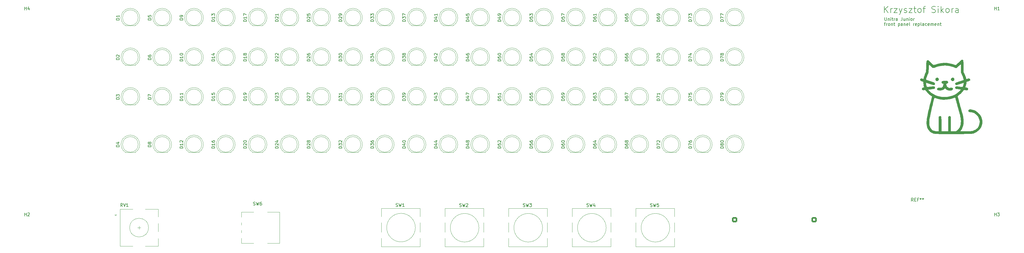
<source format=gto>
%TF.GenerationSoftware,KiCad,Pcbnew,(6.0.1)*%
%TF.CreationDate,2023-02-19T21:20:49+01:00*%
%TF.ProjectId,fm_radio_panel,666d5f72-6164-4696-9f5f-70616e656c2e,rev?*%
%TF.SameCoordinates,Original*%
%TF.FileFunction,Legend,Top*%
%TF.FilePolarity,Positive*%
%FSLAX46Y46*%
G04 Gerber Fmt 4.6, Leading zero omitted, Abs format (unit mm)*
G04 Created by KiCad (PCBNEW (6.0.1)) date 2023-02-19 21:20:49*
%MOMM*%
%LPD*%
G01*
G04 APERTURE LIST*
G04 Aperture macros list*
%AMRoundRect*
0 Rectangle with rounded corners*
0 $1 Rounding radius*
0 $2 $3 $4 $5 $6 $7 $8 $9 X,Y pos of 4 corners*
0 Add a 4 corners polygon primitive as box body*
4,1,4,$2,$3,$4,$5,$6,$7,$8,$9,$2,$3,0*
0 Add four circle primitives for the rounded corners*
1,1,$1+$1,$2,$3*
1,1,$1+$1,$4,$5*
1,1,$1+$1,$6,$7*
1,1,$1+$1,$8,$9*
0 Add four rect primitives between the rounded corners*
20,1,$1+$1,$2,$3,$4,$5,0*
20,1,$1+$1,$4,$5,$6,$7,0*
20,1,$1+$1,$6,$7,$8,$9,0*
20,1,$1+$1,$8,$9,$2,$3,0*%
G04 Aperture macros list end*
%ADD10C,0.150000*%
%ADD11C,0.120000*%
%ADD12O,3.048000X1.850000*%
%ADD13C,4.000000*%
%ADD14C,1.800000*%
%ADD15R,2.000000X2.000000*%
%ADD16C,2.000000*%
%ADD17R,3.200000X2.000000*%
%ADD18C,16.000000*%
%ADD19C,3.200000*%
%ADD20C,1.600000*%
%ADD21O,1.600000X1.600000*%
%ADD22R,1.800000X1.800000*%
%ADD23C,1.700000*%
%ADD24RoundRect,0.250000X-0.600000X0.600000X-0.600000X-0.600000X0.600000X-0.600000X0.600000X0.600000X0*%
%ADD25R,1.050000X1.500000*%
%ADD26O,1.050000X1.500000*%
%ADD27R,1.600000X1.600000*%
G04 APERTURE END LIST*
D10*
X319740595Y-102787380D02*
X319740595Y-103596904D01*
X319788214Y-103692142D01*
X319835833Y-103739761D01*
X319931071Y-103787380D01*
X320121547Y-103787380D01*
X320216785Y-103739761D01*
X320264404Y-103692142D01*
X320312023Y-103596904D01*
X320312023Y-102787380D01*
X320788214Y-103120714D02*
X320788214Y-103787380D01*
X320788214Y-103215952D02*
X320835833Y-103168333D01*
X320931071Y-103120714D01*
X321073928Y-103120714D01*
X321169166Y-103168333D01*
X321216785Y-103263571D01*
X321216785Y-103787380D01*
X321692976Y-103787380D02*
X321692976Y-103120714D01*
X321692976Y-102787380D02*
X321645357Y-102835000D01*
X321692976Y-102882619D01*
X321740595Y-102835000D01*
X321692976Y-102787380D01*
X321692976Y-102882619D01*
X322026309Y-103120714D02*
X322407261Y-103120714D01*
X322169166Y-102787380D02*
X322169166Y-103644523D01*
X322216785Y-103739761D01*
X322312023Y-103787380D01*
X322407261Y-103787380D01*
X322740595Y-103787380D02*
X322740595Y-103120714D01*
X322740595Y-103311190D02*
X322788214Y-103215952D01*
X322835833Y-103168333D01*
X322931071Y-103120714D01*
X323026309Y-103120714D01*
X323788214Y-103787380D02*
X323788214Y-103263571D01*
X323740595Y-103168333D01*
X323645357Y-103120714D01*
X323454880Y-103120714D01*
X323359642Y-103168333D01*
X323788214Y-103739761D02*
X323692976Y-103787380D01*
X323454880Y-103787380D01*
X323359642Y-103739761D01*
X323312023Y-103644523D01*
X323312023Y-103549285D01*
X323359642Y-103454047D01*
X323454880Y-103406428D01*
X323692976Y-103406428D01*
X323788214Y-103358809D01*
X325312023Y-102787380D02*
X325312023Y-103501666D01*
X325264404Y-103644523D01*
X325169166Y-103739761D01*
X325026309Y-103787380D01*
X324931071Y-103787380D01*
X326216785Y-103120714D02*
X326216785Y-103787380D01*
X325788214Y-103120714D02*
X325788214Y-103644523D01*
X325835833Y-103739761D01*
X325931071Y-103787380D01*
X326073928Y-103787380D01*
X326169166Y-103739761D01*
X326216785Y-103692142D01*
X326692976Y-103120714D02*
X326692976Y-103787380D01*
X326692976Y-103215952D02*
X326740595Y-103168333D01*
X326835833Y-103120714D01*
X326978690Y-103120714D01*
X327073928Y-103168333D01*
X327121547Y-103263571D01*
X327121547Y-103787380D01*
X327597738Y-103787380D02*
X327597738Y-103120714D01*
X327597738Y-102787380D02*
X327550119Y-102835000D01*
X327597738Y-102882619D01*
X327645357Y-102835000D01*
X327597738Y-102787380D01*
X327597738Y-102882619D01*
X328216785Y-103787380D02*
X328121547Y-103739761D01*
X328073928Y-103692142D01*
X328026309Y-103596904D01*
X328026309Y-103311190D01*
X328073928Y-103215952D01*
X328121547Y-103168333D01*
X328216785Y-103120714D01*
X328359642Y-103120714D01*
X328454880Y-103168333D01*
X328502500Y-103215952D01*
X328550119Y-103311190D01*
X328550119Y-103596904D01*
X328502500Y-103692142D01*
X328454880Y-103739761D01*
X328359642Y-103787380D01*
X328216785Y-103787380D01*
X328978690Y-103787380D02*
X328978690Y-103120714D01*
X328978690Y-103311190D02*
X329026309Y-103215952D01*
X329073928Y-103168333D01*
X329169166Y-103120714D01*
X329264404Y-103120714D01*
X319597738Y-104730714D02*
X319978690Y-104730714D01*
X319740595Y-105397380D02*
X319740595Y-104540238D01*
X319788214Y-104445000D01*
X319883452Y-104397380D01*
X319978690Y-104397380D01*
X320312023Y-105397380D02*
X320312023Y-104730714D01*
X320312023Y-104921190D02*
X320359642Y-104825952D01*
X320407261Y-104778333D01*
X320502500Y-104730714D01*
X320597738Y-104730714D01*
X321073928Y-105397380D02*
X320978690Y-105349761D01*
X320931071Y-105302142D01*
X320883452Y-105206904D01*
X320883452Y-104921190D01*
X320931071Y-104825952D01*
X320978690Y-104778333D01*
X321073928Y-104730714D01*
X321216785Y-104730714D01*
X321312023Y-104778333D01*
X321359642Y-104825952D01*
X321407261Y-104921190D01*
X321407261Y-105206904D01*
X321359642Y-105302142D01*
X321312023Y-105349761D01*
X321216785Y-105397380D01*
X321073928Y-105397380D01*
X321835833Y-104730714D02*
X321835833Y-105397380D01*
X321835833Y-104825952D02*
X321883452Y-104778333D01*
X321978690Y-104730714D01*
X322121547Y-104730714D01*
X322216785Y-104778333D01*
X322264404Y-104873571D01*
X322264404Y-105397380D01*
X322597738Y-104730714D02*
X322978690Y-104730714D01*
X322740595Y-104397380D02*
X322740595Y-105254523D01*
X322788214Y-105349761D01*
X322883452Y-105397380D01*
X322978690Y-105397380D01*
X324073928Y-104730714D02*
X324073928Y-105730714D01*
X324073928Y-104778333D02*
X324169166Y-104730714D01*
X324359642Y-104730714D01*
X324454880Y-104778333D01*
X324502500Y-104825952D01*
X324550119Y-104921190D01*
X324550119Y-105206904D01*
X324502500Y-105302142D01*
X324454880Y-105349761D01*
X324359642Y-105397380D01*
X324169166Y-105397380D01*
X324073928Y-105349761D01*
X325407261Y-105397380D02*
X325407261Y-104873571D01*
X325359642Y-104778333D01*
X325264404Y-104730714D01*
X325073928Y-104730714D01*
X324978690Y-104778333D01*
X325407261Y-105349761D02*
X325312023Y-105397380D01*
X325073928Y-105397380D01*
X324978690Y-105349761D01*
X324931071Y-105254523D01*
X324931071Y-105159285D01*
X324978690Y-105064047D01*
X325073928Y-105016428D01*
X325312023Y-105016428D01*
X325407261Y-104968809D01*
X325883452Y-104730714D02*
X325883452Y-105397380D01*
X325883452Y-104825952D02*
X325931071Y-104778333D01*
X326026309Y-104730714D01*
X326169166Y-104730714D01*
X326264404Y-104778333D01*
X326312023Y-104873571D01*
X326312023Y-105397380D01*
X327169166Y-105349761D02*
X327073928Y-105397380D01*
X326883452Y-105397380D01*
X326788214Y-105349761D01*
X326740595Y-105254523D01*
X326740595Y-104873571D01*
X326788214Y-104778333D01*
X326883452Y-104730714D01*
X327073928Y-104730714D01*
X327169166Y-104778333D01*
X327216785Y-104873571D01*
X327216785Y-104968809D01*
X326740595Y-105064047D01*
X327788214Y-105397380D02*
X327692976Y-105349761D01*
X327645357Y-105254523D01*
X327645357Y-104397380D01*
X328931071Y-105397380D02*
X328931071Y-104730714D01*
X328931071Y-104921190D02*
X328978690Y-104825952D01*
X329026309Y-104778333D01*
X329121547Y-104730714D01*
X329216785Y-104730714D01*
X329931071Y-105349761D02*
X329835833Y-105397380D01*
X329645357Y-105397380D01*
X329550119Y-105349761D01*
X329502500Y-105254523D01*
X329502500Y-104873571D01*
X329550119Y-104778333D01*
X329645357Y-104730714D01*
X329835833Y-104730714D01*
X329931071Y-104778333D01*
X329978690Y-104873571D01*
X329978690Y-104968809D01*
X329502500Y-105064047D01*
X330407261Y-104730714D02*
X330407261Y-105730714D01*
X330407261Y-104778333D02*
X330502500Y-104730714D01*
X330692976Y-104730714D01*
X330788214Y-104778333D01*
X330835833Y-104825952D01*
X330883452Y-104921190D01*
X330883452Y-105206904D01*
X330835833Y-105302142D01*
X330788214Y-105349761D01*
X330692976Y-105397380D01*
X330502500Y-105397380D01*
X330407261Y-105349761D01*
X331454880Y-105397380D02*
X331359642Y-105349761D01*
X331312023Y-105254523D01*
X331312023Y-104397380D01*
X332264404Y-105397380D02*
X332264404Y-104873571D01*
X332216785Y-104778333D01*
X332121547Y-104730714D01*
X331931071Y-104730714D01*
X331835833Y-104778333D01*
X332264404Y-105349761D02*
X332169166Y-105397380D01*
X331931071Y-105397380D01*
X331835833Y-105349761D01*
X331788214Y-105254523D01*
X331788214Y-105159285D01*
X331835833Y-105064047D01*
X331931071Y-105016428D01*
X332169166Y-105016428D01*
X332264404Y-104968809D01*
X333169166Y-105349761D02*
X333073928Y-105397380D01*
X332883452Y-105397380D01*
X332788214Y-105349761D01*
X332740595Y-105302142D01*
X332692976Y-105206904D01*
X332692976Y-104921190D01*
X332740595Y-104825952D01*
X332788214Y-104778333D01*
X332883452Y-104730714D01*
X333073928Y-104730714D01*
X333169166Y-104778333D01*
X333978690Y-105349761D02*
X333883452Y-105397380D01*
X333692976Y-105397380D01*
X333597738Y-105349761D01*
X333550119Y-105254523D01*
X333550119Y-104873571D01*
X333597738Y-104778333D01*
X333692976Y-104730714D01*
X333883452Y-104730714D01*
X333978690Y-104778333D01*
X334026309Y-104873571D01*
X334026309Y-104968809D01*
X333550119Y-105064047D01*
X334454880Y-105397380D02*
X334454880Y-104730714D01*
X334454880Y-104825952D02*
X334502500Y-104778333D01*
X334597738Y-104730714D01*
X334740595Y-104730714D01*
X334835833Y-104778333D01*
X334883452Y-104873571D01*
X334883452Y-105397380D01*
X334883452Y-104873571D02*
X334931071Y-104778333D01*
X335026309Y-104730714D01*
X335169166Y-104730714D01*
X335264404Y-104778333D01*
X335312023Y-104873571D01*
X335312023Y-105397380D01*
X336169166Y-105349761D02*
X336073928Y-105397380D01*
X335883452Y-105397380D01*
X335788214Y-105349761D01*
X335740595Y-105254523D01*
X335740595Y-104873571D01*
X335788214Y-104778333D01*
X335883452Y-104730714D01*
X336073928Y-104730714D01*
X336169166Y-104778333D01*
X336216785Y-104873571D01*
X336216785Y-104968809D01*
X335740595Y-105064047D01*
X336645357Y-104730714D02*
X336645357Y-105397380D01*
X336645357Y-104825952D02*
X336692976Y-104778333D01*
X336788214Y-104730714D01*
X336931071Y-104730714D01*
X337026309Y-104778333D01*
X337073928Y-104873571D01*
X337073928Y-105397380D01*
X337407261Y-104730714D02*
X337788214Y-104730714D01*
X337550119Y-104397380D02*
X337550119Y-105254523D01*
X337597738Y-105349761D01*
X337692976Y-105397380D01*
X337788214Y-105397380D01*
X319660476Y-101234761D02*
X319660476Y-99234761D01*
X320803333Y-101234761D02*
X319946190Y-100091904D01*
X320803333Y-99234761D02*
X319660476Y-100377619D01*
X321660476Y-101234761D02*
X321660476Y-99901428D01*
X321660476Y-100282380D02*
X321755714Y-100091904D01*
X321850952Y-99996666D01*
X322041428Y-99901428D01*
X322231904Y-99901428D01*
X322708095Y-99901428D02*
X323755714Y-99901428D01*
X322708095Y-101234761D01*
X323755714Y-101234761D01*
X324327142Y-99901428D02*
X324803333Y-101234761D01*
X325279523Y-99901428D02*
X324803333Y-101234761D01*
X324612857Y-101710952D01*
X324517619Y-101806190D01*
X324327142Y-101901428D01*
X325946190Y-101139523D02*
X326136666Y-101234761D01*
X326517619Y-101234761D01*
X326708095Y-101139523D01*
X326803333Y-100949047D01*
X326803333Y-100853809D01*
X326708095Y-100663333D01*
X326517619Y-100568095D01*
X326231904Y-100568095D01*
X326041428Y-100472857D01*
X325946190Y-100282380D01*
X325946190Y-100187142D01*
X326041428Y-99996666D01*
X326231904Y-99901428D01*
X326517619Y-99901428D01*
X326708095Y-99996666D01*
X327470000Y-99901428D02*
X328517619Y-99901428D01*
X327470000Y-101234761D01*
X328517619Y-101234761D01*
X328993809Y-99901428D02*
X329755714Y-99901428D01*
X329279523Y-99234761D02*
X329279523Y-100949047D01*
X329374761Y-101139523D01*
X329565238Y-101234761D01*
X329755714Y-101234761D01*
X330708095Y-101234761D02*
X330517619Y-101139523D01*
X330422380Y-101044285D01*
X330327142Y-100853809D01*
X330327142Y-100282380D01*
X330422380Y-100091904D01*
X330517619Y-99996666D01*
X330708095Y-99901428D01*
X330993809Y-99901428D01*
X331184285Y-99996666D01*
X331279523Y-100091904D01*
X331374761Y-100282380D01*
X331374761Y-100853809D01*
X331279523Y-101044285D01*
X331184285Y-101139523D01*
X330993809Y-101234761D01*
X330708095Y-101234761D01*
X331946190Y-99901428D02*
X332708095Y-99901428D01*
X332231904Y-101234761D02*
X332231904Y-99520476D01*
X332327142Y-99330000D01*
X332517619Y-99234761D01*
X332708095Y-99234761D01*
X334803333Y-101139523D02*
X335089047Y-101234761D01*
X335565238Y-101234761D01*
X335755714Y-101139523D01*
X335850952Y-101044285D01*
X335946190Y-100853809D01*
X335946190Y-100663333D01*
X335850952Y-100472857D01*
X335755714Y-100377619D01*
X335565238Y-100282380D01*
X335184285Y-100187142D01*
X334993809Y-100091904D01*
X334898571Y-99996666D01*
X334803333Y-99806190D01*
X334803333Y-99615714D01*
X334898571Y-99425238D01*
X334993809Y-99330000D01*
X335184285Y-99234761D01*
X335660476Y-99234761D01*
X335946190Y-99330000D01*
X336803333Y-101234761D02*
X336803333Y-99901428D01*
X336803333Y-99234761D02*
X336708095Y-99330000D01*
X336803333Y-99425238D01*
X336898571Y-99330000D01*
X336803333Y-99234761D01*
X336803333Y-99425238D01*
X337755714Y-101234761D02*
X337755714Y-99234761D01*
X337946190Y-100472857D02*
X338517619Y-101234761D01*
X338517619Y-99901428D02*
X337755714Y-100663333D01*
X339660476Y-101234761D02*
X339470000Y-101139523D01*
X339374761Y-101044285D01*
X339279523Y-100853809D01*
X339279523Y-100282380D01*
X339374761Y-100091904D01*
X339470000Y-99996666D01*
X339660476Y-99901428D01*
X339946190Y-99901428D01*
X340136666Y-99996666D01*
X340231904Y-100091904D01*
X340327142Y-100282380D01*
X340327142Y-100853809D01*
X340231904Y-101044285D01*
X340136666Y-101139523D01*
X339946190Y-101234761D01*
X339660476Y-101234761D01*
X341184285Y-101234761D02*
X341184285Y-99901428D01*
X341184285Y-100282380D02*
X341279523Y-100091904D01*
X341374761Y-99996666D01*
X341565238Y-99901428D01*
X341755714Y-99901428D01*
X343279523Y-101234761D02*
X343279523Y-100187142D01*
X343184285Y-99996666D01*
X342993809Y-99901428D01*
X342612857Y-99901428D01*
X342422380Y-99996666D01*
X343279523Y-101139523D02*
X343089047Y-101234761D01*
X342612857Y-101234761D01*
X342422380Y-101139523D01*
X342327142Y-100949047D01*
X342327142Y-100758571D01*
X342422380Y-100568095D01*
X342612857Y-100472857D01*
X343089047Y-100472857D01*
X343279523Y-100377619D01*
%TO.C,SW5*%
X244886666Y-163424761D02*
X245029523Y-163472380D01*
X245267619Y-163472380D01*
X245362857Y-163424761D01*
X245410476Y-163377142D01*
X245458095Y-163281904D01*
X245458095Y-163186666D01*
X245410476Y-163091428D01*
X245362857Y-163043809D01*
X245267619Y-162996190D01*
X245077142Y-162948571D01*
X244981904Y-162900952D01*
X244934285Y-162853333D01*
X244886666Y-162758095D01*
X244886666Y-162662857D01*
X244934285Y-162567619D01*
X244981904Y-162520000D01*
X245077142Y-162472380D01*
X245315238Y-162472380D01*
X245458095Y-162520000D01*
X245791428Y-162472380D02*
X246029523Y-163472380D01*
X246220000Y-162758095D01*
X246410476Y-163472380D01*
X246648571Y-162472380D01*
X247505714Y-162472380D02*
X247029523Y-162472380D01*
X246981904Y-162948571D01*
X247029523Y-162900952D01*
X247124761Y-162853333D01*
X247362857Y-162853333D01*
X247458095Y-162900952D01*
X247505714Y-162948571D01*
X247553333Y-163043809D01*
X247553333Y-163281904D01*
X247505714Y-163377142D01*
X247458095Y-163424761D01*
X247362857Y-163472380D01*
X247124761Y-163472380D01*
X247029523Y-163424761D01*
X246981904Y-163377142D01*
%TO.C,SW4*%
X224566666Y-163424761D02*
X224709523Y-163472380D01*
X224947619Y-163472380D01*
X225042857Y-163424761D01*
X225090476Y-163377142D01*
X225138095Y-163281904D01*
X225138095Y-163186666D01*
X225090476Y-163091428D01*
X225042857Y-163043809D01*
X224947619Y-162996190D01*
X224757142Y-162948571D01*
X224661904Y-162900952D01*
X224614285Y-162853333D01*
X224566666Y-162758095D01*
X224566666Y-162662857D01*
X224614285Y-162567619D01*
X224661904Y-162520000D01*
X224757142Y-162472380D01*
X224995238Y-162472380D01*
X225138095Y-162520000D01*
X225471428Y-162472380D02*
X225709523Y-163472380D01*
X225900000Y-162758095D01*
X226090476Y-163472380D01*
X226328571Y-162472380D01*
X227138095Y-162805714D02*
X227138095Y-163472380D01*
X226900000Y-162424761D02*
X226661904Y-163139047D01*
X227280952Y-163139047D01*
%TO.C,SW3*%
X204246666Y-163424761D02*
X204389523Y-163472380D01*
X204627619Y-163472380D01*
X204722857Y-163424761D01*
X204770476Y-163377142D01*
X204818095Y-163281904D01*
X204818095Y-163186666D01*
X204770476Y-163091428D01*
X204722857Y-163043809D01*
X204627619Y-162996190D01*
X204437142Y-162948571D01*
X204341904Y-162900952D01*
X204294285Y-162853333D01*
X204246666Y-162758095D01*
X204246666Y-162662857D01*
X204294285Y-162567619D01*
X204341904Y-162520000D01*
X204437142Y-162472380D01*
X204675238Y-162472380D01*
X204818095Y-162520000D01*
X205151428Y-162472380D02*
X205389523Y-163472380D01*
X205580000Y-162758095D01*
X205770476Y-163472380D01*
X206008571Y-162472380D01*
X206294285Y-162472380D02*
X206913333Y-162472380D01*
X206580000Y-162853333D01*
X206722857Y-162853333D01*
X206818095Y-162900952D01*
X206865714Y-162948571D01*
X206913333Y-163043809D01*
X206913333Y-163281904D01*
X206865714Y-163377142D01*
X206818095Y-163424761D01*
X206722857Y-163472380D01*
X206437142Y-163472380D01*
X206341904Y-163424761D01*
X206294285Y-163377142D01*
%TO.C,SW2*%
X183926666Y-163424761D02*
X184069523Y-163472380D01*
X184307619Y-163472380D01*
X184402857Y-163424761D01*
X184450476Y-163377142D01*
X184498095Y-163281904D01*
X184498095Y-163186666D01*
X184450476Y-163091428D01*
X184402857Y-163043809D01*
X184307619Y-162996190D01*
X184117142Y-162948571D01*
X184021904Y-162900952D01*
X183974285Y-162853333D01*
X183926666Y-162758095D01*
X183926666Y-162662857D01*
X183974285Y-162567619D01*
X184021904Y-162520000D01*
X184117142Y-162472380D01*
X184355238Y-162472380D01*
X184498095Y-162520000D01*
X184831428Y-162472380D02*
X185069523Y-163472380D01*
X185260000Y-162758095D01*
X185450476Y-163472380D01*
X185688571Y-162472380D01*
X186021904Y-162567619D02*
X186069523Y-162520000D01*
X186164761Y-162472380D01*
X186402857Y-162472380D01*
X186498095Y-162520000D01*
X186545714Y-162567619D01*
X186593333Y-162662857D01*
X186593333Y-162758095D01*
X186545714Y-162900952D01*
X185974285Y-163472380D01*
X186593333Y-163472380D01*
%TO.C,SW6*%
X118046666Y-162934761D02*
X118189523Y-162982380D01*
X118427619Y-162982380D01*
X118522857Y-162934761D01*
X118570476Y-162887142D01*
X118618095Y-162791904D01*
X118618095Y-162696666D01*
X118570476Y-162601428D01*
X118522857Y-162553809D01*
X118427619Y-162506190D01*
X118237142Y-162458571D01*
X118141904Y-162410952D01*
X118094285Y-162363333D01*
X118046666Y-162268095D01*
X118046666Y-162172857D01*
X118094285Y-162077619D01*
X118141904Y-162030000D01*
X118237142Y-161982380D01*
X118475238Y-161982380D01*
X118618095Y-162030000D01*
X118951428Y-161982380D02*
X119189523Y-162982380D01*
X119380000Y-162268095D01*
X119570476Y-162982380D01*
X119808571Y-161982380D01*
X120618095Y-161982380D02*
X120427619Y-161982380D01*
X120332380Y-162030000D01*
X120284761Y-162077619D01*
X120189523Y-162220476D01*
X120141904Y-162410952D01*
X120141904Y-162791904D01*
X120189523Y-162887142D01*
X120237142Y-162934761D01*
X120332380Y-162982380D01*
X120522857Y-162982380D01*
X120618095Y-162934761D01*
X120665714Y-162887142D01*
X120713333Y-162791904D01*
X120713333Y-162553809D01*
X120665714Y-162458571D01*
X120618095Y-162410952D01*
X120522857Y-162363333D01*
X120332380Y-162363333D01*
X120237142Y-162410952D01*
X120189523Y-162458571D01*
X120141904Y-162553809D01*
%TO.C,RV1*%
X76234761Y-163432380D02*
X75901428Y-162956190D01*
X75663333Y-163432380D02*
X75663333Y-162432380D01*
X76044285Y-162432380D01*
X76139523Y-162480000D01*
X76187142Y-162527619D01*
X76234761Y-162622857D01*
X76234761Y-162765714D01*
X76187142Y-162860952D01*
X76139523Y-162908571D01*
X76044285Y-162956190D01*
X75663333Y-162956190D01*
X76520476Y-162432380D02*
X76853809Y-163432380D01*
X77187142Y-162432380D01*
X78044285Y-163432380D02*
X77472857Y-163432380D01*
X77758571Y-163432380D02*
X77758571Y-162432380D01*
X77663333Y-162575238D01*
X77568095Y-162670476D01*
X77472857Y-162718095D01*
%TO.C,REF\u002A\u002A*%
X328866666Y-161742380D02*
X328533333Y-161266190D01*
X328295238Y-161742380D02*
X328295238Y-160742380D01*
X328676190Y-160742380D01*
X328771428Y-160790000D01*
X328819047Y-160837619D01*
X328866666Y-160932857D01*
X328866666Y-161075714D01*
X328819047Y-161170952D01*
X328771428Y-161218571D01*
X328676190Y-161266190D01*
X328295238Y-161266190D01*
X329295238Y-161218571D02*
X329628571Y-161218571D01*
X329771428Y-161742380D02*
X329295238Y-161742380D01*
X329295238Y-160742380D01*
X329771428Y-160742380D01*
X330533333Y-161218571D02*
X330200000Y-161218571D01*
X330200000Y-161742380D02*
X330200000Y-160742380D01*
X330676190Y-160742380D01*
X331200000Y-160742380D02*
X331200000Y-160980476D01*
X330961904Y-160885238D02*
X331200000Y-160980476D01*
X331438095Y-160885238D01*
X331057142Y-161170952D02*
X331200000Y-160980476D01*
X331342857Y-161170952D01*
X331961904Y-160742380D02*
X331961904Y-160980476D01*
X331723809Y-160885238D02*
X331961904Y-160980476D01*
X332200000Y-160885238D01*
X331819047Y-161170952D02*
X331961904Y-160980476D01*
X332104761Y-161170952D01*
%TO.C,H4*%
X44958095Y-100392380D02*
X44958095Y-99392380D01*
X44958095Y-99868571D02*
X45529523Y-99868571D01*
X45529523Y-100392380D02*
X45529523Y-99392380D01*
X46434285Y-99725714D02*
X46434285Y-100392380D01*
X46196190Y-99344761D02*
X45958095Y-100059047D01*
X46577142Y-100059047D01*
%TO.C,H3*%
X354838095Y-166432380D02*
X354838095Y-165432380D01*
X354838095Y-165908571D02*
X355409523Y-165908571D01*
X355409523Y-166432380D02*
X355409523Y-165432380D01*
X355790476Y-165432380D02*
X356409523Y-165432380D01*
X356076190Y-165813333D01*
X356219047Y-165813333D01*
X356314285Y-165860952D01*
X356361904Y-165908571D01*
X356409523Y-166003809D01*
X356409523Y-166241904D01*
X356361904Y-166337142D01*
X356314285Y-166384761D01*
X356219047Y-166432380D01*
X355933333Y-166432380D01*
X355838095Y-166384761D01*
X355790476Y-166337142D01*
%TO.C,H2*%
X44958095Y-166432380D02*
X44958095Y-165432380D01*
X44958095Y-165908571D02*
X45529523Y-165908571D01*
X45529523Y-166432380D02*
X45529523Y-165432380D01*
X45958095Y-165527619D02*
X46005714Y-165480000D01*
X46100952Y-165432380D01*
X46339047Y-165432380D01*
X46434285Y-165480000D01*
X46481904Y-165527619D01*
X46529523Y-165622857D01*
X46529523Y-165718095D01*
X46481904Y-165860952D01*
X45910476Y-166432380D01*
X46529523Y-166432380D01*
%TO.C,H1*%
X354838095Y-100392380D02*
X354838095Y-99392380D01*
X354838095Y-99868571D02*
X355409523Y-99868571D01*
X355409523Y-100392380D02*
X355409523Y-99392380D01*
X356409523Y-100392380D02*
X355838095Y-100392380D01*
X356123809Y-100392380D02*
X356123809Y-99392380D01*
X356028571Y-99535238D01*
X355933333Y-99630476D01*
X355838095Y-99678095D01*
%TO.C,D30*%
X146352380Y-116784285D02*
X145352380Y-116784285D01*
X145352380Y-116546190D01*
X145400000Y-116403333D01*
X145495238Y-116308095D01*
X145590476Y-116260476D01*
X145780952Y-116212857D01*
X145923809Y-116212857D01*
X146114285Y-116260476D01*
X146209523Y-116308095D01*
X146304761Y-116403333D01*
X146352380Y-116546190D01*
X146352380Y-116784285D01*
X145352380Y-115879523D02*
X145352380Y-115260476D01*
X145733333Y-115593809D01*
X145733333Y-115450952D01*
X145780952Y-115355714D01*
X145828571Y-115308095D01*
X145923809Y-115260476D01*
X146161904Y-115260476D01*
X146257142Y-115308095D01*
X146304761Y-115355714D01*
X146352380Y-115450952D01*
X146352380Y-115736666D01*
X146304761Y-115831904D01*
X146257142Y-115879523D01*
X145352380Y-114641428D02*
X145352380Y-114546190D01*
X145400000Y-114450952D01*
X145447619Y-114403333D01*
X145542857Y-114355714D01*
X145733333Y-114308095D01*
X145971428Y-114308095D01*
X146161904Y-114355714D01*
X146257142Y-114403333D01*
X146304761Y-114450952D01*
X146352380Y-114546190D01*
X146352380Y-114641428D01*
X146304761Y-114736666D01*
X146257142Y-114784285D01*
X146161904Y-114831904D01*
X145971428Y-114879523D01*
X145733333Y-114879523D01*
X145542857Y-114831904D01*
X145447619Y-114784285D01*
X145400000Y-114736666D01*
X145352380Y-114641428D01*
%TO.C,D55*%
X207312380Y-129484285D02*
X206312380Y-129484285D01*
X206312380Y-129246190D01*
X206360000Y-129103333D01*
X206455238Y-129008095D01*
X206550476Y-128960476D01*
X206740952Y-128912857D01*
X206883809Y-128912857D01*
X207074285Y-128960476D01*
X207169523Y-129008095D01*
X207264761Y-129103333D01*
X207312380Y-129246190D01*
X207312380Y-129484285D01*
X206312380Y-128008095D02*
X206312380Y-128484285D01*
X206788571Y-128531904D01*
X206740952Y-128484285D01*
X206693333Y-128389047D01*
X206693333Y-128150952D01*
X206740952Y-128055714D01*
X206788571Y-128008095D01*
X206883809Y-127960476D01*
X207121904Y-127960476D01*
X207217142Y-128008095D01*
X207264761Y-128055714D01*
X207312380Y-128150952D01*
X207312380Y-128389047D01*
X207264761Y-128484285D01*
X207217142Y-128531904D01*
X206312380Y-127055714D02*
X206312380Y-127531904D01*
X206788571Y-127579523D01*
X206740952Y-127531904D01*
X206693333Y-127436666D01*
X206693333Y-127198571D01*
X206740952Y-127103333D01*
X206788571Y-127055714D01*
X206883809Y-127008095D01*
X207121904Y-127008095D01*
X207217142Y-127055714D01*
X207264761Y-127103333D01*
X207312380Y-127198571D01*
X207312380Y-127436666D01*
X207264761Y-127531904D01*
X207217142Y-127579523D01*
%TO.C,D65*%
X237792380Y-104084285D02*
X236792380Y-104084285D01*
X236792380Y-103846190D01*
X236840000Y-103703333D01*
X236935238Y-103608095D01*
X237030476Y-103560476D01*
X237220952Y-103512857D01*
X237363809Y-103512857D01*
X237554285Y-103560476D01*
X237649523Y-103608095D01*
X237744761Y-103703333D01*
X237792380Y-103846190D01*
X237792380Y-104084285D01*
X236792380Y-102655714D02*
X236792380Y-102846190D01*
X236840000Y-102941428D01*
X236887619Y-102989047D01*
X237030476Y-103084285D01*
X237220952Y-103131904D01*
X237601904Y-103131904D01*
X237697142Y-103084285D01*
X237744761Y-103036666D01*
X237792380Y-102941428D01*
X237792380Y-102750952D01*
X237744761Y-102655714D01*
X237697142Y-102608095D01*
X237601904Y-102560476D01*
X237363809Y-102560476D01*
X237268571Y-102608095D01*
X237220952Y-102655714D01*
X237173333Y-102750952D01*
X237173333Y-102941428D01*
X237220952Y-103036666D01*
X237268571Y-103084285D01*
X237363809Y-103131904D01*
X236792380Y-101655714D02*
X236792380Y-102131904D01*
X237268571Y-102179523D01*
X237220952Y-102131904D01*
X237173333Y-102036666D01*
X237173333Y-101798571D01*
X237220952Y-101703333D01*
X237268571Y-101655714D01*
X237363809Y-101608095D01*
X237601904Y-101608095D01*
X237697142Y-101655714D01*
X237744761Y-101703333D01*
X237792380Y-101798571D01*
X237792380Y-102036666D01*
X237744761Y-102131904D01*
X237697142Y-102179523D01*
%TO.C,D47*%
X186992380Y-129484285D02*
X185992380Y-129484285D01*
X185992380Y-129246190D01*
X186040000Y-129103333D01*
X186135238Y-129008095D01*
X186230476Y-128960476D01*
X186420952Y-128912857D01*
X186563809Y-128912857D01*
X186754285Y-128960476D01*
X186849523Y-129008095D01*
X186944761Y-129103333D01*
X186992380Y-129246190D01*
X186992380Y-129484285D01*
X186325714Y-128055714D02*
X186992380Y-128055714D01*
X185944761Y-128293809D02*
X186659047Y-128531904D01*
X186659047Y-127912857D01*
X185992380Y-127627142D02*
X185992380Y-126960476D01*
X186992380Y-127389047D01*
%TO.C,D2*%
X75232380Y-116308095D02*
X74232380Y-116308095D01*
X74232380Y-116070000D01*
X74280000Y-115927142D01*
X74375238Y-115831904D01*
X74470476Y-115784285D01*
X74660952Y-115736666D01*
X74803809Y-115736666D01*
X74994285Y-115784285D01*
X75089523Y-115831904D01*
X75184761Y-115927142D01*
X75232380Y-116070000D01*
X75232380Y-116308095D01*
X74327619Y-115355714D02*
X74280000Y-115308095D01*
X74232380Y-115212857D01*
X74232380Y-114974761D01*
X74280000Y-114879523D01*
X74327619Y-114831904D01*
X74422857Y-114784285D01*
X74518095Y-114784285D01*
X74660952Y-114831904D01*
X75232380Y-115403333D01*
X75232380Y-114784285D01*
%TO.C,D31*%
X146352380Y-129484285D02*
X145352380Y-129484285D01*
X145352380Y-129246190D01*
X145400000Y-129103333D01*
X145495238Y-129008095D01*
X145590476Y-128960476D01*
X145780952Y-128912857D01*
X145923809Y-128912857D01*
X146114285Y-128960476D01*
X146209523Y-129008095D01*
X146304761Y-129103333D01*
X146352380Y-129246190D01*
X146352380Y-129484285D01*
X145352380Y-128579523D02*
X145352380Y-127960476D01*
X145733333Y-128293809D01*
X145733333Y-128150952D01*
X145780952Y-128055714D01*
X145828571Y-128008095D01*
X145923809Y-127960476D01*
X146161904Y-127960476D01*
X146257142Y-128008095D01*
X146304761Y-128055714D01*
X146352380Y-128150952D01*
X146352380Y-128436666D01*
X146304761Y-128531904D01*
X146257142Y-128579523D01*
X146352380Y-127008095D02*
X146352380Y-127579523D01*
X146352380Y-127293809D02*
X145352380Y-127293809D01*
X145495238Y-127389047D01*
X145590476Y-127484285D01*
X145638095Y-127579523D01*
%TO.C,D53*%
X207312380Y-104084285D02*
X206312380Y-104084285D01*
X206312380Y-103846190D01*
X206360000Y-103703333D01*
X206455238Y-103608095D01*
X206550476Y-103560476D01*
X206740952Y-103512857D01*
X206883809Y-103512857D01*
X207074285Y-103560476D01*
X207169523Y-103608095D01*
X207264761Y-103703333D01*
X207312380Y-103846190D01*
X207312380Y-104084285D01*
X206312380Y-102608095D02*
X206312380Y-103084285D01*
X206788571Y-103131904D01*
X206740952Y-103084285D01*
X206693333Y-102989047D01*
X206693333Y-102750952D01*
X206740952Y-102655714D01*
X206788571Y-102608095D01*
X206883809Y-102560476D01*
X207121904Y-102560476D01*
X207217142Y-102608095D01*
X207264761Y-102655714D01*
X207312380Y-102750952D01*
X207312380Y-102989047D01*
X207264761Y-103084285D01*
X207217142Y-103131904D01*
X206312380Y-102227142D02*
X206312380Y-101608095D01*
X206693333Y-101941428D01*
X206693333Y-101798571D01*
X206740952Y-101703333D01*
X206788571Y-101655714D01*
X206883809Y-101608095D01*
X207121904Y-101608095D01*
X207217142Y-101655714D01*
X207264761Y-101703333D01*
X207312380Y-101798571D01*
X207312380Y-102084285D01*
X207264761Y-102179523D01*
X207217142Y-102227142D01*
%TO.C,D44*%
X176832380Y-144724285D02*
X175832380Y-144724285D01*
X175832380Y-144486190D01*
X175880000Y-144343333D01*
X175975238Y-144248095D01*
X176070476Y-144200476D01*
X176260952Y-144152857D01*
X176403809Y-144152857D01*
X176594285Y-144200476D01*
X176689523Y-144248095D01*
X176784761Y-144343333D01*
X176832380Y-144486190D01*
X176832380Y-144724285D01*
X176165714Y-143295714D02*
X176832380Y-143295714D01*
X175784761Y-143533809D02*
X176499047Y-143771904D01*
X176499047Y-143152857D01*
X176165714Y-142343333D02*
X176832380Y-142343333D01*
X175784761Y-142581428D02*
X176499047Y-142819523D01*
X176499047Y-142200476D01*
%TO.C,D13*%
X105712380Y-104084285D02*
X104712380Y-104084285D01*
X104712380Y-103846190D01*
X104760000Y-103703333D01*
X104855238Y-103608095D01*
X104950476Y-103560476D01*
X105140952Y-103512857D01*
X105283809Y-103512857D01*
X105474285Y-103560476D01*
X105569523Y-103608095D01*
X105664761Y-103703333D01*
X105712380Y-103846190D01*
X105712380Y-104084285D01*
X105712380Y-102560476D02*
X105712380Y-103131904D01*
X105712380Y-102846190D02*
X104712380Y-102846190D01*
X104855238Y-102941428D01*
X104950476Y-103036666D01*
X104998095Y-103131904D01*
X104712380Y-102227142D02*
X104712380Y-101608095D01*
X105093333Y-101941428D01*
X105093333Y-101798571D01*
X105140952Y-101703333D01*
X105188571Y-101655714D01*
X105283809Y-101608095D01*
X105521904Y-101608095D01*
X105617142Y-101655714D01*
X105664761Y-101703333D01*
X105712380Y-101798571D01*
X105712380Y-102084285D01*
X105664761Y-102179523D01*
X105617142Y-102227142D01*
%TO.C,SW1*%
X163606666Y-163384761D02*
X163749523Y-163432380D01*
X163987619Y-163432380D01*
X164082857Y-163384761D01*
X164130476Y-163337142D01*
X164178095Y-163241904D01*
X164178095Y-163146666D01*
X164130476Y-163051428D01*
X164082857Y-163003809D01*
X163987619Y-162956190D01*
X163797142Y-162908571D01*
X163701904Y-162860952D01*
X163654285Y-162813333D01*
X163606666Y-162718095D01*
X163606666Y-162622857D01*
X163654285Y-162527619D01*
X163701904Y-162480000D01*
X163797142Y-162432380D01*
X164035238Y-162432380D01*
X164178095Y-162480000D01*
X164511428Y-162432380D02*
X164749523Y-163432380D01*
X164940000Y-162718095D01*
X165130476Y-163432380D01*
X165368571Y-162432380D01*
X166273333Y-163432380D02*
X165701904Y-163432380D01*
X165987619Y-163432380D02*
X165987619Y-162432380D01*
X165892380Y-162575238D01*
X165797142Y-162670476D01*
X165701904Y-162718095D01*
%TO.C,D8*%
X85392380Y-144248095D02*
X84392380Y-144248095D01*
X84392380Y-144010000D01*
X84440000Y-143867142D01*
X84535238Y-143771904D01*
X84630476Y-143724285D01*
X84820952Y-143676666D01*
X84963809Y-143676666D01*
X85154285Y-143724285D01*
X85249523Y-143771904D01*
X85344761Y-143867142D01*
X85392380Y-144010000D01*
X85392380Y-144248095D01*
X84820952Y-143105238D02*
X84773333Y-143200476D01*
X84725714Y-143248095D01*
X84630476Y-143295714D01*
X84582857Y-143295714D01*
X84487619Y-143248095D01*
X84440000Y-143200476D01*
X84392380Y-143105238D01*
X84392380Y-142914761D01*
X84440000Y-142819523D01*
X84487619Y-142771904D01*
X84582857Y-142724285D01*
X84630476Y-142724285D01*
X84725714Y-142771904D01*
X84773333Y-142819523D01*
X84820952Y-142914761D01*
X84820952Y-143105238D01*
X84868571Y-143200476D01*
X84916190Y-143248095D01*
X85011428Y-143295714D01*
X85201904Y-143295714D01*
X85297142Y-143248095D01*
X85344761Y-143200476D01*
X85392380Y-143105238D01*
X85392380Y-142914761D01*
X85344761Y-142819523D01*
X85297142Y-142771904D01*
X85201904Y-142724285D01*
X85011428Y-142724285D01*
X84916190Y-142771904D01*
X84868571Y-142819523D01*
X84820952Y-142914761D01*
%TO.C,D42*%
X176832380Y-116784285D02*
X175832380Y-116784285D01*
X175832380Y-116546190D01*
X175880000Y-116403333D01*
X175975238Y-116308095D01*
X176070476Y-116260476D01*
X176260952Y-116212857D01*
X176403809Y-116212857D01*
X176594285Y-116260476D01*
X176689523Y-116308095D01*
X176784761Y-116403333D01*
X176832380Y-116546190D01*
X176832380Y-116784285D01*
X176165714Y-115355714D02*
X176832380Y-115355714D01*
X175784761Y-115593809D02*
X176499047Y-115831904D01*
X176499047Y-115212857D01*
X175927619Y-114879523D02*
X175880000Y-114831904D01*
X175832380Y-114736666D01*
X175832380Y-114498571D01*
X175880000Y-114403333D01*
X175927619Y-114355714D01*
X176022857Y-114308095D01*
X176118095Y-114308095D01*
X176260952Y-114355714D01*
X176832380Y-114927142D01*
X176832380Y-114308095D01*
%TO.C,D35*%
X156512380Y-129484285D02*
X155512380Y-129484285D01*
X155512380Y-129246190D01*
X155560000Y-129103333D01*
X155655238Y-129008095D01*
X155750476Y-128960476D01*
X155940952Y-128912857D01*
X156083809Y-128912857D01*
X156274285Y-128960476D01*
X156369523Y-129008095D01*
X156464761Y-129103333D01*
X156512380Y-129246190D01*
X156512380Y-129484285D01*
X155512380Y-128579523D02*
X155512380Y-127960476D01*
X155893333Y-128293809D01*
X155893333Y-128150952D01*
X155940952Y-128055714D01*
X155988571Y-128008095D01*
X156083809Y-127960476D01*
X156321904Y-127960476D01*
X156417142Y-128008095D01*
X156464761Y-128055714D01*
X156512380Y-128150952D01*
X156512380Y-128436666D01*
X156464761Y-128531904D01*
X156417142Y-128579523D01*
X155512380Y-127055714D02*
X155512380Y-127531904D01*
X155988571Y-127579523D01*
X155940952Y-127531904D01*
X155893333Y-127436666D01*
X155893333Y-127198571D01*
X155940952Y-127103333D01*
X155988571Y-127055714D01*
X156083809Y-127008095D01*
X156321904Y-127008095D01*
X156417142Y-127055714D01*
X156464761Y-127103333D01*
X156512380Y-127198571D01*
X156512380Y-127436666D01*
X156464761Y-127531904D01*
X156417142Y-127579523D01*
%TO.C,D34*%
X156512380Y-116784285D02*
X155512380Y-116784285D01*
X155512380Y-116546190D01*
X155560000Y-116403333D01*
X155655238Y-116308095D01*
X155750476Y-116260476D01*
X155940952Y-116212857D01*
X156083809Y-116212857D01*
X156274285Y-116260476D01*
X156369523Y-116308095D01*
X156464761Y-116403333D01*
X156512380Y-116546190D01*
X156512380Y-116784285D01*
X155512380Y-115879523D02*
X155512380Y-115260476D01*
X155893333Y-115593809D01*
X155893333Y-115450952D01*
X155940952Y-115355714D01*
X155988571Y-115308095D01*
X156083809Y-115260476D01*
X156321904Y-115260476D01*
X156417142Y-115308095D01*
X156464761Y-115355714D01*
X156512380Y-115450952D01*
X156512380Y-115736666D01*
X156464761Y-115831904D01*
X156417142Y-115879523D01*
X155845714Y-114403333D02*
X156512380Y-114403333D01*
X155464761Y-114641428D02*
X156179047Y-114879523D01*
X156179047Y-114260476D01*
%TO.C,D51*%
X197152380Y-129484285D02*
X196152380Y-129484285D01*
X196152380Y-129246190D01*
X196200000Y-129103333D01*
X196295238Y-129008095D01*
X196390476Y-128960476D01*
X196580952Y-128912857D01*
X196723809Y-128912857D01*
X196914285Y-128960476D01*
X197009523Y-129008095D01*
X197104761Y-129103333D01*
X197152380Y-129246190D01*
X197152380Y-129484285D01*
X196152380Y-128008095D02*
X196152380Y-128484285D01*
X196628571Y-128531904D01*
X196580952Y-128484285D01*
X196533333Y-128389047D01*
X196533333Y-128150952D01*
X196580952Y-128055714D01*
X196628571Y-128008095D01*
X196723809Y-127960476D01*
X196961904Y-127960476D01*
X197057142Y-128008095D01*
X197104761Y-128055714D01*
X197152380Y-128150952D01*
X197152380Y-128389047D01*
X197104761Y-128484285D01*
X197057142Y-128531904D01*
X197152380Y-127008095D02*
X197152380Y-127579523D01*
X197152380Y-127293809D02*
X196152380Y-127293809D01*
X196295238Y-127389047D01*
X196390476Y-127484285D01*
X196438095Y-127579523D01*
%TO.C,D45*%
X186992380Y-104084285D02*
X185992380Y-104084285D01*
X185992380Y-103846190D01*
X186040000Y-103703333D01*
X186135238Y-103608095D01*
X186230476Y-103560476D01*
X186420952Y-103512857D01*
X186563809Y-103512857D01*
X186754285Y-103560476D01*
X186849523Y-103608095D01*
X186944761Y-103703333D01*
X186992380Y-103846190D01*
X186992380Y-104084285D01*
X186325714Y-102655714D02*
X186992380Y-102655714D01*
X185944761Y-102893809D02*
X186659047Y-103131904D01*
X186659047Y-102512857D01*
X185992380Y-101655714D02*
X185992380Y-102131904D01*
X186468571Y-102179523D01*
X186420952Y-102131904D01*
X186373333Y-102036666D01*
X186373333Y-101798571D01*
X186420952Y-101703333D01*
X186468571Y-101655714D01*
X186563809Y-101608095D01*
X186801904Y-101608095D01*
X186897142Y-101655714D01*
X186944761Y-101703333D01*
X186992380Y-101798571D01*
X186992380Y-102036666D01*
X186944761Y-102131904D01*
X186897142Y-102179523D01*
%TO.C,D69*%
X247952380Y-104084285D02*
X246952380Y-104084285D01*
X246952380Y-103846190D01*
X247000000Y-103703333D01*
X247095238Y-103608095D01*
X247190476Y-103560476D01*
X247380952Y-103512857D01*
X247523809Y-103512857D01*
X247714285Y-103560476D01*
X247809523Y-103608095D01*
X247904761Y-103703333D01*
X247952380Y-103846190D01*
X247952380Y-104084285D01*
X246952380Y-102655714D02*
X246952380Y-102846190D01*
X247000000Y-102941428D01*
X247047619Y-102989047D01*
X247190476Y-103084285D01*
X247380952Y-103131904D01*
X247761904Y-103131904D01*
X247857142Y-103084285D01*
X247904761Y-103036666D01*
X247952380Y-102941428D01*
X247952380Y-102750952D01*
X247904761Y-102655714D01*
X247857142Y-102608095D01*
X247761904Y-102560476D01*
X247523809Y-102560476D01*
X247428571Y-102608095D01*
X247380952Y-102655714D01*
X247333333Y-102750952D01*
X247333333Y-102941428D01*
X247380952Y-103036666D01*
X247428571Y-103084285D01*
X247523809Y-103131904D01*
X247952380Y-102084285D02*
X247952380Y-101893809D01*
X247904761Y-101798571D01*
X247857142Y-101750952D01*
X247714285Y-101655714D01*
X247523809Y-101608095D01*
X247142857Y-101608095D01*
X247047619Y-101655714D01*
X247000000Y-101703333D01*
X246952380Y-101798571D01*
X246952380Y-101989047D01*
X247000000Y-102084285D01*
X247047619Y-102131904D01*
X247142857Y-102179523D01*
X247380952Y-102179523D01*
X247476190Y-102131904D01*
X247523809Y-102084285D01*
X247571428Y-101989047D01*
X247571428Y-101798571D01*
X247523809Y-101703333D01*
X247476190Y-101655714D01*
X247380952Y-101608095D01*
%TO.C,D19*%
X115872380Y-129484285D02*
X114872380Y-129484285D01*
X114872380Y-129246190D01*
X114920000Y-129103333D01*
X115015238Y-129008095D01*
X115110476Y-128960476D01*
X115300952Y-128912857D01*
X115443809Y-128912857D01*
X115634285Y-128960476D01*
X115729523Y-129008095D01*
X115824761Y-129103333D01*
X115872380Y-129246190D01*
X115872380Y-129484285D01*
X115872380Y-127960476D02*
X115872380Y-128531904D01*
X115872380Y-128246190D02*
X114872380Y-128246190D01*
X115015238Y-128341428D01*
X115110476Y-128436666D01*
X115158095Y-128531904D01*
X115872380Y-127484285D02*
X115872380Y-127293809D01*
X115824761Y-127198571D01*
X115777142Y-127150952D01*
X115634285Y-127055714D01*
X115443809Y-127008095D01*
X115062857Y-127008095D01*
X114967619Y-127055714D01*
X114920000Y-127103333D01*
X114872380Y-127198571D01*
X114872380Y-127389047D01*
X114920000Y-127484285D01*
X114967619Y-127531904D01*
X115062857Y-127579523D01*
X115300952Y-127579523D01*
X115396190Y-127531904D01*
X115443809Y-127484285D01*
X115491428Y-127389047D01*
X115491428Y-127198571D01*
X115443809Y-127103333D01*
X115396190Y-127055714D01*
X115300952Y-127008095D01*
%TO.C,D3*%
X75232380Y-129008095D02*
X74232380Y-129008095D01*
X74232380Y-128770000D01*
X74280000Y-128627142D01*
X74375238Y-128531904D01*
X74470476Y-128484285D01*
X74660952Y-128436666D01*
X74803809Y-128436666D01*
X74994285Y-128484285D01*
X75089523Y-128531904D01*
X75184761Y-128627142D01*
X75232380Y-128770000D01*
X75232380Y-129008095D01*
X74232380Y-128103333D02*
X74232380Y-127484285D01*
X74613333Y-127817619D01*
X74613333Y-127674761D01*
X74660952Y-127579523D01*
X74708571Y-127531904D01*
X74803809Y-127484285D01*
X75041904Y-127484285D01*
X75137142Y-127531904D01*
X75184761Y-127579523D01*
X75232380Y-127674761D01*
X75232380Y-127960476D01*
X75184761Y-128055714D01*
X75137142Y-128103333D01*
%TO.C,D1*%
X75232380Y-103608095D02*
X74232380Y-103608095D01*
X74232380Y-103370000D01*
X74280000Y-103227142D01*
X74375238Y-103131904D01*
X74470476Y-103084285D01*
X74660952Y-103036666D01*
X74803809Y-103036666D01*
X74994285Y-103084285D01*
X75089523Y-103131904D01*
X75184761Y-103227142D01*
X75232380Y-103370000D01*
X75232380Y-103608095D01*
X75232380Y-102084285D02*
X75232380Y-102655714D01*
X75232380Y-102370000D02*
X74232380Y-102370000D01*
X74375238Y-102465238D01*
X74470476Y-102560476D01*
X74518095Y-102655714D01*
%TO.C,D59*%
X217472380Y-129484285D02*
X216472380Y-129484285D01*
X216472380Y-129246190D01*
X216520000Y-129103333D01*
X216615238Y-129008095D01*
X216710476Y-128960476D01*
X216900952Y-128912857D01*
X217043809Y-128912857D01*
X217234285Y-128960476D01*
X217329523Y-129008095D01*
X217424761Y-129103333D01*
X217472380Y-129246190D01*
X217472380Y-129484285D01*
X216472380Y-128008095D02*
X216472380Y-128484285D01*
X216948571Y-128531904D01*
X216900952Y-128484285D01*
X216853333Y-128389047D01*
X216853333Y-128150952D01*
X216900952Y-128055714D01*
X216948571Y-128008095D01*
X217043809Y-127960476D01*
X217281904Y-127960476D01*
X217377142Y-128008095D01*
X217424761Y-128055714D01*
X217472380Y-128150952D01*
X217472380Y-128389047D01*
X217424761Y-128484285D01*
X217377142Y-128531904D01*
X217472380Y-127484285D02*
X217472380Y-127293809D01*
X217424761Y-127198571D01*
X217377142Y-127150952D01*
X217234285Y-127055714D01*
X217043809Y-127008095D01*
X216662857Y-127008095D01*
X216567619Y-127055714D01*
X216520000Y-127103333D01*
X216472380Y-127198571D01*
X216472380Y-127389047D01*
X216520000Y-127484285D01*
X216567619Y-127531904D01*
X216662857Y-127579523D01*
X216900952Y-127579523D01*
X216996190Y-127531904D01*
X217043809Y-127484285D01*
X217091428Y-127389047D01*
X217091428Y-127198571D01*
X217043809Y-127103333D01*
X216996190Y-127055714D01*
X216900952Y-127008095D01*
%TO.C,D54*%
X207312380Y-116784285D02*
X206312380Y-116784285D01*
X206312380Y-116546190D01*
X206360000Y-116403333D01*
X206455238Y-116308095D01*
X206550476Y-116260476D01*
X206740952Y-116212857D01*
X206883809Y-116212857D01*
X207074285Y-116260476D01*
X207169523Y-116308095D01*
X207264761Y-116403333D01*
X207312380Y-116546190D01*
X207312380Y-116784285D01*
X206312380Y-115308095D02*
X206312380Y-115784285D01*
X206788571Y-115831904D01*
X206740952Y-115784285D01*
X206693333Y-115689047D01*
X206693333Y-115450952D01*
X206740952Y-115355714D01*
X206788571Y-115308095D01*
X206883809Y-115260476D01*
X207121904Y-115260476D01*
X207217142Y-115308095D01*
X207264761Y-115355714D01*
X207312380Y-115450952D01*
X207312380Y-115689047D01*
X207264761Y-115784285D01*
X207217142Y-115831904D01*
X206645714Y-114403333D02*
X207312380Y-114403333D01*
X206264761Y-114641428D02*
X206979047Y-114879523D01*
X206979047Y-114260476D01*
%TO.C,D26*%
X136192380Y-116784285D02*
X135192380Y-116784285D01*
X135192380Y-116546190D01*
X135240000Y-116403333D01*
X135335238Y-116308095D01*
X135430476Y-116260476D01*
X135620952Y-116212857D01*
X135763809Y-116212857D01*
X135954285Y-116260476D01*
X136049523Y-116308095D01*
X136144761Y-116403333D01*
X136192380Y-116546190D01*
X136192380Y-116784285D01*
X135287619Y-115831904D02*
X135240000Y-115784285D01*
X135192380Y-115689047D01*
X135192380Y-115450952D01*
X135240000Y-115355714D01*
X135287619Y-115308095D01*
X135382857Y-115260476D01*
X135478095Y-115260476D01*
X135620952Y-115308095D01*
X136192380Y-115879523D01*
X136192380Y-115260476D01*
X135192380Y-114403333D02*
X135192380Y-114593809D01*
X135240000Y-114689047D01*
X135287619Y-114736666D01*
X135430476Y-114831904D01*
X135620952Y-114879523D01*
X136001904Y-114879523D01*
X136097142Y-114831904D01*
X136144761Y-114784285D01*
X136192380Y-114689047D01*
X136192380Y-114498571D01*
X136144761Y-114403333D01*
X136097142Y-114355714D01*
X136001904Y-114308095D01*
X135763809Y-114308095D01*
X135668571Y-114355714D01*
X135620952Y-114403333D01*
X135573333Y-114498571D01*
X135573333Y-114689047D01*
X135620952Y-114784285D01*
X135668571Y-114831904D01*
X135763809Y-114879523D01*
%TO.C,D48*%
X186992380Y-144724285D02*
X185992380Y-144724285D01*
X185992380Y-144486190D01*
X186040000Y-144343333D01*
X186135238Y-144248095D01*
X186230476Y-144200476D01*
X186420952Y-144152857D01*
X186563809Y-144152857D01*
X186754285Y-144200476D01*
X186849523Y-144248095D01*
X186944761Y-144343333D01*
X186992380Y-144486190D01*
X186992380Y-144724285D01*
X186325714Y-143295714D02*
X186992380Y-143295714D01*
X185944761Y-143533809D02*
X186659047Y-143771904D01*
X186659047Y-143152857D01*
X186420952Y-142629047D02*
X186373333Y-142724285D01*
X186325714Y-142771904D01*
X186230476Y-142819523D01*
X186182857Y-142819523D01*
X186087619Y-142771904D01*
X186040000Y-142724285D01*
X185992380Y-142629047D01*
X185992380Y-142438571D01*
X186040000Y-142343333D01*
X186087619Y-142295714D01*
X186182857Y-142248095D01*
X186230476Y-142248095D01*
X186325714Y-142295714D01*
X186373333Y-142343333D01*
X186420952Y-142438571D01*
X186420952Y-142629047D01*
X186468571Y-142724285D01*
X186516190Y-142771904D01*
X186611428Y-142819523D01*
X186801904Y-142819523D01*
X186897142Y-142771904D01*
X186944761Y-142724285D01*
X186992380Y-142629047D01*
X186992380Y-142438571D01*
X186944761Y-142343333D01*
X186897142Y-142295714D01*
X186801904Y-142248095D01*
X186611428Y-142248095D01*
X186516190Y-142295714D01*
X186468571Y-142343333D01*
X186420952Y-142438571D01*
%TO.C,D17*%
X115872380Y-104084285D02*
X114872380Y-104084285D01*
X114872380Y-103846190D01*
X114920000Y-103703333D01*
X115015238Y-103608095D01*
X115110476Y-103560476D01*
X115300952Y-103512857D01*
X115443809Y-103512857D01*
X115634285Y-103560476D01*
X115729523Y-103608095D01*
X115824761Y-103703333D01*
X115872380Y-103846190D01*
X115872380Y-104084285D01*
X115872380Y-102560476D02*
X115872380Y-103131904D01*
X115872380Y-102846190D02*
X114872380Y-102846190D01*
X115015238Y-102941428D01*
X115110476Y-103036666D01*
X115158095Y-103131904D01*
X114872380Y-102227142D02*
X114872380Y-101560476D01*
X115872380Y-101989047D01*
%TO.C,D38*%
X166672380Y-116784285D02*
X165672380Y-116784285D01*
X165672380Y-116546190D01*
X165720000Y-116403333D01*
X165815238Y-116308095D01*
X165910476Y-116260476D01*
X166100952Y-116212857D01*
X166243809Y-116212857D01*
X166434285Y-116260476D01*
X166529523Y-116308095D01*
X166624761Y-116403333D01*
X166672380Y-116546190D01*
X166672380Y-116784285D01*
X165672380Y-115879523D02*
X165672380Y-115260476D01*
X166053333Y-115593809D01*
X166053333Y-115450952D01*
X166100952Y-115355714D01*
X166148571Y-115308095D01*
X166243809Y-115260476D01*
X166481904Y-115260476D01*
X166577142Y-115308095D01*
X166624761Y-115355714D01*
X166672380Y-115450952D01*
X166672380Y-115736666D01*
X166624761Y-115831904D01*
X166577142Y-115879523D01*
X166100952Y-114689047D02*
X166053333Y-114784285D01*
X166005714Y-114831904D01*
X165910476Y-114879523D01*
X165862857Y-114879523D01*
X165767619Y-114831904D01*
X165720000Y-114784285D01*
X165672380Y-114689047D01*
X165672380Y-114498571D01*
X165720000Y-114403333D01*
X165767619Y-114355714D01*
X165862857Y-114308095D01*
X165910476Y-114308095D01*
X166005714Y-114355714D01*
X166053333Y-114403333D01*
X166100952Y-114498571D01*
X166100952Y-114689047D01*
X166148571Y-114784285D01*
X166196190Y-114831904D01*
X166291428Y-114879523D01*
X166481904Y-114879523D01*
X166577142Y-114831904D01*
X166624761Y-114784285D01*
X166672380Y-114689047D01*
X166672380Y-114498571D01*
X166624761Y-114403333D01*
X166577142Y-114355714D01*
X166481904Y-114308095D01*
X166291428Y-114308095D01*
X166196190Y-114355714D01*
X166148571Y-114403333D01*
X166100952Y-114498571D01*
%TO.C,D76*%
X258112380Y-144724285D02*
X257112380Y-144724285D01*
X257112380Y-144486190D01*
X257160000Y-144343333D01*
X257255238Y-144248095D01*
X257350476Y-144200476D01*
X257540952Y-144152857D01*
X257683809Y-144152857D01*
X257874285Y-144200476D01*
X257969523Y-144248095D01*
X258064761Y-144343333D01*
X258112380Y-144486190D01*
X258112380Y-144724285D01*
X257112380Y-143819523D02*
X257112380Y-143152857D01*
X258112380Y-143581428D01*
X257112380Y-142343333D02*
X257112380Y-142533809D01*
X257160000Y-142629047D01*
X257207619Y-142676666D01*
X257350476Y-142771904D01*
X257540952Y-142819523D01*
X257921904Y-142819523D01*
X258017142Y-142771904D01*
X258064761Y-142724285D01*
X258112380Y-142629047D01*
X258112380Y-142438571D01*
X258064761Y-142343333D01*
X258017142Y-142295714D01*
X257921904Y-142248095D01*
X257683809Y-142248095D01*
X257588571Y-142295714D01*
X257540952Y-142343333D01*
X257493333Y-142438571D01*
X257493333Y-142629047D01*
X257540952Y-142724285D01*
X257588571Y-142771904D01*
X257683809Y-142819523D01*
%TO.C,D43*%
X176832380Y-129484285D02*
X175832380Y-129484285D01*
X175832380Y-129246190D01*
X175880000Y-129103333D01*
X175975238Y-129008095D01*
X176070476Y-128960476D01*
X176260952Y-128912857D01*
X176403809Y-128912857D01*
X176594285Y-128960476D01*
X176689523Y-129008095D01*
X176784761Y-129103333D01*
X176832380Y-129246190D01*
X176832380Y-129484285D01*
X176165714Y-128055714D02*
X176832380Y-128055714D01*
X175784761Y-128293809D02*
X176499047Y-128531904D01*
X176499047Y-127912857D01*
X175832380Y-127627142D02*
X175832380Y-127008095D01*
X176213333Y-127341428D01*
X176213333Y-127198571D01*
X176260952Y-127103333D01*
X176308571Y-127055714D01*
X176403809Y-127008095D01*
X176641904Y-127008095D01*
X176737142Y-127055714D01*
X176784761Y-127103333D01*
X176832380Y-127198571D01*
X176832380Y-127484285D01*
X176784761Y-127579523D01*
X176737142Y-127627142D01*
%TO.C,D78*%
X268272380Y-116784285D02*
X267272380Y-116784285D01*
X267272380Y-116546190D01*
X267320000Y-116403333D01*
X267415238Y-116308095D01*
X267510476Y-116260476D01*
X267700952Y-116212857D01*
X267843809Y-116212857D01*
X268034285Y-116260476D01*
X268129523Y-116308095D01*
X268224761Y-116403333D01*
X268272380Y-116546190D01*
X268272380Y-116784285D01*
X267272380Y-115879523D02*
X267272380Y-115212857D01*
X268272380Y-115641428D01*
X267700952Y-114689047D02*
X267653333Y-114784285D01*
X267605714Y-114831904D01*
X267510476Y-114879523D01*
X267462857Y-114879523D01*
X267367619Y-114831904D01*
X267320000Y-114784285D01*
X267272380Y-114689047D01*
X267272380Y-114498571D01*
X267320000Y-114403333D01*
X267367619Y-114355714D01*
X267462857Y-114308095D01*
X267510476Y-114308095D01*
X267605714Y-114355714D01*
X267653333Y-114403333D01*
X267700952Y-114498571D01*
X267700952Y-114689047D01*
X267748571Y-114784285D01*
X267796190Y-114831904D01*
X267891428Y-114879523D01*
X268081904Y-114879523D01*
X268177142Y-114831904D01*
X268224761Y-114784285D01*
X268272380Y-114689047D01*
X268272380Y-114498571D01*
X268224761Y-114403333D01*
X268177142Y-114355714D01*
X268081904Y-114308095D01*
X267891428Y-114308095D01*
X267796190Y-114355714D01*
X267748571Y-114403333D01*
X267700952Y-114498571D01*
%TO.C,D15*%
X105712380Y-129484285D02*
X104712380Y-129484285D01*
X104712380Y-129246190D01*
X104760000Y-129103333D01*
X104855238Y-129008095D01*
X104950476Y-128960476D01*
X105140952Y-128912857D01*
X105283809Y-128912857D01*
X105474285Y-128960476D01*
X105569523Y-129008095D01*
X105664761Y-129103333D01*
X105712380Y-129246190D01*
X105712380Y-129484285D01*
X105712380Y-127960476D02*
X105712380Y-128531904D01*
X105712380Y-128246190D02*
X104712380Y-128246190D01*
X104855238Y-128341428D01*
X104950476Y-128436666D01*
X104998095Y-128531904D01*
X104712380Y-127055714D02*
X104712380Y-127531904D01*
X105188571Y-127579523D01*
X105140952Y-127531904D01*
X105093333Y-127436666D01*
X105093333Y-127198571D01*
X105140952Y-127103333D01*
X105188571Y-127055714D01*
X105283809Y-127008095D01*
X105521904Y-127008095D01*
X105617142Y-127055714D01*
X105664761Y-127103333D01*
X105712380Y-127198571D01*
X105712380Y-127436666D01*
X105664761Y-127531904D01*
X105617142Y-127579523D01*
%TO.C,D6*%
X85392380Y-116308095D02*
X84392380Y-116308095D01*
X84392380Y-116070000D01*
X84440000Y-115927142D01*
X84535238Y-115831904D01*
X84630476Y-115784285D01*
X84820952Y-115736666D01*
X84963809Y-115736666D01*
X85154285Y-115784285D01*
X85249523Y-115831904D01*
X85344761Y-115927142D01*
X85392380Y-116070000D01*
X85392380Y-116308095D01*
X84392380Y-114879523D02*
X84392380Y-115070000D01*
X84440000Y-115165238D01*
X84487619Y-115212857D01*
X84630476Y-115308095D01*
X84820952Y-115355714D01*
X85201904Y-115355714D01*
X85297142Y-115308095D01*
X85344761Y-115260476D01*
X85392380Y-115165238D01*
X85392380Y-114974761D01*
X85344761Y-114879523D01*
X85297142Y-114831904D01*
X85201904Y-114784285D01*
X84963809Y-114784285D01*
X84868571Y-114831904D01*
X84820952Y-114879523D01*
X84773333Y-114974761D01*
X84773333Y-115165238D01*
X84820952Y-115260476D01*
X84868571Y-115308095D01*
X84963809Y-115355714D01*
%TO.C,D18*%
X115872380Y-116784285D02*
X114872380Y-116784285D01*
X114872380Y-116546190D01*
X114920000Y-116403333D01*
X115015238Y-116308095D01*
X115110476Y-116260476D01*
X115300952Y-116212857D01*
X115443809Y-116212857D01*
X115634285Y-116260476D01*
X115729523Y-116308095D01*
X115824761Y-116403333D01*
X115872380Y-116546190D01*
X115872380Y-116784285D01*
X115872380Y-115260476D02*
X115872380Y-115831904D01*
X115872380Y-115546190D02*
X114872380Y-115546190D01*
X115015238Y-115641428D01*
X115110476Y-115736666D01*
X115158095Y-115831904D01*
X115300952Y-114689047D02*
X115253333Y-114784285D01*
X115205714Y-114831904D01*
X115110476Y-114879523D01*
X115062857Y-114879523D01*
X114967619Y-114831904D01*
X114920000Y-114784285D01*
X114872380Y-114689047D01*
X114872380Y-114498571D01*
X114920000Y-114403333D01*
X114967619Y-114355714D01*
X115062857Y-114308095D01*
X115110476Y-114308095D01*
X115205714Y-114355714D01*
X115253333Y-114403333D01*
X115300952Y-114498571D01*
X115300952Y-114689047D01*
X115348571Y-114784285D01*
X115396190Y-114831904D01*
X115491428Y-114879523D01*
X115681904Y-114879523D01*
X115777142Y-114831904D01*
X115824761Y-114784285D01*
X115872380Y-114689047D01*
X115872380Y-114498571D01*
X115824761Y-114403333D01*
X115777142Y-114355714D01*
X115681904Y-114308095D01*
X115491428Y-114308095D01*
X115396190Y-114355714D01*
X115348571Y-114403333D01*
X115300952Y-114498571D01*
%TO.C,D14*%
X105712380Y-116784285D02*
X104712380Y-116784285D01*
X104712380Y-116546190D01*
X104760000Y-116403333D01*
X104855238Y-116308095D01*
X104950476Y-116260476D01*
X105140952Y-116212857D01*
X105283809Y-116212857D01*
X105474285Y-116260476D01*
X105569523Y-116308095D01*
X105664761Y-116403333D01*
X105712380Y-116546190D01*
X105712380Y-116784285D01*
X105712380Y-115260476D02*
X105712380Y-115831904D01*
X105712380Y-115546190D02*
X104712380Y-115546190D01*
X104855238Y-115641428D01*
X104950476Y-115736666D01*
X104998095Y-115831904D01*
X105045714Y-114403333D02*
X105712380Y-114403333D01*
X104664761Y-114641428D02*
X105379047Y-114879523D01*
X105379047Y-114260476D01*
%TO.C,D61*%
X227632380Y-104084285D02*
X226632380Y-104084285D01*
X226632380Y-103846190D01*
X226680000Y-103703333D01*
X226775238Y-103608095D01*
X226870476Y-103560476D01*
X227060952Y-103512857D01*
X227203809Y-103512857D01*
X227394285Y-103560476D01*
X227489523Y-103608095D01*
X227584761Y-103703333D01*
X227632380Y-103846190D01*
X227632380Y-104084285D01*
X226632380Y-102655714D02*
X226632380Y-102846190D01*
X226680000Y-102941428D01*
X226727619Y-102989047D01*
X226870476Y-103084285D01*
X227060952Y-103131904D01*
X227441904Y-103131904D01*
X227537142Y-103084285D01*
X227584761Y-103036666D01*
X227632380Y-102941428D01*
X227632380Y-102750952D01*
X227584761Y-102655714D01*
X227537142Y-102608095D01*
X227441904Y-102560476D01*
X227203809Y-102560476D01*
X227108571Y-102608095D01*
X227060952Y-102655714D01*
X227013333Y-102750952D01*
X227013333Y-102941428D01*
X227060952Y-103036666D01*
X227108571Y-103084285D01*
X227203809Y-103131904D01*
X227632380Y-101608095D02*
X227632380Y-102179523D01*
X227632380Y-101893809D02*
X226632380Y-101893809D01*
X226775238Y-101989047D01*
X226870476Y-102084285D01*
X226918095Y-102179523D01*
%TO.C,D49*%
X197152380Y-104084285D02*
X196152380Y-104084285D01*
X196152380Y-103846190D01*
X196200000Y-103703333D01*
X196295238Y-103608095D01*
X196390476Y-103560476D01*
X196580952Y-103512857D01*
X196723809Y-103512857D01*
X196914285Y-103560476D01*
X197009523Y-103608095D01*
X197104761Y-103703333D01*
X197152380Y-103846190D01*
X197152380Y-104084285D01*
X196485714Y-102655714D02*
X197152380Y-102655714D01*
X196104761Y-102893809D02*
X196819047Y-103131904D01*
X196819047Y-102512857D01*
X197152380Y-102084285D02*
X197152380Y-101893809D01*
X197104761Y-101798571D01*
X197057142Y-101750952D01*
X196914285Y-101655714D01*
X196723809Y-101608095D01*
X196342857Y-101608095D01*
X196247619Y-101655714D01*
X196200000Y-101703333D01*
X196152380Y-101798571D01*
X196152380Y-101989047D01*
X196200000Y-102084285D01*
X196247619Y-102131904D01*
X196342857Y-102179523D01*
X196580952Y-102179523D01*
X196676190Y-102131904D01*
X196723809Y-102084285D01*
X196771428Y-101989047D01*
X196771428Y-101798571D01*
X196723809Y-101703333D01*
X196676190Y-101655714D01*
X196580952Y-101608095D01*
%TO.C,D23*%
X126032380Y-129484285D02*
X125032380Y-129484285D01*
X125032380Y-129246190D01*
X125080000Y-129103333D01*
X125175238Y-129008095D01*
X125270476Y-128960476D01*
X125460952Y-128912857D01*
X125603809Y-128912857D01*
X125794285Y-128960476D01*
X125889523Y-129008095D01*
X125984761Y-129103333D01*
X126032380Y-129246190D01*
X126032380Y-129484285D01*
X125127619Y-128531904D02*
X125080000Y-128484285D01*
X125032380Y-128389047D01*
X125032380Y-128150952D01*
X125080000Y-128055714D01*
X125127619Y-128008095D01*
X125222857Y-127960476D01*
X125318095Y-127960476D01*
X125460952Y-128008095D01*
X126032380Y-128579523D01*
X126032380Y-127960476D01*
X125032380Y-127627142D02*
X125032380Y-127008095D01*
X125413333Y-127341428D01*
X125413333Y-127198571D01*
X125460952Y-127103333D01*
X125508571Y-127055714D01*
X125603809Y-127008095D01*
X125841904Y-127008095D01*
X125937142Y-127055714D01*
X125984761Y-127103333D01*
X126032380Y-127198571D01*
X126032380Y-127484285D01*
X125984761Y-127579523D01*
X125937142Y-127627142D01*
%TO.C,D32*%
X146352380Y-144724285D02*
X145352380Y-144724285D01*
X145352380Y-144486190D01*
X145400000Y-144343333D01*
X145495238Y-144248095D01*
X145590476Y-144200476D01*
X145780952Y-144152857D01*
X145923809Y-144152857D01*
X146114285Y-144200476D01*
X146209523Y-144248095D01*
X146304761Y-144343333D01*
X146352380Y-144486190D01*
X146352380Y-144724285D01*
X145352380Y-143819523D02*
X145352380Y-143200476D01*
X145733333Y-143533809D01*
X145733333Y-143390952D01*
X145780952Y-143295714D01*
X145828571Y-143248095D01*
X145923809Y-143200476D01*
X146161904Y-143200476D01*
X146257142Y-143248095D01*
X146304761Y-143295714D01*
X146352380Y-143390952D01*
X146352380Y-143676666D01*
X146304761Y-143771904D01*
X146257142Y-143819523D01*
X145447619Y-142819523D02*
X145400000Y-142771904D01*
X145352380Y-142676666D01*
X145352380Y-142438571D01*
X145400000Y-142343333D01*
X145447619Y-142295714D01*
X145542857Y-142248095D01*
X145638095Y-142248095D01*
X145780952Y-142295714D01*
X146352380Y-142867142D01*
X146352380Y-142248095D01*
%TO.C,D68*%
X237792380Y-144724285D02*
X236792380Y-144724285D01*
X236792380Y-144486190D01*
X236840000Y-144343333D01*
X236935238Y-144248095D01*
X237030476Y-144200476D01*
X237220952Y-144152857D01*
X237363809Y-144152857D01*
X237554285Y-144200476D01*
X237649523Y-144248095D01*
X237744761Y-144343333D01*
X237792380Y-144486190D01*
X237792380Y-144724285D01*
X236792380Y-143295714D02*
X236792380Y-143486190D01*
X236840000Y-143581428D01*
X236887619Y-143629047D01*
X237030476Y-143724285D01*
X237220952Y-143771904D01*
X237601904Y-143771904D01*
X237697142Y-143724285D01*
X237744761Y-143676666D01*
X237792380Y-143581428D01*
X237792380Y-143390952D01*
X237744761Y-143295714D01*
X237697142Y-143248095D01*
X237601904Y-143200476D01*
X237363809Y-143200476D01*
X237268571Y-143248095D01*
X237220952Y-143295714D01*
X237173333Y-143390952D01*
X237173333Y-143581428D01*
X237220952Y-143676666D01*
X237268571Y-143724285D01*
X237363809Y-143771904D01*
X237220952Y-142629047D02*
X237173333Y-142724285D01*
X237125714Y-142771904D01*
X237030476Y-142819523D01*
X236982857Y-142819523D01*
X236887619Y-142771904D01*
X236840000Y-142724285D01*
X236792380Y-142629047D01*
X236792380Y-142438571D01*
X236840000Y-142343333D01*
X236887619Y-142295714D01*
X236982857Y-142248095D01*
X237030476Y-142248095D01*
X237125714Y-142295714D01*
X237173333Y-142343333D01*
X237220952Y-142438571D01*
X237220952Y-142629047D01*
X237268571Y-142724285D01*
X237316190Y-142771904D01*
X237411428Y-142819523D01*
X237601904Y-142819523D01*
X237697142Y-142771904D01*
X237744761Y-142724285D01*
X237792380Y-142629047D01*
X237792380Y-142438571D01*
X237744761Y-142343333D01*
X237697142Y-142295714D01*
X237601904Y-142248095D01*
X237411428Y-142248095D01*
X237316190Y-142295714D01*
X237268571Y-142343333D01*
X237220952Y-142438571D01*
%TO.C,D57*%
X217472380Y-104084285D02*
X216472380Y-104084285D01*
X216472380Y-103846190D01*
X216520000Y-103703333D01*
X216615238Y-103608095D01*
X216710476Y-103560476D01*
X216900952Y-103512857D01*
X217043809Y-103512857D01*
X217234285Y-103560476D01*
X217329523Y-103608095D01*
X217424761Y-103703333D01*
X217472380Y-103846190D01*
X217472380Y-104084285D01*
X216472380Y-102608095D02*
X216472380Y-103084285D01*
X216948571Y-103131904D01*
X216900952Y-103084285D01*
X216853333Y-102989047D01*
X216853333Y-102750952D01*
X216900952Y-102655714D01*
X216948571Y-102608095D01*
X217043809Y-102560476D01*
X217281904Y-102560476D01*
X217377142Y-102608095D01*
X217424761Y-102655714D01*
X217472380Y-102750952D01*
X217472380Y-102989047D01*
X217424761Y-103084285D01*
X217377142Y-103131904D01*
X216472380Y-102227142D02*
X216472380Y-101560476D01*
X217472380Y-101989047D01*
%TO.C,D66*%
X237792380Y-116784285D02*
X236792380Y-116784285D01*
X236792380Y-116546190D01*
X236840000Y-116403333D01*
X236935238Y-116308095D01*
X237030476Y-116260476D01*
X237220952Y-116212857D01*
X237363809Y-116212857D01*
X237554285Y-116260476D01*
X237649523Y-116308095D01*
X237744761Y-116403333D01*
X237792380Y-116546190D01*
X237792380Y-116784285D01*
X236792380Y-115355714D02*
X236792380Y-115546190D01*
X236840000Y-115641428D01*
X236887619Y-115689047D01*
X237030476Y-115784285D01*
X237220952Y-115831904D01*
X237601904Y-115831904D01*
X237697142Y-115784285D01*
X237744761Y-115736666D01*
X237792380Y-115641428D01*
X237792380Y-115450952D01*
X237744761Y-115355714D01*
X237697142Y-115308095D01*
X237601904Y-115260476D01*
X237363809Y-115260476D01*
X237268571Y-115308095D01*
X237220952Y-115355714D01*
X237173333Y-115450952D01*
X237173333Y-115641428D01*
X237220952Y-115736666D01*
X237268571Y-115784285D01*
X237363809Y-115831904D01*
X236792380Y-114403333D02*
X236792380Y-114593809D01*
X236840000Y-114689047D01*
X236887619Y-114736666D01*
X237030476Y-114831904D01*
X237220952Y-114879523D01*
X237601904Y-114879523D01*
X237697142Y-114831904D01*
X237744761Y-114784285D01*
X237792380Y-114689047D01*
X237792380Y-114498571D01*
X237744761Y-114403333D01*
X237697142Y-114355714D01*
X237601904Y-114308095D01*
X237363809Y-114308095D01*
X237268571Y-114355714D01*
X237220952Y-114403333D01*
X237173333Y-114498571D01*
X237173333Y-114689047D01*
X237220952Y-114784285D01*
X237268571Y-114831904D01*
X237363809Y-114879523D01*
%TO.C,D21*%
X126032380Y-104084285D02*
X125032380Y-104084285D01*
X125032380Y-103846190D01*
X125080000Y-103703333D01*
X125175238Y-103608095D01*
X125270476Y-103560476D01*
X125460952Y-103512857D01*
X125603809Y-103512857D01*
X125794285Y-103560476D01*
X125889523Y-103608095D01*
X125984761Y-103703333D01*
X126032380Y-103846190D01*
X126032380Y-104084285D01*
X125127619Y-103131904D02*
X125080000Y-103084285D01*
X125032380Y-102989047D01*
X125032380Y-102750952D01*
X125080000Y-102655714D01*
X125127619Y-102608095D01*
X125222857Y-102560476D01*
X125318095Y-102560476D01*
X125460952Y-102608095D01*
X126032380Y-103179523D01*
X126032380Y-102560476D01*
X126032380Y-101608095D02*
X126032380Y-102179523D01*
X126032380Y-101893809D02*
X125032380Y-101893809D01*
X125175238Y-101989047D01*
X125270476Y-102084285D01*
X125318095Y-102179523D01*
%TO.C,D74*%
X258112380Y-116784285D02*
X257112380Y-116784285D01*
X257112380Y-116546190D01*
X257160000Y-116403333D01*
X257255238Y-116308095D01*
X257350476Y-116260476D01*
X257540952Y-116212857D01*
X257683809Y-116212857D01*
X257874285Y-116260476D01*
X257969523Y-116308095D01*
X258064761Y-116403333D01*
X258112380Y-116546190D01*
X258112380Y-116784285D01*
X257112380Y-115879523D02*
X257112380Y-115212857D01*
X258112380Y-115641428D01*
X257445714Y-114403333D02*
X258112380Y-114403333D01*
X257064761Y-114641428D02*
X257779047Y-114879523D01*
X257779047Y-114260476D01*
%TO.C,D9*%
X95552380Y-103608095D02*
X94552380Y-103608095D01*
X94552380Y-103370000D01*
X94600000Y-103227142D01*
X94695238Y-103131904D01*
X94790476Y-103084285D01*
X94980952Y-103036666D01*
X95123809Y-103036666D01*
X95314285Y-103084285D01*
X95409523Y-103131904D01*
X95504761Y-103227142D01*
X95552380Y-103370000D01*
X95552380Y-103608095D01*
X95552380Y-102560476D02*
X95552380Y-102370000D01*
X95504761Y-102274761D01*
X95457142Y-102227142D01*
X95314285Y-102131904D01*
X95123809Y-102084285D01*
X94742857Y-102084285D01*
X94647619Y-102131904D01*
X94600000Y-102179523D01*
X94552380Y-102274761D01*
X94552380Y-102465238D01*
X94600000Y-102560476D01*
X94647619Y-102608095D01*
X94742857Y-102655714D01*
X94980952Y-102655714D01*
X95076190Y-102608095D01*
X95123809Y-102560476D01*
X95171428Y-102465238D01*
X95171428Y-102274761D01*
X95123809Y-102179523D01*
X95076190Y-102131904D01*
X94980952Y-102084285D01*
%TO.C,D12*%
X95552380Y-144724285D02*
X94552380Y-144724285D01*
X94552380Y-144486190D01*
X94600000Y-144343333D01*
X94695238Y-144248095D01*
X94790476Y-144200476D01*
X94980952Y-144152857D01*
X95123809Y-144152857D01*
X95314285Y-144200476D01*
X95409523Y-144248095D01*
X95504761Y-144343333D01*
X95552380Y-144486190D01*
X95552380Y-144724285D01*
X95552380Y-143200476D02*
X95552380Y-143771904D01*
X95552380Y-143486190D02*
X94552380Y-143486190D01*
X94695238Y-143581428D01*
X94790476Y-143676666D01*
X94838095Y-143771904D01*
X94647619Y-142819523D02*
X94600000Y-142771904D01*
X94552380Y-142676666D01*
X94552380Y-142438571D01*
X94600000Y-142343333D01*
X94647619Y-142295714D01*
X94742857Y-142248095D01*
X94838095Y-142248095D01*
X94980952Y-142295714D01*
X95552380Y-142867142D01*
X95552380Y-142248095D01*
%TO.C,D4*%
X75232380Y-144248095D02*
X74232380Y-144248095D01*
X74232380Y-144010000D01*
X74280000Y-143867142D01*
X74375238Y-143771904D01*
X74470476Y-143724285D01*
X74660952Y-143676666D01*
X74803809Y-143676666D01*
X74994285Y-143724285D01*
X75089523Y-143771904D01*
X75184761Y-143867142D01*
X75232380Y-144010000D01*
X75232380Y-144248095D01*
X74565714Y-142819523D02*
X75232380Y-142819523D01*
X74184761Y-143057619D02*
X74899047Y-143295714D01*
X74899047Y-142676666D01*
%TO.C,D20*%
X115872380Y-144724285D02*
X114872380Y-144724285D01*
X114872380Y-144486190D01*
X114920000Y-144343333D01*
X115015238Y-144248095D01*
X115110476Y-144200476D01*
X115300952Y-144152857D01*
X115443809Y-144152857D01*
X115634285Y-144200476D01*
X115729523Y-144248095D01*
X115824761Y-144343333D01*
X115872380Y-144486190D01*
X115872380Y-144724285D01*
X114967619Y-143771904D02*
X114920000Y-143724285D01*
X114872380Y-143629047D01*
X114872380Y-143390952D01*
X114920000Y-143295714D01*
X114967619Y-143248095D01*
X115062857Y-143200476D01*
X115158095Y-143200476D01*
X115300952Y-143248095D01*
X115872380Y-143819523D01*
X115872380Y-143200476D01*
X114872380Y-142581428D02*
X114872380Y-142486190D01*
X114920000Y-142390952D01*
X114967619Y-142343333D01*
X115062857Y-142295714D01*
X115253333Y-142248095D01*
X115491428Y-142248095D01*
X115681904Y-142295714D01*
X115777142Y-142343333D01*
X115824761Y-142390952D01*
X115872380Y-142486190D01*
X115872380Y-142581428D01*
X115824761Y-142676666D01*
X115777142Y-142724285D01*
X115681904Y-142771904D01*
X115491428Y-142819523D01*
X115253333Y-142819523D01*
X115062857Y-142771904D01*
X114967619Y-142724285D01*
X114920000Y-142676666D01*
X114872380Y-142581428D01*
%TO.C,D29*%
X146352380Y-104084285D02*
X145352380Y-104084285D01*
X145352380Y-103846190D01*
X145400000Y-103703333D01*
X145495238Y-103608095D01*
X145590476Y-103560476D01*
X145780952Y-103512857D01*
X145923809Y-103512857D01*
X146114285Y-103560476D01*
X146209523Y-103608095D01*
X146304761Y-103703333D01*
X146352380Y-103846190D01*
X146352380Y-104084285D01*
X145447619Y-103131904D02*
X145400000Y-103084285D01*
X145352380Y-102989047D01*
X145352380Y-102750952D01*
X145400000Y-102655714D01*
X145447619Y-102608095D01*
X145542857Y-102560476D01*
X145638095Y-102560476D01*
X145780952Y-102608095D01*
X146352380Y-103179523D01*
X146352380Y-102560476D01*
X146352380Y-102084285D02*
X146352380Y-101893809D01*
X146304761Y-101798571D01*
X146257142Y-101750952D01*
X146114285Y-101655714D01*
X145923809Y-101608095D01*
X145542857Y-101608095D01*
X145447619Y-101655714D01*
X145400000Y-101703333D01*
X145352380Y-101798571D01*
X145352380Y-101989047D01*
X145400000Y-102084285D01*
X145447619Y-102131904D01*
X145542857Y-102179523D01*
X145780952Y-102179523D01*
X145876190Y-102131904D01*
X145923809Y-102084285D01*
X145971428Y-101989047D01*
X145971428Y-101798571D01*
X145923809Y-101703333D01*
X145876190Y-101655714D01*
X145780952Y-101608095D01*
%TO.C,D77*%
X268272380Y-104084285D02*
X267272380Y-104084285D01*
X267272380Y-103846190D01*
X267320000Y-103703333D01*
X267415238Y-103608095D01*
X267510476Y-103560476D01*
X267700952Y-103512857D01*
X267843809Y-103512857D01*
X268034285Y-103560476D01*
X268129523Y-103608095D01*
X268224761Y-103703333D01*
X268272380Y-103846190D01*
X268272380Y-104084285D01*
X267272380Y-103179523D02*
X267272380Y-102512857D01*
X268272380Y-102941428D01*
X267272380Y-102227142D02*
X267272380Y-101560476D01*
X268272380Y-101989047D01*
%TO.C,D22*%
X126032380Y-116784285D02*
X125032380Y-116784285D01*
X125032380Y-116546190D01*
X125080000Y-116403333D01*
X125175238Y-116308095D01*
X125270476Y-116260476D01*
X125460952Y-116212857D01*
X125603809Y-116212857D01*
X125794285Y-116260476D01*
X125889523Y-116308095D01*
X125984761Y-116403333D01*
X126032380Y-116546190D01*
X126032380Y-116784285D01*
X125127619Y-115831904D02*
X125080000Y-115784285D01*
X125032380Y-115689047D01*
X125032380Y-115450952D01*
X125080000Y-115355714D01*
X125127619Y-115308095D01*
X125222857Y-115260476D01*
X125318095Y-115260476D01*
X125460952Y-115308095D01*
X126032380Y-115879523D01*
X126032380Y-115260476D01*
X125127619Y-114879523D02*
X125080000Y-114831904D01*
X125032380Y-114736666D01*
X125032380Y-114498571D01*
X125080000Y-114403333D01*
X125127619Y-114355714D01*
X125222857Y-114308095D01*
X125318095Y-114308095D01*
X125460952Y-114355714D01*
X126032380Y-114927142D01*
X126032380Y-114308095D01*
%TO.C,D80*%
X268272380Y-144724285D02*
X267272380Y-144724285D01*
X267272380Y-144486190D01*
X267320000Y-144343333D01*
X267415238Y-144248095D01*
X267510476Y-144200476D01*
X267700952Y-144152857D01*
X267843809Y-144152857D01*
X268034285Y-144200476D01*
X268129523Y-144248095D01*
X268224761Y-144343333D01*
X268272380Y-144486190D01*
X268272380Y-144724285D01*
X267700952Y-143581428D02*
X267653333Y-143676666D01*
X267605714Y-143724285D01*
X267510476Y-143771904D01*
X267462857Y-143771904D01*
X267367619Y-143724285D01*
X267320000Y-143676666D01*
X267272380Y-143581428D01*
X267272380Y-143390952D01*
X267320000Y-143295714D01*
X267367619Y-143248095D01*
X267462857Y-143200476D01*
X267510476Y-143200476D01*
X267605714Y-143248095D01*
X267653333Y-143295714D01*
X267700952Y-143390952D01*
X267700952Y-143581428D01*
X267748571Y-143676666D01*
X267796190Y-143724285D01*
X267891428Y-143771904D01*
X268081904Y-143771904D01*
X268177142Y-143724285D01*
X268224761Y-143676666D01*
X268272380Y-143581428D01*
X268272380Y-143390952D01*
X268224761Y-143295714D01*
X268177142Y-143248095D01*
X268081904Y-143200476D01*
X267891428Y-143200476D01*
X267796190Y-143248095D01*
X267748571Y-143295714D01*
X267700952Y-143390952D01*
X267272380Y-142581428D02*
X267272380Y-142486190D01*
X267320000Y-142390952D01*
X267367619Y-142343333D01*
X267462857Y-142295714D01*
X267653333Y-142248095D01*
X267891428Y-142248095D01*
X268081904Y-142295714D01*
X268177142Y-142343333D01*
X268224761Y-142390952D01*
X268272380Y-142486190D01*
X268272380Y-142581428D01*
X268224761Y-142676666D01*
X268177142Y-142724285D01*
X268081904Y-142771904D01*
X267891428Y-142819523D01*
X267653333Y-142819523D01*
X267462857Y-142771904D01*
X267367619Y-142724285D01*
X267320000Y-142676666D01*
X267272380Y-142581428D01*
%TO.C,D60*%
X217472380Y-144724285D02*
X216472380Y-144724285D01*
X216472380Y-144486190D01*
X216520000Y-144343333D01*
X216615238Y-144248095D01*
X216710476Y-144200476D01*
X216900952Y-144152857D01*
X217043809Y-144152857D01*
X217234285Y-144200476D01*
X217329523Y-144248095D01*
X217424761Y-144343333D01*
X217472380Y-144486190D01*
X217472380Y-144724285D01*
X216472380Y-143295714D02*
X216472380Y-143486190D01*
X216520000Y-143581428D01*
X216567619Y-143629047D01*
X216710476Y-143724285D01*
X216900952Y-143771904D01*
X217281904Y-143771904D01*
X217377142Y-143724285D01*
X217424761Y-143676666D01*
X217472380Y-143581428D01*
X217472380Y-143390952D01*
X217424761Y-143295714D01*
X217377142Y-143248095D01*
X217281904Y-143200476D01*
X217043809Y-143200476D01*
X216948571Y-143248095D01*
X216900952Y-143295714D01*
X216853333Y-143390952D01*
X216853333Y-143581428D01*
X216900952Y-143676666D01*
X216948571Y-143724285D01*
X217043809Y-143771904D01*
X216472380Y-142581428D02*
X216472380Y-142486190D01*
X216520000Y-142390952D01*
X216567619Y-142343333D01*
X216662857Y-142295714D01*
X216853333Y-142248095D01*
X217091428Y-142248095D01*
X217281904Y-142295714D01*
X217377142Y-142343333D01*
X217424761Y-142390952D01*
X217472380Y-142486190D01*
X217472380Y-142581428D01*
X217424761Y-142676666D01*
X217377142Y-142724285D01*
X217281904Y-142771904D01*
X217091428Y-142819523D01*
X216853333Y-142819523D01*
X216662857Y-142771904D01*
X216567619Y-142724285D01*
X216520000Y-142676666D01*
X216472380Y-142581428D01*
%TO.C,D75*%
X258112380Y-129484285D02*
X257112380Y-129484285D01*
X257112380Y-129246190D01*
X257160000Y-129103333D01*
X257255238Y-129008095D01*
X257350476Y-128960476D01*
X257540952Y-128912857D01*
X257683809Y-128912857D01*
X257874285Y-128960476D01*
X257969523Y-129008095D01*
X258064761Y-129103333D01*
X258112380Y-129246190D01*
X258112380Y-129484285D01*
X257112380Y-128579523D02*
X257112380Y-127912857D01*
X258112380Y-128341428D01*
X257112380Y-127055714D02*
X257112380Y-127531904D01*
X257588571Y-127579523D01*
X257540952Y-127531904D01*
X257493333Y-127436666D01*
X257493333Y-127198571D01*
X257540952Y-127103333D01*
X257588571Y-127055714D01*
X257683809Y-127008095D01*
X257921904Y-127008095D01*
X258017142Y-127055714D01*
X258064761Y-127103333D01*
X258112380Y-127198571D01*
X258112380Y-127436666D01*
X258064761Y-127531904D01*
X258017142Y-127579523D01*
%TO.C,D40*%
X166672380Y-144724285D02*
X165672380Y-144724285D01*
X165672380Y-144486190D01*
X165720000Y-144343333D01*
X165815238Y-144248095D01*
X165910476Y-144200476D01*
X166100952Y-144152857D01*
X166243809Y-144152857D01*
X166434285Y-144200476D01*
X166529523Y-144248095D01*
X166624761Y-144343333D01*
X166672380Y-144486190D01*
X166672380Y-144724285D01*
X166005714Y-143295714D02*
X166672380Y-143295714D01*
X165624761Y-143533809D02*
X166339047Y-143771904D01*
X166339047Y-143152857D01*
X165672380Y-142581428D02*
X165672380Y-142486190D01*
X165720000Y-142390952D01*
X165767619Y-142343333D01*
X165862857Y-142295714D01*
X166053333Y-142248095D01*
X166291428Y-142248095D01*
X166481904Y-142295714D01*
X166577142Y-142343333D01*
X166624761Y-142390952D01*
X166672380Y-142486190D01*
X166672380Y-142581428D01*
X166624761Y-142676666D01*
X166577142Y-142724285D01*
X166481904Y-142771904D01*
X166291428Y-142819523D01*
X166053333Y-142819523D01*
X165862857Y-142771904D01*
X165767619Y-142724285D01*
X165720000Y-142676666D01*
X165672380Y-142581428D01*
%TO.C,D41*%
X176832380Y-104084285D02*
X175832380Y-104084285D01*
X175832380Y-103846190D01*
X175880000Y-103703333D01*
X175975238Y-103608095D01*
X176070476Y-103560476D01*
X176260952Y-103512857D01*
X176403809Y-103512857D01*
X176594285Y-103560476D01*
X176689523Y-103608095D01*
X176784761Y-103703333D01*
X176832380Y-103846190D01*
X176832380Y-104084285D01*
X176165714Y-102655714D02*
X176832380Y-102655714D01*
X175784761Y-102893809D02*
X176499047Y-103131904D01*
X176499047Y-102512857D01*
X176832380Y-101608095D02*
X176832380Y-102179523D01*
X176832380Y-101893809D02*
X175832380Y-101893809D01*
X175975238Y-101989047D01*
X176070476Y-102084285D01*
X176118095Y-102179523D01*
%TO.C,D36*%
X156512380Y-144724285D02*
X155512380Y-144724285D01*
X155512380Y-144486190D01*
X155560000Y-144343333D01*
X155655238Y-144248095D01*
X155750476Y-144200476D01*
X155940952Y-144152857D01*
X156083809Y-144152857D01*
X156274285Y-144200476D01*
X156369523Y-144248095D01*
X156464761Y-144343333D01*
X156512380Y-144486190D01*
X156512380Y-144724285D01*
X155512380Y-143819523D02*
X155512380Y-143200476D01*
X155893333Y-143533809D01*
X155893333Y-143390952D01*
X155940952Y-143295714D01*
X155988571Y-143248095D01*
X156083809Y-143200476D01*
X156321904Y-143200476D01*
X156417142Y-143248095D01*
X156464761Y-143295714D01*
X156512380Y-143390952D01*
X156512380Y-143676666D01*
X156464761Y-143771904D01*
X156417142Y-143819523D01*
X155512380Y-142343333D02*
X155512380Y-142533809D01*
X155560000Y-142629047D01*
X155607619Y-142676666D01*
X155750476Y-142771904D01*
X155940952Y-142819523D01*
X156321904Y-142819523D01*
X156417142Y-142771904D01*
X156464761Y-142724285D01*
X156512380Y-142629047D01*
X156512380Y-142438571D01*
X156464761Y-142343333D01*
X156417142Y-142295714D01*
X156321904Y-142248095D01*
X156083809Y-142248095D01*
X155988571Y-142295714D01*
X155940952Y-142343333D01*
X155893333Y-142438571D01*
X155893333Y-142629047D01*
X155940952Y-142724285D01*
X155988571Y-142771904D01*
X156083809Y-142819523D01*
%TO.C,D73*%
X258112380Y-104084285D02*
X257112380Y-104084285D01*
X257112380Y-103846190D01*
X257160000Y-103703333D01*
X257255238Y-103608095D01*
X257350476Y-103560476D01*
X257540952Y-103512857D01*
X257683809Y-103512857D01*
X257874285Y-103560476D01*
X257969523Y-103608095D01*
X258064761Y-103703333D01*
X258112380Y-103846190D01*
X258112380Y-104084285D01*
X257112380Y-103179523D02*
X257112380Y-102512857D01*
X258112380Y-102941428D01*
X257112380Y-102227142D02*
X257112380Y-101608095D01*
X257493333Y-101941428D01*
X257493333Y-101798571D01*
X257540952Y-101703333D01*
X257588571Y-101655714D01*
X257683809Y-101608095D01*
X257921904Y-101608095D01*
X258017142Y-101655714D01*
X258064761Y-101703333D01*
X258112380Y-101798571D01*
X258112380Y-102084285D01*
X258064761Y-102179523D01*
X258017142Y-102227142D01*
%TO.C,D62*%
X227632380Y-116784285D02*
X226632380Y-116784285D01*
X226632380Y-116546190D01*
X226680000Y-116403333D01*
X226775238Y-116308095D01*
X226870476Y-116260476D01*
X227060952Y-116212857D01*
X227203809Y-116212857D01*
X227394285Y-116260476D01*
X227489523Y-116308095D01*
X227584761Y-116403333D01*
X227632380Y-116546190D01*
X227632380Y-116784285D01*
X226632380Y-115355714D02*
X226632380Y-115546190D01*
X226680000Y-115641428D01*
X226727619Y-115689047D01*
X226870476Y-115784285D01*
X227060952Y-115831904D01*
X227441904Y-115831904D01*
X227537142Y-115784285D01*
X227584761Y-115736666D01*
X227632380Y-115641428D01*
X227632380Y-115450952D01*
X227584761Y-115355714D01*
X227537142Y-115308095D01*
X227441904Y-115260476D01*
X227203809Y-115260476D01*
X227108571Y-115308095D01*
X227060952Y-115355714D01*
X227013333Y-115450952D01*
X227013333Y-115641428D01*
X227060952Y-115736666D01*
X227108571Y-115784285D01*
X227203809Y-115831904D01*
X226727619Y-114879523D02*
X226680000Y-114831904D01*
X226632380Y-114736666D01*
X226632380Y-114498571D01*
X226680000Y-114403333D01*
X226727619Y-114355714D01*
X226822857Y-114308095D01*
X226918095Y-114308095D01*
X227060952Y-114355714D01*
X227632380Y-114927142D01*
X227632380Y-114308095D01*
%TO.C,D27*%
X136192380Y-129484285D02*
X135192380Y-129484285D01*
X135192380Y-129246190D01*
X135240000Y-129103333D01*
X135335238Y-129008095D01*
X135430476Y-128960476D01*
X135620952Y-128912857D01*
X135763809Y-128912857D01*
X135954285Y-128960476D01*
X136049523Y-129008095D01*
X136144761Y-129103333D01*
X136192380Y-129246190D01*
X136192380Y-129484285D01*
X135287619Y-128531904D02*
X135240000Y-128484285D01*
X135192380Y-128389047D01*
X135192380Y-128150952D01*
X135240000Y-128055714D01*
X135287619Y-128008095D01*
X135382857Y-127960476D01*
X135478095Y-127960476D01*
X135620952Y-128008095D01*
X136192380Y-128579523D01*
X136192380Y-127960476D01*
X135192380Y-127627142D02*
X135192380Y-126960476D01*
X136192380Y-127389047D01*
%TO.C,D52*%
X197152380Y-144724285D02*
X196152380Y-144724285D01*
X196152380Y-144486190D01*
X196200000Y-144343333D01*
X196295238Y-144248095D01*
X196390476Y-144200476D01*
X196580952Y-144152857D01*
X196723809Y-144152857D01*
X196914285Y-144200476D01*
X197009523Y-144248095D01*
X197104761Y-144343333D01*
X197152380Y-144486190D01*
X197152380Y-144724285D01*
X196152380Y-143248095D02*
X196152380Y-143724285D01*
X196628571Y-143771904D01*
X196580952Y-143724285D01*
X196533333Y-143629047D01*
X196533333Y-143390952D01*
X196580952Y-143295714D01*
X196628571Y-143248095D01*
X196723809Y-143200476D01*
X196961904Y-143200476D01*
X197057142Y-143248095D01*
X197104761Y-143295714D01*
X197152380Y-143390952D01*
X197152380Y-143629047D01*
X197104761Y-143724285D01*
X197057142Y-143771904D01*
X196247619Y-142819523D02*
X196200000Y-142771904D01*
X196152380Y-142676666D01*
X196152380Y-142438571D01*
X196200000Y-142343333D01*
X196247619Y-142295714D01*
X196342857Y-142248095D01*
X196438095Y-142248095D01*
X196580952Y-142295714D01*
X197152380Y-142867142D01*
X197152380Y-142248095D01*
%TO.C,D63*%
X227632380Y-129484285D02*
X226632380Y-129484285D01*
X226632380Y-129246190D01*
X226680000Y-129103333D01*
X226775238Y-129008095D01*
X226870476Y-128960476D01*
X227060952Y-128912857D01*
X227203809Y-128912857D01*
X227394285Y-128960476D01*
X227489523Y-129008095D01*
X227584761Y-129103333D01*
X227632380Y-129246190D01*
X227632380Y-129484285D01*
X226632380Y-128055714D02*
X226632380Y-128246190D01*
X226680000Y-128341428D01*
X226727619Y-128389047D01*
X226870476Y-128484285D01*
X227060952Y-128531904D01*
X227441904Y-128531904D01*
X227537142Y-128484285D01*
X227584761Y-128436666D01*
X227632380Y-128341428D01*
X227632380Y-128150952D01*
X227584761Y-128055714D01*
X227537142Y-128008095D01*
X227441904Y-127960476D01*
X227203809Y-127960476D01*
X227108571Y-128008095D01*
X227060952Y-128055714D01*
X227013333Y-128150952D01*
X227013333Y-128341428D01*
X227060952Y-128436666D01*
X227108571Y-128484285D01*
X227203809Y-128531904D01*
X226632380Y-127627142D02*
X226632380Y-127008095D01*
X227013333Y-127341428D01*
X227013333Y-127198571D01*
X227060952Y-127103333D01*
X227108571Y-127055714D01*
X227203809Y-127008095D01*
X227441904Y-127008095D01*
X227537142Y-127055714D01*
X227584761Y-127103333D01*
X227632380Y-127198571D01*
X227632380Y-127484285D01*
X227584761Y-127579523D01*
X227537142Y-127627142D01*
%TO.C,D25*%
X136192380Y-104084285D02*
X135192380Y-104084285D01*
X135192380Y-103846190D01*
X135240000Y-103703333D01*
X135335238Y-103608095D01*
X135430476Y-103560476D01*
X135620952Y-103512857D01*
X135763809Y-103512857D01*
X135954285Y-103560476D01*
X136049523Y-103608095D01*
X136144761Y-103703333D01*
X136192380Y-103846190D01*
X136192380Y-104084285D01*
X135287619Y-103131904D02*
X135240000Y-103084285D01*
X135192380Y-102989047D01*
X135192380Y-102750952D01*
X135240000Y-102655714D01*
X135287619Y-102608095D01*
X135382857Y-102560476D01*
X135478095Y-102560476D01*
X135620952Y-102608095D01*
X136192380Y-103179523D01*
X136192380Y-102560476D01*
X135192380Y-101655714D02*
X135192380Y-102131904D01*
X135668571Y-102179523D01*
X135620952Y-102131904D01*
X135573333Y-102036666D01*
X135573333Y-101798571D01*
X135620952Y-101703333D01*
X135668571Y-101655714D01*
X135763809Y-101608095D01*
X136001904Y-101608095D01*
X136097142Y-101655714D01*
X136144761Y-101703333D01*
X136192380Y-101798571D01*
X136192380Y-102036666D01*
X136144761Y-102131904D01*
X136097142Y-102179523D01*
%TO.C,D28*%
X136192380Y-144724285D02*
X135192380Y-144724285D01*
X135192380Y-144486190D01*
X135240000Y-144343333D01*
X135335238Y-144248095D01*
X135430476Y-144200476D01*
X135620952Y-144152857D01*
X135763809Y-144152857D01*
X135954285Y-144200476D01*
X136049523Y-144248095D01*
X136144761Y-144343333D01*
X136192380Y-144486190D01*
X136192380Y-144724285D01*
X135287619Y-143771904D02*
X135240000Y-143724285D01*
X135192380Y-143629047D01*
X135192380Y-143390952D01*
X135240000Y-143295714D01*
X135287619Y-143248095D01*
X135382857Y-143200476D01*
X135478095Y-143200476D01*
X135620952Y-143248095D01*
X136192380Y-143819523D01*
X136192380Y-143200476D01*
X135620952Y-142629047D02*
X135573333Y-142724285D01*
X135525714Y-142771904D01*
X135430476Y-142819523D01*
X135382857Y-142819523D01*
X135287619Y-142771904D01*
X135240000Y-142724285D01*
X135192380Y-142629047D01*
X135192380Y-142438571D01*
X135240000Y-142343333D01*
X135287619Y-142295714D01*
X135382857Y-142248095D01*
X135430476Y-142248095D01*
X135525714Y-142295714D01*
X135573333Y-142343333D01*
X135620952Y-142438571D01*
X135620952Y-142629047D01*
X135668571Y-142724285D01*
X135716190Y-142771904D01*
X135811428Y-142819523D01*
X136001904Y-142819523D01*
X136097142Y-142771904D01*
X136144761Y-142724285D01*
X136192380Y-142629047D01*
X136192380Y-142438571D01*
X136144761Y-142343333D01*
X136097142Y-142295714D01*
X136001904Y-142248095D01*
X135811428Y-142248095D01*
X135716190Y-142295714D01*
X135668571Y-142343333D01*
X135620952Y-142438571D01*
%TO.C,D7*%
X85392380Y-129008095D02*
X84392380Y-129008095D01*
X84392380Y-128770000D01*
X84440000Y-128627142D01*
X84535238Y-128531904D01*
X84630476Y-128484285D01*
X84820952Y-128436666D01*
X84963809Y-128436666D01*
X85154285Y-128484285D01*
X85249523Y-128531904D01*
X85344761Y-128627142D01*
X85392380Y-128770000D01*
X85392380Y-129008095D01*
X84392380Y-128103333D02*
X84392380Y-127436666D01*
X85392380Y-127865238D01*
%TO.C,D46*%
X186992380Y-116784285D02*
X185992380Y-116784285D01*
X185992380Y-116546190D01*
X186040000Y-116403333D01*
X186135238Y-116308095D01*
X186230476Y-116260476D01*
X186420952Y-116212857D01*
X186563809Y-116212857D01*
X186754285Y-116260476D01*
X186849523Y-116308095D01*
X186944761Y-116403333D01*
X186992380Y-116546190D01*
X186992380Y-116784285D01*
X186325714Y-115355714D02*
X186992380Y-115355714D01*
X185944761Y-115593809D02*
X186659047Y-115831904D01*
X186659047Y-115212857D01*
X185992380Y-114403333D02*
X185992380Y-114593809D01*
X186040000Y-114689047D01*
X186087619Y-114736666D01*
X186230476Y-114831904D01*
X186420952Y-114879523D01*
X186801904Y-114879523D01*
X186897142Y-114831904D01*
X186944761Y-114784285D01*
X186992380Y-114689047D01*
X186992380Y-114498571D01*
X186944761Y-114403333D01*
X186897142Y-114355714D01*
X186801904Y-114308095D01*
X186563809Y-114308095D01*
X186468571Y-114355714D01*
X186420952Y-114403333D01*
X186373333Y-114498571D01*
X186373333Y-114689047D01*
X186420952Y-114784285D01*
X186468571Y-114831904D01*
X186563809Y-114879523D01*
%TO.C,D10*%
X95552380Y-116784285D02*
X94552380Y-116784285D01*
X94552380Y-116546190D01*
X94600000Y-116403333D01*
X94695238Y-116308095D01*
X94790476Y-116260476D01*
X94980952Y-116212857D01*
X95123809Y-116212857D01*
X95314285Y-116260476D01*
X95409523Y-116308095D01*
X95504761Y-116403333D01*
X95552380Y-116546190D01*
X95552380Y-116784285D01*
X95552380Y-115260476D02*
X95552380Y-115831904D01*
X95552380Y-115546190D02*
X94552380Y-115546190D01*
X94695238Y-115641428D01*
X94790476Y-115736666D01*
X94838095Y-115831904D01*
X94552380Y-114641428D02*
X94552380Y-114546190D01*
X94600000Y-114450952D01*
X94647619Y-114403333D01*
X94742857Y-114355714D01*
X94933333Y-114308095D01*
X95171428Y-114308095D01*
X95361904Y-114355714D01*
X95457142Y-114403333D01*
X95504761Y-114450952D01*
X95552380Y-114546190D01*
X95552380Y-114641428D01*
X95504761Y-114736666D01*
X95457142Y-114784285D01*
X95361904Y-114831904D01*
X95171428Y-114879523D01*
X94933333Y-114879523D01*
X94742857Y-114831904D01*
X94647619Y-114784285D01*
X94600000Y-114736666D01*
X94552380Y-114641428D01*
%TO.C,D39*%
X166672380Y-129484285D02*
X165672380Y-129484285D01*
X165672380Y-129246190D01*
X165720000Y-129103333D01*
X165815238Y-129008095D01*
X165910476Y-128960476D01*
X166100952Y-128912857D01*
X166243809Y-128912857D01*
X166434285Y-128960476D01*
X166529523Y-129008095D01*
X166624761Y-129103333D01*
X166672380Y-129246190D01*
X166672380Y-129484285D01*
X165672380Y-128579523D02*
X165672380Y-127960476D01*
X166053333Y-128293809D01*
X166053333Y-128150952D01*
X166100952Y-128055714D01*
X166148571Y-128008095D01*
X166243809Y-127960476D01*
X166481904Y-127960476D01*
X166577142Y-128008095D01*
X166624761Y-128055714D01*
X166672380Y-128150952D01*
X166672380Y-128436666D01*
X166624761Y-128531904D01*
X166577142Y-128579523D01*
X166672380Y-127484285D02*
X166672380Y-127293809D01*
X166624761Y-127198571D01*
X166577142Y-127150952D01*
X166434285Y-127055714D01*
X166243809Y-127008095D01*
X165862857Y-127008095D01*
X165767619Y-127055714D01*
X165720000Y-127103333D01*
X165672380Y-127198571D01*
X165672380Y-127389047D01*
X165720000Y-127484285D01*
X165767619Y-127531904D01*
X165862857Y-127579523D01*
X166100952Y-127579523D01*
X166196190Y-127531904D01*
X166243809Y-127484285D01*
X166291428Y-127389047D01*
X166291428Y-127198571D01*
X166243809Y-127103333D01*
X166196190Y-127055714D01*
X166100952Y-127008095D01*
%TO.C,D11*%
X95552380Y-129484285D02*
X94552380Y-129484285D01*
X94552380Y-129246190D01*
X94600000Y-129103333D01*
X94695238Y-129008095D01*
X94790476Y-128960476D01*
X94980952Y-128912857D01*
X95123809Y-128912857D01*
X95314285Y-128960476D01*
X95409523Y-129008095D01*
X95504761Y-129103333D01*
X95552380Y-129246190D01*
X95552380Y-129484285D01*
X95552380Y-127960476D02*
X95552380Y-128531904D01*
X95552380Y-128246190D02*
X94552380Y-128246190D01*
X94695238Y-128341428D01*
X94790476Y-128436666D01*
X94838095Y-128531904D01*
X95552380Y-127008095D02*
X95552380Y-127579523D01*
X95552380Y-127293809D02*
X94552380Y-127293809D01*
X94695238Y-127389047D01*
X94790476Y-127484285D01*
X94838095Y-127579523D01*
%TO.C,D5*%
X85392380Y-103608095D02*
X84392380Y-103608095D01*
X84392380Y-103370000D01*
X84440000Y-103227142D01*
X84535238Y-103131904D01*
X84630476Y-103084285D01*
X84820952Y-103036666D01*
X84963809Y-103036666D01*
X85154285Y-103084285D01*
X85249523Y-103131904D01*
X85344761Y-103227142D01*
X85392380Y-103370000D01*
X85392380Y-103608095D01*
X84392380Y-102131904D02*
X84392380Y-102608095D01*
X84868571Y-102655714D01*
X84820952Y-102608095D01*
X84773333Y-102512857D01*
X84773333Y-102274761D01*
X84820952Y-102179523D01*
X84868571Y-102131904D01*
X84963809Y-102084285D01*
X85201904Y-102084285D01*
X85297142Y-102131904D01*
X85344761Y-102179523D01*
X85392380Y-102274761D01*
X85392380Y-102512857D01*
X85344761Y-102608095D01*
X85297142Y-102655714D01*
%TO.C,D72*%
X247952380Y-144724285D02*
X246952380Y-144724285D01*
X246952380Y-144486190D01*
X247000000Y-144343333D01*
X247095238Y-144248095D01*
X247190476Y-144200476D01*
X247380952Y-144152857D01*
X247523809Y-144152857D01*
X247714285Y-144200476D01*
X247809523Y-144248095D01*
X247904761Y-144343333D01*
X247952380Y-144486190D01*
X247952380Y-144724285D01*
X246952380Y-143819523D02*
X246952380Y-143152857D01*
X247952380Y-143581428D01*
X247047619Y-142819523D02*
X247000000Y-142771904D01*
X246952380Y-142676666D01*
X246952380Y-142438571D01*
X247000000Y-142343333D01*
X247047619Y-142295714D01*
X247142857Y-142248095D01*
X247238095Y-142248095D01*
X247380952Y-142295714D01*
X247952380Y-142867142D01*
X247952380Y-142248095D01*
%TO.C,D33*%
X156512380Y-104084285D02*
X155512380Y-104084285D01*
X155512380Y-103846190D01*
X155560000Y-103703333D01*
X155655238Y-103608095D01*
X155750476Y-103560476D01*
X155940952Y-103512857D01*
X156083809Y-103512857D01*
X156274285Y-103560476D01*
X156369523Y-103608095D01*
X156464761Y-103703333D01*
X156512380Y-103846190D01*
X156512380Y-104084285D01*
X155512380Y-103179523D02*
X155512380Y-102560476D01*
X155893333Y-102893809D01*
X155893333Y-102750952D01*
X155940952Y-102655714D01*
X155988571Y-102608095D01*
X156083809Y-102560476D01*
X156321904Y-102560476D01*
X156417142Y-102608095D01*
X156464761Y-102655714D01*
X156512380Y-102750952D01*
X156512380Y-103036666D01*
X156464761Y-103131904D01*
X156417142Y-103179523D01*
X155512380Y-102227142D02*
X155512380Y-101608095D01*
X155893333Y-101941428D01*
X155893333Y-101798571D01*
X155940952Y-101703333D01*
X155988571Y-101655714D01*
X156083809Y-101608095D01*
X156321904Y-101608095D01*
X156417142Y-101655714D01*
X156464761Y-101703333D01*
X156512380Y-101798571D01*
X156512380Y-102084285D01*
X156464761Y-102179523D01*
X156417142Y-102227142D01*
%TO.C,D67*%
X237792380Y-129484285D02*
X236792380Y-129484285D01*
X236792380Y-129246190D01*
X236840000Y-129103333D01*
X236935238Y-129008095D01*
X237030476Y-128960476D01*
X237220952Y-128912857D01*
X237363809Y-128912857D01*
X237554285Y-128960476D01*
X237649523Y-129008095D01*
X237744761Y-129103333D01*
X237792380Y-129246190D01*
X237792380Y-129484285D01*
X236792380Y-128055714D02*
X236792380Y-128246190D01*
X236840000Y-128341428D01*
X236887619Y-128389047D01*
X237030476Y-128484285D01*
X237220952Y-128531904D01*
X237601904Y-128531904D01*
X237697142Y-128484285D01*
X237744761Y-128436666D01*
X237792380Y-128341428D01*
X237792380Y-128150952D01*
X237744761Y-128055714D01*
X237697142Y-128008095D01*
X237601904Y-127960476D01*
X237363809Y-127960476D01*
X237268571Y-128008095D01*
X237220952Y-128055714D01*
X237173333Y-128150952D01*
X237173333Y-128341428D01*
X237220952Y-128436666D01*
X237268571Y-128484285D01*
X237363809Y-128531904D01*
X236792380Y-127627142D02*
X236792380Y-126960476D01*
X237792380Y-127389047D01*
%TO.C,D71*%
X247952380Y-129484285D02*
X246952380Y-129484285D01*
X246952380Y-129246190D01*
X247000000Y-129103333D01*
X247095238Y-129008095D01*
X247190476Y-128960476D01*
X247380952Y-128912857D01*
X247523809Y-128912857D01*
X247714285Y-128960476D01*
X247809523Y-129008095D01*
X247904761Y-129103333D01*
X247952380Y-129246190D01*
X247952380Y-129484285D01*
X246952380Y-128579523D02*
X246952380Y-127912857D01*
X247952380Y-128341428D01*
X247952380Y-127008095D02*
X247952380Y-127579523D01*
X247952380Y-127293809D02*
X246952380Y-127293809D01*
X247095238Y-127389047D01*
X247190476Y-127484285D01*
X247238095Y-127579523D01*
%TO.C,D70*%
X247952380Y-116784285D02*
X246952380Y-116784285D01*
X246952380Y-116546190D01*
X247000000Y-116403333D01*
X247095238Y-116308095D01*
X247190476Y-116260476D01*
X247380952Y-116212857D01*
X247523809Y-116212857D01*
X247714285Y-116260476D01*
X247809523Y-116308095D01*
X247904761Y-116403333D01*
X247952380Y-116546190D01*
X247952380Y-116784285D01*
X246952380Y-115879523D02*
X246952380Y-115212857D01*
X247952380Y-115641428D01*
X246952380Y-114641428D02*
X246952380Y-114546190D01*
X247000000Y-114450952D01*
X247047619Y-114403333D01*
X247142857Y-114355714D01*
X247333333Y-114308095D01*
X247571428Y-114308095D01*
X247761904Y-114355714D01*
X247857142Y-114403333D01*
X247904761Y-114450952D01*
X247952380Y-114546190D01*
X247952380Y-114641428D01*
X247904761Y-114736666D01*
X247857142Y-114784285D01*
X247761904Y-114831904D01*
X247571428Y-114879523D01*
X247333333Y-114879523D01*
X247142857Y-114831904D01*
X247047619Y-114784285D01*
X247000000Y-114736666D01*
X246952380Y-114641428D01*
%TO.C,D37*%
X166672380Y-104084285D02*
X165672380Y-104084285D01*
X165672380Y-103846190D01*
X165720000Y-103703333D01*
X165815238Y-103608095D01*
X165910476Y-103560476D01*
X166100952Y-103512857D01*
X166243809Y-103512857D01*
X166434285Y-103560476D01*
X166529523Y-103608095D01*
X166624761Y-103703333D01*
X166672380Y-103846190D01*
X166672380Y-104084285D01*
X165672380Y-103179523D02*
X165672380Y-102560476D01*
X166053333Y-102893809D01*
X166053333Y-102750952D01*
X166100952Y-102655714D01*
X166148571Y-102608095D01*
X166243809Y-102560476D01*
X166481904Y-102560476D01*
X166577142Y-102608095D01*
X166624761Y-102655714D01*
X166672380Y-102750952D01*
X166672380Y-103036666D01*
X166624761Y-103131904D01*
X166577142Y-103179523D01*
X165672380Y-102227142D02*
X165672380Y-101560476D01*
X166672380Y-101989047D01*
%TO.C,D16*%
X105712380Y-144724285D02*
X104712380Y-144724285D01*
X104712380Y-144486190D01*
X104760000Y-144343333D01*
X104855238Y-144248095D01*
X104950476Y-144200476D01*
X105140952Y-144152857D01*
X105283809Y-144152857D01*
X105474285Y-144200476D01*
X105569523Y-144248095D01*
X105664761Y-144343333D01*
X105712380Y-144486190D01*
X105712380Y-144724285D01*
X105712380Y-143200476D02*
X105712380Y-143771904D01*
X105712380Y-143486190D02*
X104712380Y-143486190D01*
X104855238Y-143581428D01*
X104950476Y-143676666D01*
X104998095Y-143771904D01*
X104712380Y-142343333D02*
X104712380Y-142533809D01*
X104760000Y-142629047D01*
X104807619Y-142676666D01*
X104950476Y-142771904D01*
X105140952Y-142819523D01*
X105521904Y-142819523D01*
X105617142Y-142771904D01*
X105664761Y-142724285D01*
X105712380Y-142629047D01*
X105712380Y-142438571D01*
X105664761Y-142343333D01*
X105617142Y-142295714D01*
X105521904Y-142248095D01*
X105283809Y-142248095D01*
X105188571Y-142295714D01*
X105140952Y-142343333D01*
X105093333Y-142438571D01*
X105093333Y-142629047D01*
X105140952Y-142724285D01*
X105188571Y-142771904D01*
X105283809Y-142819523D01*
%TO.C,D79*%
X268272380Y-129484285D02*
X267272380Y-129484285D01*
X267272380Y-129246190D01*
X267320000Y-129103333D01*
X267415238Y-129008095D01*
X267510476Y-128960476D01*
X267700952Y-128912857D01*
X267843809Y-128912857D01*
X268034285Y-128960476D01*
X268129523Y-129008095D01*
X268224761Y-129103333D01*
X268272380Y-129246190D01*
X268272380Y-129484285D01*
X267272380Y-128579523D02*
X267272380Y-127912857D01*
X268272380Y-128341428D01*
X268272380Y-127484285D02*
X268272380Y-127293809D01*
X268224761Y-127198571D01*
X268177142Y-127150952D01*
X268034285Y-127055714D01*
X267843809Y-127008095D01*
X267462857Y-127008095D01*
X267367619Y-127055714D01*
X267320000Y-127103333D01*
X267272380Y-127198571D01*
X267272380Y-127389047D01*
X267320000Y-127484285D01*
X267367619Y-127531904D01*
X267462857Y-127579523D01*
X267700952Y-127579523D01*
X267796190Y-127531904D01*
X267843809Y-127484285D01*
X267891428Y-127389047D01*
X267891428Y-127198571D01*
X267843809Y-127103333D01*
X267796190Y-127055714D01*
X267700952Y-127008095D01*
%TO.C,D56*%
X207312380Y-144724285D02*
X206312380Y-144724285D01*
X206312380Y-144486190D01*
X206360000Y-144343333D01*
X206455238Y-144248095D01*
X206550476Y-144200476D01*
X206740952Y-144152857D01*
X206883809Y-144152857D01*
X207074285Y-144200476D01*
X207169523Y-144248095D01*
X207264761Y-144343333D01*
X207312380Y-144486190D01*
X207312380Y-144724285D01*
X206312380Y-143248095D02*
X206312380Y-143724285D01*
X206788571Y-143771904D01*
X206740952Y-143724285D01*
X206693333Y-143629047D01*
X206693333Y-143390952D01*
X206740952Y-143295714D01*
X206788571Y-143248095D01*
X206883809Y-143200476D01*
X207121904Y-143200476D01*
X207217142Y-143248095D01*
X207264761Y-143295714D01*
X207312380Y-143390952D01*
X207312380Y-143629047D01*
X207264761Y-143724285D01*
X207217142Y-143771904D01*
X206312380Y-142343333D02*
X206312380Y-142533809D01*
X206360000Y-142629047D01*
X206407619Y-142676666D01*
X206550476Y-142771904D01*
X206740952Y-142819523D01*
X207121904Y-142819523D01*
X207217142Y-142771904D01*
X207264761Y-142724285D01*
X207312380Y-142629047D01*
X207312380Y-142438571D01*
X207264761Y-142343333D01*
X207217142Y-142295714D01*
X207121904Y-142248095D01*
X206883809Y-142248095D01*
X206788571Y-142295714D01*
X206740952Y-142343333D01*
X206693333Y-142438571D01*
X206693333Y-142629047D01*
X206740952Y-142724285D01*
X206788571Y-142771904D01*
X206883809Y-142819523D01*
%TO.C,D58*%
X217472380Y-116784285D02*
X216472380Y-116784285D01*
X216472380Y-116546190D01*
X216520000Y-116403333D01*
X216615238Y-116308095D01*
X216710476Y-116260476D01*
X216900952Y-116212857D01*
X217043809Y-116212857D01*
X217234285Y-116260476D01*
X217329523Y-116308095D01*
X217424761Y-116403333D01*
X217472380Y-116546190D01*
X217472380Y-116784285D01*
X216472380Y-115308095D02*
X216472380Y-115784285D01*
X216948571Y-115831904D01*
X216900952Y-115784285D01*
X216853333Y-115689047D01*
X216853333Y-115450952D01*
X216900952Y-115355714D01*
X216948571Y-115308095D01*
X217043809Y-115260476D01*
X217281904Y-115260476D01*
X217377142Y-115308095D01*
X217424761Y-115355714D01*
X217472380Y-115450952D01*
X217472380Y-115689047D01*
X217424761Y-115784285D01*
X217377142Y-115831904D01*
X216900952Y-114689047D02*
X216853333Y-114784285D01*
X216805714Y-114831904D01*
X216710476Y-114879523D01*
X216662857Y-114879523D01*
X216567619Y-114831904D01*
X216520000Y-114784285D01*
X216472380Y-114689047D01*
X216472380Y-114498571D01*
X216520000Y-114403333D01*
X216567619Y-114355714D01*
X216662857Y-114308095D01*
X216710476Y-114308095D01*
X216805714Y-114355714D01*
X216853333Y-114403333D01*
X216900952Y-114498571D01*
X216900952Y-114689047D01*
X216948571Y-114784285D01*
X216996190Y-114831904D01*
X217091428Y-114879523D01*
X217281904Y-114879523D01*
X217377142Y-114831904D01*
X217424761Y-114784285D01*
X217472380Y-114689047D01*
X217472380Y-114498571D01*
X217424761Y-114403333D01*
X217377142Y-114355714D01*
X217281904Y-114308095D01*
X217091428Y-114308095D01*
X216996190Y-114355714D01*
X216948571Y-114403333D01*
X216900952Y-114498571D01*
%TO.C,D64*%
X227632380Y-144724285D02*
X226632380Y-144724285D01*
X226632380Y-144486190D01*
X226680000Y-144343333D01*
X226775238Y-144248095D01*
X226870476Y-144200476D01*
X227060952Y-144152857D01*
X227203809Y-144152857D01*
X227394285Y-144200476D01*
X227489523Y-144248095D01*
X227584761Y-144343333D01*
X227632380Y-144486190D01*
X227632380Y-144724285D01*
X226632380Y-143295714D02*
X226632380Y-143486190D01*
X226680000Y-143581428D01*
X226727619Y-143629047D01*
X226870476Y-143724285D01*
X227060952Y-143771904D01*
X227441904Y-143771904D01*
X227537142Y-143724285D01*
X227584761Y-143676666D01*
X227632380Y-143581428D01*
X227632380Y-143390952D01*
X227584761Y-143295714D01*
X227537142Y-143248095D01*
X227441904Y-143200476D01*
X227203809Y-143200476D01*
X227108571Y-143248095D01*
X227060952Y-143295714D01*
X227013333Y-143390952D01*
X227013333Y-143581428D01*
X227060952Y-143676666D01*
X227108571Y-143724285D01*
X227203809Y-143771904D01*
X226965714Y-142343333D02*
X227632380Y-142343333D01*
X226584761Y-142581428D02*
X227299047Y-142819523D01*
X227299047Y-142200476D01*
%TO.C,D24*%
X126032380Y-144724285D02*
X125032380Y-144724285D01*
X125032380Y-144486190D01*
X125080000Y-144343333D01*
X125175238Y-144248095D01*
X125270476Y-144200476D01*
X125460952Y-144152857D01*
X125603809Y-144152857D01*
X125794285Y-144200476D01*
X125889523Y-144248095D01*
X125984761Y-144343333D01*
X126032380Y-144486190D01*
X126032380Y-144724285D01*
X125127619Y-143771904D02*
X125080000Y-143724285D01*
X125032380Y-143629047D01*
X125032380Y-143390952D01*
X125080000Y-143295714D01*
X125127619Y-143248095D01*
X125222857Y-143200476D01*
X125318095Y-143200476D01*
X125460952Y-143248095D01*
X126032380Y-143819523D01*
X126032380Y-143200476D01*
X125365714Y-142343333D02*
X126032380Y-142343333D01*
X124984761Y-142581428D02*
X125699047Y-142819523D01*
X125699047Y-142200476D01*
%TO.C,D50*%
X197152380Y-116784285D02*
X196152380Y-116784285D01*
X196152380Y-116546190D01*
X196200000Y-116403333D01*
X196295238Y-116308095D01*
X196390476Y-116260476D01*
X196580952Y-116212857D01*
X196723809Y-116212857D01*
X196914285Y-116260476D01*
X197009523Y-116308095D01*
X197104761Y-116403333D01*
X197152380Y-116546190D01*
X197152380Y-116784285D01*
X196152380Y-115308095D02*
X196152380Y-115784285D01*
X196628571Y-115831904D01*
X196580952Y-115784285D01*
X196533333Y-115689047D01*
X196533333Y-115450952D01*
X196580952Y-115355714D01*
X196628571Y-115308095D01*
X196723809Y-115260476D01*
X196961904Y-115260476D01*
X197057142Y-115308095D01*
X197104761Y-115355714D01*
X197152380Y-115450952D01*
X197152380Y-115689047D01*
X197104761Y-115784285D01*
X197057142Y-115831904D01*
X196152380Y-114641428D02*
X196152380Y-114546190D01*
X196200000Y-114450952D01*
X196247619Y-114403333D01*
X196342857Y-114355714D01*
X196533333Y-114308095D01*
X196771428Y-114308095D01*
X196961904Y-114355714D01*
X197057142Y-114403333D01*
X197104761Y-114450952D01*
X197152380Y-114546190D01*
X197152380Y-114641428D01*
X197104761Y-114736666D01*
X197057142Y-114784285D01*
X196961904Y-114831904D01*
X196771428Y-114879523D01*
X196533333Y-114879523D01*
X196342857Y-114831904D01*
X196247619Y-114784285D01*
X196200000Y-114736666D01*
X196152380Y-114641428D01*
%TO.C,G\u002A\u002A\u002A*%
G36*
X341591449Y-122094027D02*
G01*
X341696129Y-122139733D01*
X341812151Y-122238069D01*
X341837836Y-122263428D01*
X341947874Y-122385691D01*
X342001933Y-122489612D01*
X342018145Y-122613099D01*
X342018443Y-122641062D01*
X342007237Y-122772310D01*
X341961531Y-122876990D01*
X341863195Y-122993012D01*
X341837836Y-123018697D01*
X341715573Y-123128735D01*
X341611652Y-123182794D01*
X341488165Y-123199006D01*
X341460201Y-123199304D01*
X341328954Y-123188098D01*
X341224274Y-123142392D01*
X341108252Y-123044056D01*
X341082567Y-123018697D01*
X340972529Y-122896434D01*
X340918470Y-122792513D01*
X340902258Y-122669026D01*
X340901960Y-122641062D01*
X340913166Y-122509815D01*
X340958872Y-122405135D01*
X341057208Y-122289113D01*
X341082567Y-122263428D01*
X341204830Y-122153390D01*
X341308751Y-122099331D01*
X341432238Y-122083119D01*
X341460201Y-122082821D01*
X341591449Y-122094027D01*
G37*
G36*
X336613793Y-122094027D02*
G01*
X336718473Y-122139733D01*
X336834495Y-122238069D01*
X336860180Y-122263428D01*
X336999450Y-122452121D01*
X337046602Y-122649495D01*
X337002425Y-122859276D01*
X336991711Y-122883956D01*
X336884522Y-123022957D01*
X336719814Y-123133200D01*
X336532784Y-123193712D01*
X336462564Y-123199304D01*
X336337713Y-123184796D01*
X336229119Y-123129394D01*
X336104912Y-123018697D01*
X335994874Y-122896434D01*
X335940814Y-122792513D01*
X335924602Y-122669026D01*
X335924304Y-122641062D01*
X335935510Y-122509815D01*
X335981216Y-122405135D01*
X336079552Y-122289113D01*
X336104912Y-122263428D01*
X336227175Y-122153390D01*
X336331095Y-122099331D01*
X336454583Y-122083119D01*
X336482546Y-122082821D01*
X336613793Y-122094027D01*
G37*
G36*
X339893073Y-123283260D02*
G01*
X339995574Y-123445861D01*
X340016539Y-123617268D01*
X339963488Y-123779363D01*
X339843946Y-123914029D01*
X339665435Y-124003150D01*
X339586831Y-124020812D01*
X339401978Y-124050371D01*
X339428374Y-124273237D01*
X339501411Y-124591017D01*
X339634907Y-124873308D01*
X339817877Y-125105153D01*
X340039339Y-125271593D01*
X340212813Y-125341562D01*
X340313382Y-125364159D01*
X340417379Y-125374579D01*
X340545160Y-125372100D01*
X340717080Y-125356001D01*
X340953491Y-125325559D01*
X341052239Y-125311805D01*
X341265209Y-125311144D01*
X341420615Y-125381008D01*
X341526457Y-125525909D01*
X341552941Y-125594182D01*
X341573366Y-125778613D01*
X341507751Y-125937164D01*
X341360216Y-126066924D01*
X341134882Y-126164984D01*
X340835869Y-126228431D01*
X340626725Y-126248442D01*
X340280941Y-126244991D01*
X340029738Y-126200830D01*
X339698040Y-126082064D01*
X339422349Y-125922123D01*
X339203625Y-125736726D01*
X338990513Y-125529605D01*
X338824746Y-125713088D01*
X338562610Y-125934786D01*
X338235884Y-126094666D01*
X337851072Y-126190923D01*
X337414681Y-126221756D01*
X337062982Y-126201456D01*
X336797458Y-126145854D01*
X336612700Y-126044407D01*
X336508358Y-125896839D01*
X336482546Y-125744574D01*
X336513258Y-125611790D01*
X336590051Y-125477881D01*
X336689912Y-125374630D01*
X336779640Y-125334266D01*
X336844240Y-125331801D01*
X336981604Y-125328775D01*
X337171465Y-125325576D01*
X337389689Y-125322636D01*
X337641604Y-125317163D01*
X337819420Y-125306092D01*
X337942028Y-125286866D01*
X338028322Y-125256932D01*
X338074678Y-125229986D01*
X338203881Y-125097801D01*
X338319071Y-124897691D01*
X338409014Y-124654729D01*
X338462472Y-124393988D01*
X338466609Y-124355335D01*
X338495074Y-124050503D01*
X338307156Y-124020454D01*
X338119138Y-123954374D01*
X337980949Y-123836393D01*
X337900020Y-123685940D01*
X337883786Y-123522442D01*
X337939678Y-123365327D01*
X338021280Y-123273220D01*
X338075692Y-123229606D01*
X338129589Y-123198042D01*
X338198254Y-123176579D01*
X338296971Y-123163270D01*
X338441023Y-123156166D01*
X338645693Y-123153321D01*
X338926264Y-123152786D01*
X338966239Y-123152784D01*
X339768069Y-123152784D01*
X339893073Y-123283260D01*
G37*
G36*
X333103423Y-136341246D02*
G01*
X333135337Y-135937620D01*
X333196224Y-135449795D01*
X333285301Y-134881727D01*
X333401785Y-134237370D01*
X333544894Y-133520680D01*
X333713846Y-132735611D01*
X333907856Y-131886118D01*
X334126143Y-130976157D01*
X334316359Y-130212710D01*
X334842931Y-128131427D01*
X334462864Y-127878539D01*
X334157829Y-127652379D01*
X333835671Y-127373204D01*
X333516149Y-127061316D01*
X333219022Y-126737021D01*
X332964048Y-126420621D01*
X332782269Y-126151585D01*
X332747661Y-126111080D01*
X332690978Y-126091774D01*
X332590366Y-126091587D01*
X332423969Y-126108440D01*
X332382088Y-126113524D01*
X332119129Y-126135170D01*
X331928202Y-126122796D01*
X331793379Y-126072697D01*
X331698730Y-125981169D01*
X331678626Y-125949943D01*
X331606491Y-125761797D01*
X331625000Y-125587519D01*
X331715704Y-125439004D01*
X331811662Y-125348187D01*
X331929408Y-125295909D01*
X332087866Y-125267254D01*
X332227182Y-125247866D01*
X332319582Y-125231211D01*
X332342253Y-125223419D01*
X332328262Y-125176454D01*
X332293019Y-125072285D01*
X332274502Y-125019342D01*
X332190209Y-124717723D01*
X332122619Y-124345243D01*
X332075418Y-123923168D01*
X332068477Y-123830729D01*
X332060312Y-123712199D01*
X332933883Y-123712199D01*
X332963988Y-124000231D01*
X332989714Y-124177006D01*
X333031098Y-124388070D01*
X333081821Y-124607706D01*
X333135562Y-124810198D01*
X333186000Y-124969828D01*
X333223409Y-125055698D01*
X333249710Y-125075605D01*
X333305895Y-125086097D01*
X333403127Y-125086528D01*
X333552568Y-125076251D01*
X333765383Y-125054622D01*
X334052734Y-125020995D01*
X334256321Y-124995941D01*
X334636058Y-124949170D01*
X334934914Y-124914380D01*
X335164276Y-124891577D01*
X335335530Y-124880766D01*
X335460062Y-124881953D01*
X335549257Y-124895145D01*
X335614503Y-124920346D01*
X335667185Y-124957562D01*
X335708620Y-124996673D01*
X335804702Y-125147772D01*
X335833876Y-125321542D01*
X335798860Y-125490023D01*
X335702374Y-125625255D01*
X335643542Y-125665750D01*
X335579338Y-125682422D01*
X335440311Y-125708307D01*
X335243935Y-125740878D01*
X335007683Y-125777604D01*
X334749030Y-125815958D01*
X334485447Y-125853410D01*
X334234410Y-125887432D01*
X334013391Y-125915494D01*
X333839865Y-125935068D01*
X333731304Y-125943625D01*
X333722318Y-125943799D01*
X333721229Y-125974511D01*
X333776197Y-126058063D01*
X333876934Y-126182066D01*
X334013151Y-126334134D01*
X334174559Y-126501877D01*
X334238578Y-126565408D01*
X334717031Y-126975924D01*
X335264546Y-127343521D01*
X335863916Y-127660124D01*
X336497934Y-127917659D01*
X337149393Y-128108054D01*
X337761850Y-128218538D01*
X337963644Y-128244089D01*
X338142032Y-128267796D01*
X338268139Y-128285779D01*
X338296832Y-128290390D01*
X338426266Y-128300963D01*
X338626829Y-128303328D01*
X338877069Y-128298502D01*
X339155534Y-128287506D01*
X339440770Y-128271357D01*
X339711326Y-128251075D01*
X339945748Y-128227678D01*
X340111333Y-128204228D01*
X340423322Y-128138137D01*
X340776797Y-128046130D01*
X341135602Y-127938808D01*
X341463579Y-127826776D01*
X341654088Y-127751811D01*
X342189032Y-127486670D01*
X342723037Y-127151173D01*
X343229106Y-126764282D01*
X343680243Y-126344958D01*
X343727185Y-126295723D01*
X344078013Y-125922790D01*
X343315719Y-125819247D01*
X343058861Y-125784525D01*
X342834349Y-125754490D01*
X342658357Y-125731282D01*
X342547061Y-125717039D01*
X342516314Y-125713548D01*
X342462866Y-125680993D01*
X342379782Y-125603815D01*
X342365123Y-125588299D01*
X342268884Y-125426930D01*
X342250068Y-125254771D01*
X342299572Y-125093076D01*
X342408289Y-124963102D01*
X342567116Y-124886101D01*
X342671091Y-124874029D01*
X342773053Y-124880250D01*
X342948626Y-124897517D01*
X343179315Y-124923741D01*
X343446625Y-124956831D01*
X343699821Y-124990291D01*
X344009764Y-125032985D01*
X344241014Y-125062114D01*
X344407414Y-125073794D01*
X344522806Y-125064140D01*
X344601032Y-125029270D01*
X344655936Y-124965299D01*
X344701358Y-124868342D01*
X344751143Y-124734517D01*
X344767440Y-124690732D01*
X344814287Y-124550970D01*
X344864449Y-124377130D01*
X344912477Y-124191883D01*
X344952922Y-124017897D01*
X344980337Y-123877844D01*
X344989274Y-123794395D01*
X344985954Y-123781454D01*
X344939940Y-123792302D01*
X344817500Y-123828469D01*
X344630597Y-123886220D01*
X344391191Y-123961822D01*
X344111245Y-124051539D01*
X343855989Y-124134270D01*
X343545139Y-124234226D01*
X343258912Y-124323835D01*
X343010627Y-124399122D01*
X342813603Y-124456111D01*
X342681160Y-124490825D01*
X342631257Y-124499881D01*
X342501404Y-124461033D01*
X342378591Y-124358171D01*
X342287057Y-124218716D01*
X342251044Y-124070090D01*
X342251044Y-124069779D01*
X342255113Y-123976161D01*
X342273284Y-123896544D01*
X342314497Y-123825943D01*
X342387695Y-123759375D01*
X342501821Y-123691854D01*
X342665816Y-123618397D01*
X342888624Y-123534017D01*
X343179187Y-123433732D01*
X343546446Y-123312556D01*
X343697994Y-123263237D01*
X344958560Y-122853770D01*
X344928766Y-122629171D01*
X344880243Y-122393359D01*
X344792819Y-122098876D01*
X344674423Y-121767444D01*
X344532985Y-121420787D01*
X344376433Y-121080629D01*
X344328532Y-120984717D01*
X344065330Y-120468116D01*
X344065330Y-119135542D01*
X344064378Y-118794244D01*
X344061687Y-118485259D01*
X344057506Y-118220222D01*
X344052084Y-118010771D01*
X344045668Y-117868541D01*
X344038509Y-117805170D01*
X344036869Y-117802967D01*
X343995546Y-117833371D01*
X343898078Y-117917843D01*
X343755682Y-118046274D01*
X343579575Y-118208557D01*
X343393771Y-118382509D01*
X343188174Y-118572472D01*
X342997040Y-118741885D01*
X342833894Y-118879311D01*
X342712256Y-118973313D01*
X342650799Y-119010843D01*
X342578492Y-119028384D01*
X342491784Y-119023446D01*
X342370780Y-118991513D01*
X342195584Y-118928071D01*
X342072744Y-118879642D01*
X341683272Y-118728928D01*
X341346857Y-118611479D01*
X341033835Y-118517967D01*
X340714544Y-118439063D01*
X340576319Y-118409060D01*
X339789488Y-118281615D01*
X339012798Y-118233765D01*
X338236239Y-118266435D01*
X337449802Y-118380548D01*
X336643478Y-118577029D01*
X335832874Y-118847188D01*
X335609877Y-118929948D01*
X335435338Y-118985930D01*
X335293179Y-119010140D01*
X335167319Y-118997589D01*
X335041678Y-118943283D01*
X334900177Y-118842233D01*
X334726735Y-118689446D01*
X334505273Y-118479932D01*
X334435659Y-118413467D01*
X333900678Y-117903036D01*
X333865353Y-118585694D01*
X333841160Y-119053873D01*
X333820649Y-119439748D01*
X333802311Y-119753914D01*
X333784638Y-120006962D01*
X333766120Y-120209484D01*
X333745249Y-120372075D01*
X333720515Y-120505325D01*
X333690408Y-120619828D01*
X333653421Y-120726176D01*
X333608043Y-120834963D01*
X333552766Y-120956779D01*
X333516245Y-121036117D01*
X333362165Y-121398500D01*
X333225523Y-121771084D01*
X333114581Y-122128339D01*
X333037600Y-122444733D01*
X333012732Y-122592066D01*
X332984207Y-122807103D01*
X334306860Y-123236096D01*
X334715211Y-123369391D01*
X335043458Y-123479638D01*
X335300314Y-123571518D01*
X335494486Y-123649707D01*
X335634687Y-123718885D01*
X335729626Y-123783729D01*
X335788013Y-123848919D01*
X335818559Y-123919132D01*
X335829974Y-123999047D01*
X335831264Y-124054874D01*
X335796753Y-124210122D01*
X335708227Y-124354425D01*
X335588194Y-124460700D01*
X335459733Y-124501868D01*
X335392771Y-124489906D01*
X335255891Y-124453440D01*
X335046300Y-124391601D01*
X334761207Y-124303519D01*
X334397820Y-124188326D01*
X333953346Y-124045153D01*
X333424993Y-123873130D01*
X333138159Y-123779200D01*
X332933883Y-123712199D01*
X332060312Y-123712199D01*
X332039872Y-123415450D01*
X331667711Y-123304995D01*
X331384654Y-123196115D01*
X331182541Y-123063592D01*
X331064186Y-122911376D01*
X331032408Y-122743414D01*
X331090021Y-122563656D01*
X331112538Y-122526606D01*
X331230370Y-122406014D01*
X331387363Y-122354078D01*
X331594616Y-122368764D01*
X331750833Y-122409684D01*
X331908085Y-122456664D01*
X332032556Y-122489633D01*
X332092740Y-122500902D01*
X332129709Y-122459698D01*
X332164556Y-122354157D01*
X332178588Y-122280531D01*
X332216326Y-122102026D01*
X332282705Y-121861162D01*
X332369962Y-121581208D01*
X332470337Y-121285430D01*
X332576068Y-120997092D01*
X332679394Y-120739463D01*
X332733758Y-120616312D01*
X332901790Y-120252629D01*
X332971812Y-118737047D01*
X332989730Y-118358592D01*
X333007543Y-117999566D01*
X333024528Y-117673296D01*
X333039962Y-117393108D01*
X333053122Y-117172328D01*
X333063284Y-117024284D01*
X333067124Y-116980659D01*
X333123214Y-116751074D01*
X333234276Y-116594170D01*
X333398021Y-116512426D01*
X333510416Y-116500403D01*
X333570184Y-116504003D01*
X333629781Y-116519817D01*
X333698871Y-116555370D01*
X333787118Y-116618185D01*
X333904186Y-116715785D01*
X334059739Y-116855695D01*
X334263441Y-117045438D01*
X334511322Y-117279616D01*
X334743624Y-117496550D01*
X334956430Y-117689252D01*
X335139677Y-117849088D01*
X335283304Y-117967425D01*
X335377247Y-118035630D01*
X335408019Y-118048927D01*
X335478964Y-118030610D01*
X335617989Y-117987916D01*
X335805327Y-117927122D01*
X336021214Y-117854503D01*
X336031567Y-117850960D01*
X336897516Y-117602068D01*
X337778010Y-117441657D01*
X338665402Y-117369631D01*
X339552044Y-117385895D01*
X340430291Y-117490352D01*
X341292495Y-117682906D01*
X342035585Y-117926553D01*
X342448148Y-118083249D01*
X343033496Y-117536057D01*
X343255022Y-117328930D01*
X343479816Y-117118678D01*
X343687698Y-116924179D01*
X343858491Y-116764310D01*
X343927165Y-116699989D01*
X344126379Y-116522580D01*
X344282108Y-116409190D01*
X344410199Y-116352169D01*
X344526497Y-116343869D01*
X344618761Y-116366137D01*
X344686450Y-116391038D01*
X344742392Y-116419884D01*
X344787869Y-116461263D01*
X344824165Y-116523768D01*
X344852565Y-116615987D01*
X344874351Y-116746513D01*
X344890808Y-116923936D01*
X344903220Y-117156845D01*
X344912869Y-117453832D01*
X344921040Y-117823488D01*
X344929017Y-118274402D01*
X344932175Y-118463504D01*
X344962626Y-120291795D01*
X345191547Y-120750552D01*
X345320570Y-121028170D01*
X345448436Y-121337054D01*
X345566404Y-121652911D01*
X345665733Y-121951444D01*
X345737684Y-122208358D01*
X345767061Y-122350312D01*
X345797104Y-122470723D01*
X345835640Y-122540432D01*
X345850671Y-122547428D01*
X345917166Y-122533729D01*
X346046996Y-122497907D01*
X346215132Y-122446976D01*
X346260619Y-122432576D01*
X346457636Y-122374380D01*
X346594095Y-122348164D01*
X346695502Y-122350556D01*
X346757641Y-122366870D01*
X346917950Y-122468428D01*
X347016423Y-122630587D01*
X347042619Y-122793543D01*
X347016245Y-122931966D01*
X346930961Y-123051282D01*
X346777526Y-123158606D01*
X346546698Y-123261054D01*
X346345877Y-123329960D01*
X345904995Y-123469881D01*
X345845412Y-123943895D01*
X345733139Y-124530873D01*
X345547410Y-125118081D01*
X345530926Y-125160712D01*
X345527630Y-125203374D01*
X345569521Y-125232430D01*
X345673536Y-125254473D01*
X345816496Y-125271881D01*
X346004750Y-125299002D01*
X346131330Y-125338867D01*
X346227592Y-125402975D01*
X346261854Y-125435191D01*
X346371444Y-125600085D01*
X346397909Y-125778158D01*
X346341711Y-125948412D01*
X346248207Y-126056158D01*
X346175284Y-126113426D01*
X346105897Y-126149822D01*
X346021099Y-126166721D01*
X345901944Y-126165502D01*
X345729483Y-126147539D01*
X345484771Y-126114210D01*
X345472686Y-126112503D01*
X345042497Y-126051686D01*
X344793922Y-126381631D01*
X344541299Y-126686961D01*
X344231625Y-127013629D01*
X343889177Y-127337785D01*
X343538231Y-127635577D01*
X343437308Y-127714385D01*
X343279271Y-127837508D01*
X343151800Y-127941258D01*
X343071403Y-128011944D01*
X343052151Y-128033820D01*
X343061677Y-128083935D01*
X343093638Y-128214090D01*
X343145423Y-128414717D01*
X343214422Y-128676251D01*
X343298022Y-128989125D01*
X343393614Y-129343773D01*
X343498586Y-129730629D01*
X343610327Y-130140125D01*
X343726226Y-130562696D01*
X343843672Y-130988776D01*
X343960054Y-131408797D01*
X344072760Y-131813194D01*
X344179181Y-132192400D01*
X344276705Y-132536848D01*
X344362721Y-132836973D01*
X344369731Y-132861217D01*
X344523323Y-133405625D01*
X344647240Y-133879564D01*
X344744303Y-134299744D01*
X344817331Y-134682879D01*
X344869144Y-135045680D01*
X344902562Y-135404858D01*
X344920403Y-135777127D01*
X344925492Y-136155165D01*
X344923468Y-136508873D01*
X344916131Y-136788356D01*
X344902207Y-137012343D01*
X344880422Y-137199561D01*
X344849501Y-137368740D01*
X344840010Y-137411209D01*
X344703226Y-137887898D01*
X344522714Y-138337092D01*
X344308180Y-138738391D01*
X344069328Y-139071394D01*
X344027402Y-139119304D01*
X343862154Y-139302213D01*
X345650097Y-139284208D01*
X346110402Y-139279285D01*
X346488284Y-139274294D01*
X346794361Y-139268645D01*
X347039248Y-139261748D01*
X347233563Y-139253013D01*
X347387922Y-139241848D01*
X347512940Y-139227664D01*
X347619236Y-139209870D01*
X347717425Y-139187875D01*
X347806621Y-139164283D01*
X348290087Y-138988049D01*
X348740095Y-138740469D01*
X349143301Y-138431975D01*
X349486358Y-138072997D01*
X349755921Y-137673968D01*
X349786352Y-137616830D01*
X349957586Y-137186352D01*
X350049778Y-136724286D01*
X350065338Y-136244005D01*
X350006679Y-135758886D01*
X349876211Y-135282304D01*
X349676345Y-134827634D01*
X349409493Y-134408251D01*
X349154583Y-134112387D01*
X348745030Y-133754502D01*
X348302988Y-133476792D01*
X347836206Y-133282731D01*
X347352432Y-133175794D01*
X347018747Y-133154616D01*
X346807006Y-133142052D01*
X346662511Y-133097330D01*
X346562015Y-133009901D01*
X346508119Y-132922946D01*
X346446798Y-132754936D01*
X346461807Y-132612300D01*
X346557788Y-132468953D01*
X346596026Y-132428901D01*
X346709221Y-132329628D01*
X346815795Y-132283240D01*
X346962272Y-132270835D01*
X346985353Y-132270733D01*
X347252876Y-132287715D01*
X347570057Y-132334027D01*
X347900877Y-132402715D01*
X348209321Y-132486827D01*
X348346663Y-132533519D01*
X348832144Y-132761102D01*
X349291264Y-133069290D01*
X349714314Y-133447150D01*
X350091582Y-133883748D01*
X350413359Y-134368151D01*
X350669935Y-134889426D01*
X350819480Y-135317802D01*
X350864677Y-135490886D01*
X350895434Y-135655920D01*
X350914315Y-135837940D01*
X350923885Y-136061983D01*
X350926710Y-136353085D01*
X350926718Y-136364506D01*
X350916954Y-136763638D01*
X350883517Y-137098123D01*
X350820842Y-137394577D01*
X350723361Y-137679614D01*
X350591337Y-137968277D01*
X350316093Y-138420123D01*
X349963614Y-138843814D01*
X349548350Y-139227024D01*
X349084749Y-139557428D01*
X348587261Y-139822701D01*
X348269992Y-139948419D01*
X348163898Y-139983743D01*
X348058586Y-140015299D01*
X347948417Y-140043313D01*
X347827749Y-140068011D01*
X347690940Y-140089618D01*
X347532349Y-140108362D01*
X347346334Y-140124468D01*
X347127255Y-140138161D01*
X346869471Y-140149669D01*
X346567338Y-140159217D01*
X346215217Y-140167030D01*
X345807466Y-140173336D01*
X345338444Y-140178359D01*
X344802509Y-140182327D01*
X344194021Y-140185464D01*
X343507337Y-140187998D01*
X342736816Y-140190154D01*
X342204524Y-140191422D01*
X341522667Y-140192663D01*
X340853110Y-140193272D01*
X340203477Y-140193275D01*
X339581391Y-140192697D01*
X338994479Y-140191566D01*
X338450362Y-140189908D01*
X337956667Y-140187747D01*
X337521016Y-140185110D01*
X337151035Y-140182024D01*
X336854347Y-140178514D01*
X336638577Y-140174606D01*
X336552326Y-140172125D01*
X336156301Y-140153171D01*
X335832748Y-140125225D01*
X335561218Y-140084007D01*
X335321262Y-140025238D01*
X335092433Y-139944638D01*
X334854280Y-139837928D01*
X334780058Y-139801239D01*
X334372436Y-139545374D01*
X334014552Y-139216265D01*
X333710088Y-138821509D01*
X333462726Y-138368702D01*
X333276145Y-137865440D01*
X333154028Y-137319321D01*
X333109110Y-136835476D01*
X333985494Y-136835476D01*
X334048949Y-137338756D01*
X334173755Y-137798783D01*
X334356723Y-138206429D01*
X334594660Y-138552565D01*
X334865934Y-138813958D01*
X335152258Y-139005930D01*
X335454836Y-139143985D01*
X335792864Y-139233752D01*
X336185535Y-139280858D01*
X336494176Y-139291399D01*
X336994267Y-139295275D01*
X336994267Y-134638818D01*
X337111754Y-134529935D01*
X337282503Y-134420096D01*
X337464073Y-134401574D01*
X337596842Y-134439608D01*
X337658198Y-134467195D01*
X337709915Y-134499193D01*
X337752815Y-134543275D01*
X337787724Y-134607115D01*
X337815464Y-134698389D01*
X337836859Y-134824771D01*
X337852733Y-134993934D01*
X337863909Y-135213553D01*
X337871211Y-135491302D01*
X337875462Y-135834857D01*
X337877487Y-136251890D01*
X337878108Y-136750076D01*
X337878150Y-137060814D01*
X337878150Y-139295275D01*
X340018077Y-139295275D01*
X340018077Y-137042076D01*
X340018991Y-136544918D01*
X340021636Y-136089727D01*
X340025870Y-135684153D01*
X340031549Y-135335844D01*
X340038530Y-135052450D01*
X340046669Y-134841618D01*
X340055822Y-134710998D01*
X340062521Y-134671982D01*
X340164005Y-134520136D01*
X340314297Y-134430576D01*
X340489043Y-134408106D01*
X340663892Y-134457530D01*
X340768415Y-134532723D01*
X340901960Y-134660667D01*
X340901960Y-139295275D01*
X342488750Y-139295275D01*
X342759806Y-139111204D01*
X343095659Y-138833190D01*
X343400311Y-138483500D01*
X343660324Y-138081787D01*
X343862258Y-137647705D01*
X343954083Y-137364689D01*
X343992882Y-137163343D01*
X344023385Y-136892477D01*
X344044841Y-136575303D01*
X344056501Y-136235033D01*
X344057616Y-135894881D01*
X344047436Y-135578059D01*
X344025212Y-135307780D01*
X344021464Y-135277764D01*
X343988972Y-135068425D01*
X343940258Y-134803166D01*
X343879994Y-134503203D01*
X343812851Y-134189753D01*
X343743498Y-133884032D01*
X343676608Y-133607257D01*
X343616851Y-133380644D01*
X343570797Y-133230737D01*
X343545254Y-133148728D01*
X343497749Y-132986398D01*
X343430934Y-132753151D01*
X343347458Y-132458392D01*
X343249972Y-132111526D01*
X343141127Y-131721957D01*
X343023573Y-131299089D01*
X342899960Y-130852328D01*
X342874586Y-130760366D01*
X342752189Y-130317240D01*
X342637135Y-129902030D01*
X342531802Y-129523231D01*
X342438572Y-129189339D01*
X342359824Y-128908848D01*
X342297937Y-128690256D01*
X342255292Y-128542056D01*
X342234269Y-128472746D01*
X342232596Y-128468647D01*
X342186502Y-128478719D01*
X342079995Y-128518641D01*
X341952739Y-128572552D01*
X341795579Y-128635463D01*
X341580744Y-128712667D01*
X341340059Y-128793042D01*
X341166375Y-128847313D01*
X340325262Y-129053346D01*
X339473951Y-129167877D01*
X338618149Y-129191077D01*
X337763560Y-129123116D01*
X336915888Y-128964163D01*
X336080839Y-128714389D01*
X336024602Y-128694091D01*
X335647526Y-128556475D01*
X335599787Y-128727249D01*
X335578161Y-128808984D01*
X335536563Y-128970279D01*
X335477707Y-129200459D01*
X335404307Y-129488852D01*
X335319079Y-129824786D01*
X335224736Y-130197587D01*
X335123995Y-130596582D01*
X335088955Y-130735568D01*
X334875286Y-131601470D01*
X334681422Y-132424059D01*
X334508557Y-133197310D01*
X334357886Y-133915197D01*
X334230602Y-134571697D01*
X334127899Y-135160782D01*
X334050972Y-135676430D01*
X334001014Y-136112614D01*
X333986581Y-136298073D01*
X333985494Y-136835476D01*
X333109110Y-136835476D01*
X333100055Y-136737940D01*
X333103423Y-136341246D01*
G37*
D11*
%TO.C,SW5*%
X252540000Y-164030000D02*
X252540000Y-166750000D01*
X240240000Y-166750000D02*
X240240000Y-164030000D01*
X240240000Y-171750000D02*
X240240000Y-168610000D01*
X240240000Y-164030000D02*
X252540000Y-164030000D01*
X252540000Y-173610000D02*
X252540000Y-176330000D01*
X252540000Y-168610000D02*
X252540000Y-171750000D01*
X252540000Y-176330000D02*
X240240000Y-176330000D01*
X240240000Y-176330000D02*
X240240000Y-173610000D01*
X251069050Y-170220000D02*
G75*
G03*
X251069050Y-170220000I-4579050J0D01*
G01*
%TO.C,SW4*%
X232220000Y-164030000D02*
X232220000Y-166750000D01*
X219920000Y-166750000D02*
X219920000Y-164030000D01*
X219920000Y-171750000D02*
X219920000Y-168610000D01*
X219920000Y-164030000D02*
X232220000Y-164030000D01*
X232220000Y-173610000D02*
X232220000Y-176330000D01*
X232220000Y-168610000D02*
X232220000Y-171750000D01*
X232220000Y-176330000D02*
X219920000Y-176330000D01*
X219920000Y-176330000D02*
X219920000Y-173610000D01*
X230749050Y-170220000D02*
G75*
G03*
X230749050Y-170220000I-4579050J0D01*
G01*
%TO.C,SW3*%
X211900000Y-164030000D02*
X211900000Y-166750000D01*
X199600000Y-166750000D02*
X199600000Y-164030000D01*
X199600000Y-171750000D02*
X199600000Y-168610000D01*
X199600000Y-164030000D02*
X211900000Y-164030000D01*
X211900000Y-173610000D02*
X211900000Y-176330000D01*
X211900000Y-168610000D02*
X211900000Y-171750000D01*
X211900000Y-176330000D02*
X199600000Y-176330000D01*
X199600000Y-176330000D02*
X199600000Y-173610000D01*
X210429050Y-170220000D02*
G75*
G03*
X210429050Y-170220000I-4579050J0D01*
G01*
%TO.C,SW2*%
X191580000Y-164030000D02*
X191580000Y-166750000D01*
X179280000Y-166750000D02*
X179280000Y-164030000D01*
X179280000Y-171750000D02*
X179280000Y-168610000D01*
X179280000Y-164030000D02*
X191580000Y-164030000D01*
X191580000Y-173610000D02*
X191580000Y-176330000D01*
X191580000Y-168610000D02*
X191580000Y-171750000D01*
X191580000Y-176330000D02*
X179280000Y-176330000D01*
X179280000Y-176330000D02*
X179280000Y-173610000D01*
X190109050Y-170220000D02*
G75*
G03*
X190109050Y-170220000I-4579050J0D01*
G01*
%TO.C,SW6*%
X122514000Y-175200000D02*
X126450000Y-175200000D01*
X114210000Y-168551000D02*
X114210000Y-169310000D01*
X114210000Y-165159000D02*
X114210000Y-166809000D01*
X114210000Y-173550000D02*
X114210000Y-175200000D01*
X114210000Y-171051000D02*
X114210000Y-171810000D01*
X114210000Y-175200000D02*
X118147000Y-175200000D01*
X122514000Y-165159000D02*
X126450000Y-165159000D01*
X114210000Y-165159000D02*
X118147000Y-165159000D01*
X126450000Y-165159000D02*
X126450000Y-175200000D01*
%TO.C,RV1*%
X74030000Y-166380000D02*
X73730000Y-166080000D01*
X83530000Y-164280000D02*
X87630000Y-164280000D01*
X81030000Y-170180000D02*
X82030000Y-170180000D01*
X81530000Y-169680000D02*
X81530000Y-170680000D01*
X87630000Y-173680000D02*
X87630000Y-176080000D01*
X75430000Y-164280000D02*
X75430000Y-176080000D01*
X87630000Y-168880000D02*
X87630000Y-171480000D01*
X74330000Y-166080000D02*
X74030000Y-166380000D01*
X79530000Y-176080000D02*
X75430000Y-176080000D01*
X87630000Y-164280000D02*
X87630000Y-166680000D01*
X79530000Y-164280000D02*
X75430000Y-164280000D01*
X87630000Y-176080000D02*
X83530000Y-176080000D01*
X73730000Y-166080000D02*
X74330000Y-166080000D01*
X84530000Y-170180000D02*
G75*
G03*
X84530000Y-170180000I-3000000J0D01*
G01*
%TO.C,D30*%
X152360000Y-115570000D02*
G75*
G03*
X152360000Y-115570000I-2500000J0D01*
G01*
X149860462Y-112580000D02*
G75*
G03*
X148315170Y-118130000I-462J-2990000D01*
G01*
X151404830Y-118130000D02*
G75*
G03*
X149859538Y-112580000I-1544830J2560000D01*
G01*
X148315000Y-118130000D02*
X151405000Y-118130000D01*
%TO.C,D55*%
X213320000Y-128270000D02*
G75*
G03*
X213320000Y-128270000I-2500000J0D01*
G01*
X212364830Y-130830000D02*
G75*
G03*
X210819538Y-125280000I-1544830J2560000D01*
G01*
X210820462Y-125280000D02*
G75*
G03*
X209275170Y-130830000I-462J-2990000D01*
G01*
X209275000Y-130830000D02*
X212365000Y-130830000D01*
%TO.C,D65*%
X243800000Y-102870000D02*
G75*
G03*
X243800000Y-102870000I-2500000J0D01*
G01*
X242844830Y-105430000D02*
G75*
G03*
X241299538Y-99880000I-1544830J2560000D01*
G01*
X241300462Y-99880000D02*
G75*
G03*
X239755170Y-105430000I-462J-2990000D01*
G01*
X239755000Y-105430000D02*
X242845000Y-105430000D01*
%TO.C,D47*%
X193000000Y-128270000D02*
G75*
G03*
X193000000Y-128270000I-2500000J0D01*
G01*
X192044830Y-130830000D02*
G75*
G03*
X190499538Y-125280000I-1544830J2560000D01*
G01*
X190500462Y-125280000D02*
G75*
G03*
X188955170Y-130830000I-462J-2990000D01*
G01*
X188955000Y-130830000D02*
X192045000Y-130830000D01*
%TO.C,D2*%
X81240000Y-115570000D02*
G75*
G03*
X81240000Y-115570000I-2500000J0D01*
G01*
X80284830Y-118130000D02*
G75*
G03*
X78739538Y-112580000I-1544830J2560000D01*
G01*
X78740462Y-112580000D02*
G75*
G03*
X77195170Y-118130000I-462J-2990000D01*
G01*
X77195000Y-118130000D02*
X80285000Y-118130000D01*
%TO.C,D31*%
X152360000Y-128270000D02*
G75*
G03*
X152360000Y-128270000I-2500000J0D01*
G01*
X149860462Y-125280000D02*
G75*
G03*
X148315170Y-130830000I-462J-2990000D01*
G01*
X151404830Y-130830000D02*
G75*
G03*
X149859538Y-125280000I-1544830J2560000D01*
G01*
X148315000Y-130830000D02*
X151405000Y-130830000D01*
%TO.C,D53*%
X213320000Y-102870000D02*
G75*
G03*
X213320000Y-102870000I-2500000J0D01*
G01*
X210820462Y-99880000D02*
G75*
G03*
X209275170Y-105430000I-462J-2990000D01*
G01*
X212364830Y-105430000D02*
G75*
G03*
X210819538Y-99880000I-1544830J2560000D01*
G01*
X209275000Y-105430000D02*
X212365000Y-105430000D01*
%TO.C,D44*%
X182840000Y-143510000D02*
G75*
G03*
X182840000Y-143510000I-2500000J0D01*
G01*
X181884830Y-146070000D02*
G75*
G03*
X180339538Y-140520000I-1544830J2560000D01*
G01*
X180340462Y-140520000D02*
G75*
G03*
X178795170Y-146070000I-462J-2990000D01*
G01*
X178795000Y-146070000D02*
X181885000Y-146070000D01*
%TO.C,D13*%
X111720000Y-102870000D02*
G75*
G03*
X111720000Y-102870000I-2500000J0D01*
G01*
X109220462Y-99880000D02*
G75*
G03*
X107675170Y-105430000I-462J-2990000D01*
G01*
X110764830Y-105430000D02*
G75*
G03*
X109219538Y-99880000I-1544830J2560000D01*
G01*
X107675000Y-105430000D02*
X110765000Y-105430000D01*
%TO.C,SW1*%
X158960000Y-163990000D02*
X171260000Y-163990000D01*
X158960000Y-176290000D02*
X158960000Y-173570000D01*
X171260000Y-168570000D02*
X171260000Y-171710000D01*
X158960000Y-166710000D02*
X158960000Y-163990000D01*
X158960000Y-171710000D02*
X158960000Y-168570000D01*
X171260000Y-173570000D02*
X171260000Y-176290000D01*
X171260000Y-163990000D02*
X171260000Y-166710000D01*
X171260000Y-176290000D02*
X158960000Y-176290000D01*
X169789050Y-170180000D02*
G75*
G03*
X169789050Y-170180000I-4579050J0D01*
G01*
%TO.C,D8*%
X91400000Y-143510000D02*
G75*
G03*
X91400000Y-143510000I-2500000J0D01*
G01*
X90444830Y-146070000D02*
G75*
G03*
X88899538Y-140520000I-1544830J2560000D01*
G01*
X88900462Y-140520000D02*
G75*
G03*
X87355170Y-146070000I-462J-2990000D01*
G01*
X87355000Y-146070000D02*
X90445000Y-146070000D01*
%TO.C,D42*%
X182840000Y-115570000D02*
G75*
G03*
X182840000Y-115570000I-2500000J0D01*
G01*
X180340462Y-112580000D02*
G75*
G03*
X178795170Y-118130000I-462J-2990000D01*
G01*
X181884830Y-118130000D02*
G75*
G03*
X180339538Y-112580000I-1544830J2560000D01*
G01*
X178795000Y-118130000D02*
X181885000Y-118130000D01*
%TO.C,D35*%
X162520000Y-128270000D02*
G75*
G03*
X162520000Y-128270000I-2500000J0D01*
G01*
X161564830Y-130830000D02*
G75*
G03*
X160019538Y-125280000I-1544830J2560000D01*
G01*
X160020462Y-125280000D02*
G75*
G03*
X158475170Y-130830000I-462J-2990000D01*
G01*
X158475000Y-130830000D02*
X161565000Y-130830000D01*
%TO.C,D34*%
X162520000Y-115570000D02*
G75*
G03*
X162520000Y-115570000I-2500000J0D01*
G01*
X161564830Y-118130000D02*
G75*
G03*
X160019538Y-112580000I-1544830J2560000D01*
G01*
X160020462Y-112580000D02*
G75*
G03*
X158475170Y-118130000I-462J-2990000D01*
G01*
X158475000Y-118130000D02*
X161565000Y-118130000D01*
%TO.C,D51*%
X203160000Y-128270000D02*
G75*
G03*
X203160000Y-128270000I-2500000J0D01*
G01*
X202204830Y-130830000D02*
G75*
G03*
X200659538Y-125280000I-1544830J2560000D01*
G01*
X200660462Y-125280000D02*
G75*
G03*
X199115170Y-130830000I-462J-2990000D01*
G01*
X199115000Y-130830000D02*
X202205000Y-130830000D01*
%TO.C,D45*%
X193000000Y-102870000D02*
G75*
G03*
X193000000Y-102870000I-2500000J0D01*
G01*
X190500462Y-99880000D02*
G75*
G03*
X188955170Y-105430000I-462J-2990000D01*
G01*
X192044830Y-105430000D02*
G75*
G03*
X190499538Y-99880000I-1544830J2560000D01*
G01*
X188955000Y-105430000D02*
X192045000Y-105430000D01*
%TO.C,D69*%
X253960000Y-102870000D02*
G75*
G03*
X253960000Y-102870000I-2500000J0D01*
G01*
X251460462Y-99880000D02*
G75*
G03*
X249915170Y-105430000I-462J-2990000D01*
G01*
X253004830Y-105430000D02*
G75*
G03*
X251459538Y-99880000I-1544830J2560000D01*
G01*
X249915000Y-105430000D02*
X253005000Y-105430000D01*
%TO.C,D19*%
X121880000Y-128270000D02*
G75*
G03*
X121880000Y-128270000I-2500000J0D01*
G01*
X120924830Y-130830000D02*
G75*
G03*
X119379538Y-125280000I-1544830J2560000D01*
G01*
X119380462Y-125280000D02*
G75*
G03*
X117835170Y-130830000I-462J-2990000D01*
G01*
X117835000Y-130830000D02*
X120925000Y-130830000D01*
%TO.C,D3*%
X81240000Y-128270000D02*
G75*
G03*
X81240000Y-128270000I-2500000J0D01*
G01*
X78740462Y-125280000D02*
G75*
G03*
X77195170Y-130830000I-462J-2990000D01*
G01*
X80284830Y-130830000D02*
G75*
G03*
X78739538Y-125280000I-1544830J2560000D01*
G01*
X77195000Y-130830000D02*
X80285000Y-130830000D01*
%TO.C,D1*%
X81240000Y-102870000D02*
G75*
G03*
X81240000Y-102870000I-2500000J0D01*
G01*
X80284830Y-105430000D02*
G75*
G03*
X78739538Y-99880000I-1544830J2560000D01*
G01*
X78740462Y-99880000D02*
G75*
G03*
X77195170Y-105430000I-462J-2990000D01*
G01*
X77195000Y-105430000D02*
X80285000Y-105430000D01*
%TO.C,D59*%
X223480000Y-128270000D02*
G75*
G03*
X223480000Y-128270000I-2500000J0D01*
G01*
X220980462Y-125280000D02*
G75*
G03*
X219435170Y-130830000I-462J-2990000D01*
G01*
X222524830Y-130830000D02*
G75*
G03*
X220979538Y-125280000I-1544830J2560000D01*
G01*
X219435000Y-130830000D02*
X222525000Y-130830000D01*
%TO.C,D54*%
X213320000Y-115570000D02*
G75*
G03*
X213320000Y-115570000I-2500000J0D01*
G01*
X210820462Y-112580000D02*
G75*
G03*
X209275170Y-118130000I-462J-2990000D01*
G01*
X212364830Y-118130000D02*
G75*
G03*
X210819538Y-112580000I-1544830J2560000D01*
G01*
X209275000Y-118130000D02*
X212365000Y-118130000D01*
%TO.C,D26*%
X142200000Y-115570000D02*
G75*
G03*
X142200000Y-115570000I-2500000J0D01*
G01*
X141244830Y-118130000D02*
G75*
G03*
X139699538Y-112580000I-1544830J2560000D01*
G01*
X139700462Y-112580000D02*
G75*
G03*
X138155170Y-118130000I-462J-2990000D01*
G01*
X138155000Y-118130000D02*
X141245000Y-118130000D01*
%TO.C,D48*%
X193000000Y-143510000D02*
G75*
G03*
X193000000Y-143510000I-2500000J0D01*
G01*
X190500462Y-140520000D02*
G75*
G03*
X188955170Y-146070000I-462J-2990000D01*
G01*
X192044830Y-146070000D02*
G75*
G03*
X190499538Y-140520000I-1544830J2560000D01*
G01*
X188955000Y-146070000D02*
X192045000Y-146070000D01*
%TO.C,D17*%
X121880000Y-102870000D02*
G75*
G03*
X121880000Y-102870000I-2500000J0D01*
G01*
X120924830Y-105430000D02*
G75*
G03*
X119379538Y-99880000I-1544830J2560000D01*
G01*
X119380462Y-99880000D02*
G75*
G03*
X117835170Y-105430000I-462J-2990000D01*
G01*
X117835000Y-105430000D02*
X120925000Y-105430000D01*
%TO.C,D38*%
X172680000Y-115570000D02*
G75*
G03*
X172680000Y-115570000I-2500000J0D01*
G01*
X171724830Y-118130000D02*
G75*
G03*
X170179538Y-112580000I-1544830J2560000D01*
G01*
X170180462Y-112580000D02*
G75*
G03*
X168635170Y-118130000I-462J-2990000D01*
G01*
X168635000Y-118130000D02*
X171725000Y-118130000D01*
%TO.C,D76*%
X264120000Y-143510000D02*
G75*
G03*
X264120000Y-143510000I-2500000J0D01*
G01*
X261620462Y-140520000D02*
G75*
G03*
X260075170Y-146070000I-462J-2990000D01*
G01*
X263164830Y-146070000D02*
G75*
G03*
X261619538Y-140520000I-1544830J2560000D01*
G01*
X260075000Y-146070000D02*
X263165000Y-146070000D01*
%TO.C,D43*%
X182840000Y-128270000D02*
G75*
G03*
X182840000Y-128270000I-2500000J0D01*
G01*
X181884830Y-130830000D02*
G75*
G03*
X180339538Y-125280000I-1544830J2560000D01*
G01*
X180340462Y-125280000D02*
G75*
G03*
X178795170Y-130830000I-462J-2990000D01*
G01*
X178795000Y-130830000D02*
X181885000Y-130830000D01*
%TO.C,D78*%
X274280000Y-115570000D02*
G75*
G03*
X274280000Y-115570000I-2500000J0D01*
G01*
X273324830Y-118130000D02*
G75*
G03*
X271779538Y-112580000I-1544830J2560000D01*
G01*
X271780462Y-112580000D02*
G75*
G03*
X270235170Y-118130000I-462J-2990000D01*
G01*
X270235000Y-118130000D02*
X273325000Y-118130000D01*
%TO.C,D15*%
X111720000Y-128270000D02*
G75*
G03*
X111720000Y-128270000I-2500000J0D01*
G01*
X109220462Y-125280000D02*
G75*
G03*
X107675170Y-130830000I-462J-2990000D01*
G01*
X110764830Y-130830000D02*
G75*
G03*
X109219538Y-125280000I-1544830J2560000D01*
G01*
X107675000Y-130830000D02*
X110765000Y-130830000D01*
%TO.C,D6*%
X91400000Y-115570000D02*
G75*
G03*
X91400000Y-115570000I-2500000J0D01*
G01*
X90444830Y-118130000D02*
G75*
G03*
X88899538Y-112580000I-1544830J2560000D01*
G01*
X88900462Y-112580000D02*
G75*
G03*
X87355170Y-118130000I-462J-2990000D01*
G01*
X87355000Y-118130000D02*
X90445000Y-118130000D01*
%TO.C,D18*%
X121880000Y-115570000D02*
G75*
G03*
X121880000Y-115570000I-2500000J0D01*
G01*
X119380462Y-112580000D02*
G75*
G03*
X117835170Y-118130000I-462J-2990000D01*
G01*
X120924830Y-118130000D02*
G75*
G03*
X119379538Y-112580000I-1544830J2560000D01*
G01*
X117835000Y-118130000D02*
X120925000Y-118130000D01*
%TO.C,D14*%
X111720000Y-115570000D02*
G75*
G03*
X111720000Y-115570000I-2500000J0D01*
G01*
X110764830Y-118130000D02*
G75*
G03*
X109219538Y-112580000I-1544830J2560000D01*
G01*
X109220462Y-112580000D02*
G75*
G03*
X107675170Y-118130000I-462J-2990000D01*
G01*
X107675000Y-118130000D02*
X110765000Y-118130000D01*
%TO.C,D61*%
X233640000Y-102870000D02*
G75*
G03*
X233640000Y-102870000I-2500000J0D01*
G01*
X231140462Y-99880000D02*
G75*
G03*
X229595170Y-105430000I-462J-2990000D01*
G01*
X232684830Y-105430000D02*
G75*
G03*
X231139538Y-99880000I-1544830J2560000D01*
G01*
X229595000Y-105430000D02*
X232685000Y-105430000D01*
%TO.C,D49*%
X203160000Y-102870000D02*
G75*
G03*
X203160000Y-102870000I-2500000J0D01*
G01*
X200660462Y-99880000D02*
G75*
G03*
X199115170Y-105430000I-462J-2990000D01*
G01*
X202204830Y-105430000D02*
G75*
G03*
X200659538Y-99880000I-1544830J2560000D01*
G01*
X199115000Y-105430000D02*
X202205000Y-105430000D01*
%TO.C,D23*%
X132040000Y-128270000D02*
G75*
G03*
X132040000Y-128270000I-2500000J0D01*
G01*
X129540462Y-125280000D02*
G75*
G03*
X127995170Y-130830000I-462J-2990000D01*
G01*
X131084830Y-130830000D02*
G75*
G03*
X129539538Y-125280000I-1544830J2560000D01*
G01*
X127995000Y-130830000D02*
X131085000Y-130830000D01*
%TO.C,D32*%
X152360000Y-143510000D02*
G75*
G03*
X152360000Y-143510000I-2500000J0D01*
G01*
X151404830Y-146070000D02*
G75*
G03*
X149859538Y-140520000I-1544830J2560000D01*
G01*
X149860462Y-140520000D02*
G75*
G03*
X148315170Y-146070000I-462J-2990000D01*
G01*
X148315000Y-146070000D02*
X151405000Y-146070000D01*
%TO.C,D68*%
X243800000Y-143510000D02*
G75*
G03*
X243800000Y-143510000I-2500000J0D01*
G01*
X242844830Y-146070000D02*
G75*
G03*
X241299538Y-140520000I-1544830J2560000D01*
G01*
X241300462Y-140520000D02*
G75*
G03*
X239755170Y-146070000I-462J-2990000D01*
G01*
X239755000Y-146070000D02*
X242845000Y-146070000D01*
%TO.C,D57*%
X223480000Y-102870000D02*
G75*
G03*
X223480000Y-102870000I-2500000J0D01*
G01*
X220980462Y-99880000D02*
G75*
G03*
X219435170Y-105430000I-462J-2990000D01*
G01*
X222524830Y-105430000D02*
G75*
G03*
X220979538Y-99880000I-1544830J2560000D01*
G01*
X219435000Y-105430000D02*
X222525000Y-105430000D01*
%TO.C,D66*%
X243800000Y-115570000D02*
G75*
G03*
X243800000Y-115570000I-2500000J0D01*
G01*
X241300462Y-112580000D02*
G75*
G03*
X239755170Y-118130000I-462J-2990000D01*
G01*
X242844830Y-118130000D02*
G75*
G03*
X241299538Y-112580000I-1544830J2560000D01*
G01*
X239755000Y-118130000D02*
X242845000Y-118130000D01*
%TO.C,D21*%
X132040000Y-102870000D02*
G75*
G03*
X132040000Y-102870000I-2500000J0D01*
G01*
X131084830Y-105430000D02*
G75*
G03*
X129539538Y-99880000I-1544830J2560000D01*
G01*
X129540462Y-99880000D02*
G75*
G03*
X127995170Y-105430000I-462J-2990000D01*
G01*
X127995000Y-105430000D02*
X131085000Y-105430000D01*
%TO.C,D74*%
X264120000Y-115570000D02*
G75*
G03*
X264120000Y-115570000I-2500000J0D01*
G01*
X263164830Y-118130000D02*
G75*
G03*
X261619538Y-112580000I-1544830J2560000D01*
G01*
X261620462Y-112580000D02*
G75*
G03*
X260075170Y-118130000I-462J-2990000D01*
G01*
X260075000Y-118130000D02*
X263165000Y-118130000D01*
%TO.C,D9*%
X101560000Y-102870000D02*
G75*
G03*
X101560000Y-102870000I-2500000J0D01*
G01*
X99060462Y-99880000D02*
G75*
G03*
X97515170Y-105430000I-462J-2990000D01*
G01*
X100604830Y-105430000D02*
G75*
G03*
X99059538Y-99880000I-1544830J2560000D01*
G01*
X97515000Y-105430000D02*
X100605000Y-105430000D01*
%TO.C,D12*%
X101560000Y-143510000D02*
G75*
G03*
X101560000Y-143510000I-2500000J0D01*
G01*
X99060462Y-140520000D02*
G75*
G03*
X97515170Y-146070000I-462J-2990000D01*
G01*
X100604830Y-146070000D02*
G75*
G03*
X99059538Y-140520000I-1544830J2560000D01*
G01*
X97515000Y-146070000D02*
X100605000Y-146070000D01*
%TO.C,D4*%
X81240000Y-143510000D02*
G75*
G03*
X81240000Y-143510000I-2500000J0D01*
G01*
X80284830Y-146070000D02*
G75*
G03*
X78739538Y-140520000I-1544830J2560000D01*
G01*
X78740462Y-140520000D02*
G75*
G03*
X77195170Y-146070000I-462J-2990000D01*
G01*
X77195000Y-146070000D02*
X80285000Y-146070000D01*
%TO.C,D20*%
X121880000Y-143510000D02*
G75*
G03*
X121880000Y-143510000I-2500000J0D01*
G01*
X120924830Y-146070000D02*
G75*
G03*
X119379538Y-140520000I-1544830J2560000D01*
G01*
X119380462Y-140520000D02*
G75*
G03*
X117835170Y-146070000I-462J-2990000D01*
G01*
X117835000Y-146070000D02*
X120925000Y-146070000D01*
%TO.C,D29*%
X152360000Y-102870000D02*
G75*
G03*
X152360000Y-102870000I-2500000J0D01*
G01*
X149860462Y-99880000D02*
G75*
G03*
X148315170Y-105430000I-462J-2990000D01*
G01*
X151404830Y-105430000D02*
G75*
G03*
X149859538Y-99880000I-1544830J2560000D01*
G01*
X148315000Y-105430000D02*
X151405000Y-105430000D01*
%TO.C,D77*%
X274280000Y-102870000D02*
G75*
G03*
X274280000Y-102870000I-2500000J0D01*
G01*
X271780462Y-99880000D02*
G75*
G03*
X270235170Y-105430000I-462J-2990000D01*
G01*
X273324830Y-105430000D02*
G75*
G03*
X271779538Y-99880000I-1544830J2560000D01*
G01*
X270235000Y-105430000D02*
X273325000Y-105430000D01*
%TO.C,D22*%
X132040000Y-115570000D02*
G75*
G03*
X132040000Y-115570000I-2500000J0D01*
G01*
X131084830Y-118130000D02*
G75*
G03*
X129539538Y-112580000I-1544830J2560000D01*
G01*
X129540462Y-112580000D02*
G75*
G03*
X127995170Y-118130000I-462J-2990000D01*
G01*
X127995000Y-118130000D02*
X131085000Y-118130000D01*
%TO.C,D80*%
X274280000Y-143510000D02*
G75*
G03*
X274280000Y-143510000I-2500000J0D01*
G01*
X271780462Y-140520000D02*
G75*
G03*
X270235170Y-146070000I-462J-2990000D01*
G01*
X273324830Y-146070000D02*
G75*
G03*
X271779538Y-140520000I-1544830J2560000D01*
G01*
X270235000Y-146070000D02*
X273325000Y-146070000D01*
%TO.C,D60*%
X223480000Y-143510000D02*
G75*
G03*
X223480000Y-143510000I-2500000J0D01*
G01*
X220980462Y-140520000D02*
G75*
G03*
X219435170Y-146070000I-462J-2990000D01*
G01*
X222524830Y-146070000D02*
G75*
G03*
X220979538Y-140520000I-1544830J2560000D01*
G01*
X219435000Y-146070000D02*
X222525000Y-146070000D01*
%TO.C,D75*%
X264120000Y-128270000D02*
G75*
G03*
X264120000Y-128270000I-2500000J0D01*
G01*
X261620462Y-125280000D02*
G75*
G03*
X260075170Y-130830000I-462J-2990000D01*
G01*
X263164830Y-130830000D02*
G75*
G03*
X261619538Y-125280000I-1544830J2560000D01*
G01*
X260075000Y-130830000D02*
X263165000Y-130830000D01*
%TO.C,D40*%
X172680000Y-143510000D02*
G75*
G03*
X172680000Y-143510000I-2500000J0D01*
G01*
X170180462Y-140520000D02*
G75*
G03*
X168635170Y-146070000I-462J-2990000D01*
G01*
X171724830Y-146070000D02*
G75*
G03*
X170179538Y-140520000I-1544830J2560000D01*
G01*
X168635000Y-146070000D02*
X171725000Y-146070000D01*
%TO.C,D41*%
X182840000Y-102870000D02*
G75*
G03*
X182840000Y-102870000I-2500000J0D01*
G01*
X181884830Y-105430000D02*
G75*
G03*
X180339538Y-99880000I-1544830J2560000D01*
G01*
X180340462Y-99880000D02*
G75*
G03*
X178795170Y-105430000I-462J-2990000D01*
G01*
X178795000Y-105430000D02*
X181885000Y-105430000D01*
%TO.C,D36*%
X162520000Y-143510000D02*
G75*
G03*
X162520000Y-143510000I-2500000J0D01*
G01*
X160020462Y-140520000D02*
G75*
G03*
X158475170Y-146070000I-462J-2990000D01*
G01*
X161564830Y-146070000D02*
G75*
G03*
X160019538Y-140520000I-1544830J2560000D01*
G01*
X158475000Y-146070000D02*
X161565000Y-146070000D01*
%TO.C,D73*%
X264120000Y-102870000D02*
G75*
G03*
X264120000Y-102870000I-2500000J0D01*
G01*
X261620462Y-99880000D02*
G75*
G03*
X260075170Y-105430000I-462J-2990000D01*
G01*
X263164830Y-105430000D02*
G75*
G03*
X261619538Y-99880000I-1544830J2560000D01*
G01*
X260075000Y-105430000D02*
X263165000Y-105430000D01*
%TO.C,D62*%
X233640000Y-115570000D02*
G75*
G03*
X233640000Y-115570000I-2500000J0D01*
G01*
X232684830Y-118130000D02*
G75*
G03*
X231139538Y-112580000I-1544830J2560000D01*
G01*
X231140462Y-112580000D02*
G75*
G03*
X229595170Y-118130000I-462J-2990000D01*
G01*
X229595000Y-118130000D02*
X232685000Y-118130000D01*
%TO.C,D27*%
X142200000Y-128270000D02*
G75*
G03*
X142200000Y-128270000I-2500000J0D01*
G01*
X141244830Y-130830000D02*
G75*
G03*
X139699538Y-125280000I-1544830J2560000D01*
G01*
X139700462Y-125280000D02*
G75*
G03*
X138155170Y-130830000I-462J-2990000D01*
G01*
X138155000Y-130830000D02*
X141245000Y-130830000D01*
%TO.C,D52*%
X203160000Y-143510000D02*
G75*
G03*
X203160000Y-143510000I-2500000J0D01*
G01*
X200660462Y-140520000D02*
G75*
G03*
X199115170Y-146070000I-462J-2990000D01*
G01*
X202204830Y-146070000D02*
G75*
G03*
X200659538Y-140520000I-1544830J2560000D01*
G01*
X199115000Y-146070000D02*
X202205000Y-146070000D01*
%TO.C,D63*%
X233640000Y-128270000D02*
G75*
G03*
X233640000Y-128270000I-2500000J0D01*
G01*
X231140462Y-125280000D02*
G75*
G03*
X229595170Y-130830000I-462J-2990000D01*
G01*
X232684830Y-130830000D02*
G75*
G03*
X231139538Y-125280000I-1544830J2560000D01*
G01*
X229595000Y-130830000D02*
X232685000Y-130830000D01*
%TO.C,D25*%
X142200000Y-102870000D02*
G75*
G03*
X142200000Y-102870000I-2500000J0D01*
G01*
X139700462Y-99880000D02*
G75*
G03*
X138155170Y-105430000I-462J-2990000D01*
G01*
X141244830Y-105430000D02*
G75*
G03*
X139699538Y-99880000I-1544830J2560000D01*
G01*
X138155000Y-105430000D02*
X141245000Y-105430000D01*
%TO.C,D28*%
X142200000Y-143510000D02*
G75*
G03*
X142200000Y-143510000I-2500000J0D01*
G01*
X141244830Y-146070000D02*
G75*
G03*
X139699538Y-140520000I-1544830J2560000D01*
G01*
X139700462Y-140520000D02*
G75*
G03*
X138155170Y-146070000I-462J-2990000D01*
G01*
X138155000Y-146070000D02*
X141245000Y-146070000D01*
%TO.C,D7*%
X91400000Y-128270000D02*
G75*
G03*
X91400000Y-128270000I-2500000J0D01*
G01*
X90444830Y-130830000D02*
G75*
G03*
X88899538Y-125280000I-1544830J2560000D01*
G01*
X88900462Y-125280000D02*
G75*
G03*
X87355170Y-130830000I-462J-2990000D01*
G01*
X87355000Y-130830000D02*
X90445000Y-130830000D01*
%TO.C,D46*%
X193000000Y-115570000D02*
G75*
G03*
X193000000Y-115570000I-2500000J0D01*
G01*
X190500462Y-112580000D02*
G75*
G03*
X188955170Y-118130000I-462J-2990000D01*
G01*
X192044830Y-118130000D02*
G75*
G03*
X190499538Y-112580000I-1544830J2560000D01*
G01*
X188955000Y-118130000D02*
X192045000Y-118130000D01*
%TO.C,D10*%
X101560000Y-115570000D02*
G75*
G03*
X101560000Y-115570000I-2500000J0D01*
G01*
X100604830Y-118130000D02*
G75*
G03*
X99059538Y-112580000I-1544830J2560000D01*
G01*
X99060462Y-112580000D02*
G75*
G03*
X97515170Y-118130000I-462J-2990000D01*
G01*
X97515000Y-118130000D02*
X100605000Y-118130000D01*
%TO.C,D39*%
X172680000Y-128270000D02*
G75*
G03*
X172680000Y-128270000I-2500000J0D01*
G01*
X170180462Y-125280000D02*
G75*
G03*
X168635170Y-130830000I-462J-2990000D01*
G01*
X171724830Y-130830000D02*
G75*
G03*
X170179538Y-125280000I-1544830J2560000D01*
G01*
X168635000Y-130830000D02*
X171725000Y-130830000D01*
%TO.C,D11*%
X101560000Y-128270000D02*
G75*
G03*
X101560000Y-128270000I-2500000J0D01*
G01*
X100604830Y-130830000D02*
G75*
G03*
X99059538Y-125280000I-1544830J2560000D01*
G01*
X99060462Y-125280000D02*
G75*
G03*
X97515170Y-130830000I-462J-2990000D01*
G01*
X97515000Y-130830000D02*
X100605000Y-130830000D01*
%TO.C,D5*%
X91400000Y-102870000D02*
G75*
G03*
X91400000Y-102870000I-2500000J0D01*
G01*
X88900462Y-99880000D02*
G75*
G03*
X87355170Y-105430000I-462J-2990000D01*
G01*
X90444830Y-105430000D02*
G75*
G03*
X88899538Y-99880000I-1544830J2560000D01*
G01*
X87355000Y-105430000D02*
X90445000Y-105430000D01*
%TO.C,D72*%
X253960000Y-143510000D02*
G75*
G03*
X253960000Y-143510000I-2500000J0D01*
G01*
X251460462Y-140520000D02*
G75*
G03*
X249915170Y-146070000I-462J-2990000D01*
G01*
X253004830Y-146070000D02*
G75*
G03*
X251459538Y-140520000I-1544830J2560000D01*
G01*
X249915000Y-146070000D02*
X253005000Y-146070000D01*
%TO.C,D33*%
X162520000Y-102870000D02*
G75*
G03*
X162520000Y-102870000I-2500000J0D01*
G01*
X160020462Y-99880000D02*
G75*
G03*
X158475170Y-105430000I-462J-2990000D01*
G01*
X161564830Y-105430000D02*
G75*
G03*
X160019538Y-99880000I-1544830J2560000D01*
G01*
X158475000Y-105430000D02*
X161565000Y-105430000D01*
%TO.C,D67*%
X243800000Y-128270000D02*
G75*
G03*
X243800000Y-128270000I-2500000J0D01*
G01*
X242844830Y-130830000D02*
G75*
G03*
X241299538Y-125280000I-1544830J2560000D01*
G01*
X241300462Y-125280000D02*
G75*
G03*
X239755170Y-130830000I-462J-2990000D01*
G01*
X239755000Y-130830000D02*
X242845000Y-130830000D01*
%TO.C,D71*%
X253960000Y-128270000D02*
G75*
G03*
X253960000Y-128270000I-2500000J0D01*
G01*
X251460462Y-125280000D02*
G75*
G03*
X249915170Y-130830000I-462J-2990000D01*
G01*
X253004830Y-130830000D02*
G75*
G03*
X251459538Y-125280000I-1544830J2560000D01*
G01*
X249915000Y-130830000D02*
X253005000Y-130830000D01*
%TO.C,D70*%
X253960000Y-115570000D02*
G75*
G03*
X253960000Y-115570000I-2500000J0D01*
G01*
X251460462Y-112580000D02*
G75*
G03*
X249915170Y-118130000I-462J-2990000D01*
G01*
X253004830Y-118130000D02*
G75*
G03*
X251459538Y-112580000I-1544830J2560000D01*
G01*
X249915000Y-118130000D02*
X253005000Y-118130000D01*
%TO.C,D37*%
X172680000Y-102870000D02*
G75*
G03*
X172680000Y-102870000I-2500000J0D01*
G01*
X170180462Y-99880000D02*
G75*
G03*
X168635170Y-105430000I-462J-2990000D01*
G01*
X171724830Y-105430000D02*
G75*
G03*
X170179538Y-99880000I-1544830J2560000D01*
G01*
X168635000Y-105430000D02*
X171725000Y-105430000D01*
%TO.C,D16*%
X111720000Y-143510000D02*
G75*
G03*
X111720000Y-143510000I-2500000J0D01*
G01*
X109220462Y-140520000D02*
G75*
G03*
X107675170Y-146070000I-462J-2990000D01*
G01*
X110764830Y-146070000D02*
G75*
G03*
X109219538Y-140520000I-1544830J2560000D01*
G01*
X107675000Y-146070000D02*
X110765000Y-146070000D01*
%TO.C,D79*%
X274280000Y-128270000D02*
G75*
G03*
X274280000Y-128270000I-2500000J0D01*
G01*
X273324830Y-130830000D02*
G75*
G03*
X271779538Y-125280000I-1544830J2560000D01*
G01*
X271780462Y-125280000D02*
G75*
G03*
X270235170Y-130830000I-462J-2990000D01*
G01*
X270235000Y-130830000D02*
X273325000Y-130830000D01*
%TO.C,D56*%
X213320000Y-143510000D02*
G75*
G03*
X213320000Y-143510000I-2500000J0D01*
G01*
X210820462Y-140520000D02*
G75*
G03*
X209275170Y-146070000I-462J-2990000D01*
G01*
X212364830Y-146070000D02*
G75*
G03*
X210819538Y-140520000I-1544830J2560000D01*
G01*
X209275000Y-146070000D02*
X212365000Y-146070000D01*
%TO.C,D58*%
X223480000Y-115570000D02*
G75*
G03*
X223480000Y-115570000I-2500000J0D01*
G01*
X222524830Y-118130000D02*
G75*
G03*
X220979538Y-112580000I-1544830J2560000D01*
G01*
X220980462Y-112580000D02*
G75*
G03*
X219435170Y-118130000I-462J-2990000D01*
G01*
X219435000Y-118130000D02*
X222525000Y-118130000D01*
%TO.C,D64*%
X233640000Y-143510000D02*
G75*
G03*
X233640000Y-143510000I-2500000J0D01*
G01*
X232684830Y-146070000D02*
G75*
G03*
X231139538Y-140520000I-1544830J2560000D01*
G01*
X231140462Y-140520000D02*
G75*
G03*
X229595170Y-146070000I-462J-2990000D01*
G01*
X229595000Y-146070000D02*
X232685000Y-146070000D01*
%TO.C,D24*%
X132040000Y-143510000D02*
G75*
G03*
X132040000Y-143510000I-2500000J0D01*
G01*
X131084830Y-146070000D02*
G75*
G03*
X129539538Y-140520000I-1544830J2560000D01*
G01*
X129540462Y-140520000D02*
G75*
G03*
X127995170Y-146070000I-462J-2990000D01*
G01*
X127995000Y-146070000D02*
X131085000Y-146070000D01*
%TO.C,D50*%
X203160000Y-115570000D02*
G75*
G03*
X203160000Y-115570000I-2500000J0D01*
G01*
X202204830Y-118130000D02*
G75*
G03*
X200659538Y-112580000I-1544830J2560000D01*
G01*
X200660462Y-112580000D02*
G75*
G03*
X199115170Y-118130000I-462J-2990000D01*
G01*
X199115000Y-118130000D02*
X202205000Y-118130000D01*
%TD*%
%LPC*%
D12*
%TO.C,SW5*%
X240140000Y-167680000D03*
X252640000Y-167680000D03*
X240140000Y-172680000D03*
X252640000Y-172680000D03*
%TD*%
%TO.C,SW4*%
X219820000Y-167680000D03*
X232320000Y-167680000D03*
X219820000Y-172680000D03*
X232320000Y-172680000D03*
%TD*%
%TO.C,SW3*%
X199500000Y-167680000D03*
X212000000Y-167680000D03*
X199500000Y-172680000D03*
X212000000Y-172680000D03*
%TD*%
%TO.C,SW2*%
X179180000Y-167680000D03*
X191680000Y-167680000D03*
X179180000Y-172680000D03*
X191680000Y-172680000D03*
%TD*%
D13*
%TO.C,SW6*%
X120330000Y-174580000D03*
X120330000Y-165780000D03*
D14*
X113330000Y-172680000D03*
X113330000Y-170180000D03*
X113330000Y-167680000D03*
%TD*%
D15*
%TO.C,RV1*%
X74030000Y-167680000D03*
D16*
X74030000Y-172680000D03*
X74030000Y-170180000D03*
D17*
X81530000Y-164580000D03*
X81530000Y-175780000D03*
D16*
X88530000Y-172680000D03*
X88530000Y-167680000D03*
%TD*%
D18*
%TO.C,REF\u002A\u002A*%
X330200000Y-170180000D03*
%TD*%
D19*
%TO.C,H4*%
X45720000Y-104140000D03*
%TD*%
%TO.C,H3*%
X355600000Y-170180000D03*
%TD*%
%TO.C,H2*%
X45720000Y-170180000D03*
%TD*%
%TO.C,H1*%
X355600000Y-104140000D03*
%TD*%
D20*
%TO.C,R1*%
X312420000Y-138430000D03*
D21*
X312420000Y-146050000D03*
%TD*%
D20*
%TO.C,R2*%
X312420000Y-123190000D03*
D21*
X320040000Y-123190000D03*
%TD*%
D14*
%TO.C,D30*%
X149860000Y-114300000D03*
D22*
X149860000Y-116840000D03*
%TD*%
D14*
%TO.C,D55*%
X210820000Y-127000000D03*
D22*
X210820000Y-129540000D03*
%TD*%
D14*
%TO.C,D65*%
X241300000Y-101600000D03*
D22*
X241300000Y-104140000D03*
%TD*%
D14*
%TO.C,D47*%
X190500000Y-127000000D03*
D22*
X190500000Y-129540000D03*
%TD*%
D14*
%TO.C,D2*%
X78740000Y-114300000D03*
D22*
X78740000Y-116840000D03*
%TD*%
D14*
%TO.C,D31*%
X149860000Y-127000000D03*
D22*
X149860000Y-129540000D03*
%TD*%
D14*
%TO.C,D53*%
X210820000Y-101600000D03*
D22*
X210820000Y-104140000D03*
%TD*%
D14*
%TO.C,D44*%
X180340000Y-142240000D03*
D22*
X180340000Y-144780000D03*
%TD*%
D14*
%TO.C,D13*%
X109220000Y-101600000D03*
D22*
X109220000Y-104140000D03*
%TD*%
D12*
%TO.C,SW1*%
X171360000Y-167640000D03*
X158860000Y-167640000D03*
X171360000Y-172640000D03*
X158860000Y-172640000D03*
%TD*%
D14*
%TO.C,D8*%
X88900000Y-142240000D03*
D22*
X88900000Y-144780000D03*
%TD*%
D14*
%TO.C,D42*%
X180340000Y-114300000D03*
D22*
X180340000Y-116840000D03*
%TD*%
D14*
%TO.C,D35*%
X160020000Y-127000000D03*
D22*
X160020000Y-129540000D03*
%TD*%
D14*
%TO.C,D34*%
X160020000Y-114300000D03*
D22*
X160020000Y-116840000D03*
%TD*%
D14*
%TO.C,D51*%
X200660000Y-127000000D03*
D22*
X200660000Y-129540000D03*
%TD*%
D14*
%TO.C,D45*%
X190500000Y-101600000D03*
D22*
X190500000Y-104140000D03*
%TD*%
D14*
%TO.C,D69*%
X251460000Y-101600000D03*
D22*
X251460000Y-104140000D03*
%TD*%
D14*
%TO.C,D19*%
X119380000Y-127000000D03*
D22*
X119380000Y-129540000D03*
%TD*%
D14*
%TO.C,D3*%
X78740000Y-127000000D03*
D22*
X78740000Y-129540000D03*
%TD*%
D23*
%TO.C,J2*%
X281940000Y-170180000D03*
X281940000Y-167640000D03*
X279400000Y-170180000D03*
X279400000Y-167640000D03*
X276860000Y-170180000D03*
X276860000Y-167640000D03*
X274320000Y-170180000D03*
X274320000Y-167640000D03*
X271780000Y-170180000D03*
D24*
X271780000Y-167640000D03*
%TD*%
D25*
%TO.C,Q2*%
X302260000Y-106680000D03*
D26*
X300990000Y-106680000D03*
X299720000Y-106680000D03*
%TD*%
D14*
%TO.C,D1*%
X78740000Y-101600000D03*
D22*
X78740000Y-104140000D03*
%TD*%
D14*
%TO.C,D59*%
X220980000Y-127000000D03*
D22*
X220980000Y-129540000D03*
%TD*%
D14*
%TO.C,D54*%
X210820000Y-114300000D03*
D22*
X210820000Y-116840000D03*
%TD*%
D14*
%TO.C,D26*%
X139700000Y-114300000D03*
D22*
X139700000Y-116840000D03*
%TD*%
D14*
%TO.C,D48*%
X190500000Y-142240000D03*
D22*
X190500000Y-144780000D03*
%TD*%
D14*
%TO.C,D17*%
X119380000Y-101600000D03*
D22*
X119380000Y-104140000D03*
%TD*%
D14*
%TO.C,D38*%
X170180000Y-114300000D03*
D22*
X170180000Y-116840000D03*
%TD*%
D14*
%TO.C,D76*%
X261620000Y-142240000D03*
D22*
X261620000Y-144780000D03*
%TD*%
D14*
%TO.C,D43*%
X180340000Y-127000000D03*
D22*
X180340000Y-129540000D03*
%TD*%
D25*
%TO.C,Q3*%
X294640000Y-106680000D03*
D26*
X293370000Y-106680000D03*
X292100000Y-106680000D03*
%TD*%
D14*
%TO.C,D78*%
X271780000Y-114300000D03*
D22*
X271780000Y-116840000D03*
%TD*%
D14*
%TO.C,D15*%
X109220000Y-127000000D03*
D22*
X109220000Y-129540000D03*
%TD*%
D14*
%TO.C,D6*%
X88900000Y-114300000D03*
D22*
X88900000Y-116840000D03*
%TD*%
D14*
%TO.C,D18*%
X119380000Y-114300000D03*
D22*
X119380000Y-116840000D03*
%TD*%
D14*
%TO.C,D14*%
X109220000Y-114300000D03*
D22*
X109220000Y-116840000D03*
%TD*%
D20*
%TO.C,R3*%
X303530000Y-127000000D03*
D21*
X311150000Y-127000000D03*
%TD*%
D14*
%TO.C,D61*%
X231140000Y-101600000D03*
D22*
X231140000Y-104140000D03*
%TD*%
D14*
%TO.C,D49*%
X200660000Y-101600000D03*
D22*
X200660000Y-104140000D03*
%TD*%
D14*
%TO.C,D23*%
X129540000Y-127000000D03*
D22*
X129540000Y-129540000D03*
%TD*%
D14*
%TO.C,D32*%
X149860000Y-142240000D03*
D22*
X149860000Y-144780000D03*
%TD*%
D14*
%TO.C,D68*%
X241300000Y-142240000D03*
D22*
X241300000Y-144780000D03*
%TD*%
D14*
%TO.C,D57*%
X220980000Y-101600000D03*
D22*
X220980000Y-104140000D03*
%TD*%
D14*
%TO.C,D66*%
X241300000Y-114300000D03*
D22*
X241300000Y-116840000D03*
%TD*%
D14*
%TO.C,D21*%
X129540000Y-101600000D03*
D22*
X129540000Y-104140000D03*
%TD*%
D23*
%TO.C,J1*%
X307340000Y-170180000D03*
X307340000Y-167640000D03*
X304800000Y-170180000D03*
X304800000Y-167640000D03*
X302260000Y-170180000D03*
X302260000Y-167640000D03*
X299720000Y-170180000D03*
X299720000Y-167640000D03*
X297180000Y-170180000D03*
D24*
X297180000Y-167640000D03*
%TD*%
D14*
%TO.C,D74*%
X261620000Y-114300000D03*
D22*
X261620000Y-116840000D03*
%TD*%
D14*
%TO.C,D9*%
X99060000Y-101600000D03*
D22*
X99060000Y-104140000D03*
%TD*%
D14*
%TO.C,D12*%
X99060000Y-142240000D03*
D22*
X99060000Y-144780000D03*
%TD*%
D14*
%TO.C,D4*%
X78740000Y-142240000D03*
D22*
X78740000Y-144780000D03*
%TD*%
D20*
%TO.C,R4*%
X298450000Y-131445000D03*
D21*
X306070000Y-131445000D03*
%TD*%
D27*
%TO.C,U1*%
X308595000Y-146040000D03*
D21*
X306055000Y-146040000D03*
X303515000Y-146040000D03*
X300975000Y-146040000D03*
X298435000Y-146040000D03*
X295895000Y-146040000D03*
X293355000Y-146040000D03*
X290815000Y-146040000D03*
X290815000Y-138420000D03*
X293355000Y-138420000D03*
X295895000Y-138420000D03*
X298435000Y-138420000D03*
X300975000Y-138420000D03*
X303515000Y-138420000D03*
X306055000Y-138420000D03*
X308595000Y-138420000D03*
%TD*%
D25*
%TO.C,Q1*%
X309880000Y-106680000D03*
D26*
X308610000Y-106680000D03*
X307340000Y-106680000D03*
%TD*%
D14*
%TO.C,D20*%
X119380000Y-142240000D03*
D22*
X119380000Y-144780000D03*
%TD*%
D14*
%TO.C,D29*%
X149860000Y-101600000D03*
D22*
X149860000Y-104140000D03*
%TD*%
D14*
%TO.C,D77*%
X271780000Y-101600000D03*
D22*
X271780000Y-104140000D03*
%TD*%
D14*
%TO.C,D22*%
X129540000Y-114300000D03*
D22*
X129540000Y-116840000D03*
%TD*%
D14*
%TO.C,D80*%
X271780000Y-142240000D03*
D22*
X271780000Y-144780000D03*
%TD*%
D14*
%TO.C,D60*%
X220980000Y-142240000D03*
D22*
X220980000Y-144780000D03*
%TD*%
D14*
%TO.C,D75*%
X261620000Y-127000000D03*
D22*
X261620000Y-129540000D03*
%TD*%
D14*
%TO.C,D40*%
X170180000Y-142240000D03*
D22*
X170180000Y-144780000D03*
%TD*%
D14*
%TO.C,D41*%
X180340000Y-101600000D03*
D22*
X180340000Y-104140000D03*
%TD*%
D14*
%TO.C,D36*%
X160020000Y-142240000D03*
D22*
X160020000Y-144780000D03*
%TD*%
D14*
%TO.C,D73*%
X261620000Y-101600000D03*
D22*
X261620000Y-104140000D03*
%TD*%
D14*
%TO.C,D62*%
X231140000Y-114300000D03*
D22*
X231140000Y-116840000D03*
%TD*%
D14*
%TO.C,D27*%
X139700000Y-127000000D03*
D22*
X139700000Y-129540000D03*
%TD*%
D14*
%TO.C,D52*%
X200660000Y-142240000D03*
D22*
X200660000Y-144780000D03*
%TD*%
D14*
%TO.C,D63*%
X231140000Y-127000000D03*
D22*
X231140000Y-129540000D03*
%TD*%
D14*
%TO.C,D25*%
X139700000Y-101600000D03*
D22*
X139700000Y-104140000D03*
%TD*%
D14*
%TO.C,D28*%
X139700000Y-142240000D03*
D22*
X139700000Y-144780000D03*
%TD*%
D14*
%TO.C,D7*%
X88900000Y-127000000D03*
D22*
X88900000Y-129540000D03*
%TD*%
D14*
%TO.C,D46*%
X190500000Y-114300000D03*
D22*
X190500000Y-116840000D03*
%TD*%
D14*
%TO.C,D10*%
X99060000Y-114300000D03*
D22*
X99060000Y-116840000D03*
%TD*%
D14*
%TO.C,D39*%
X170180000Y-127000000D03*
D22*
X170180000Y-129540000D03*
%TD*%
D14*
%TO.C,D11*%
X99060000Y-127000000D03*
D22*
X99060000Y-129540000D03*
%TD*%
D14*
%TO.C,D5*%
X88900000Y-101600000D03*
D22*
X88900000Y-104140000D03*
%TD*%
D14*
%TO.C,D72*%
X251460000Y-142240000D03*
D22*
X251460000Y-144780000D03*
%TD*%
D27*
%TO.C,U2*%
X308595000Y-123180000D03*
D21*
X306055000Y-123180000D03*
X303515000Y-123180000D03*
X300975000Y-123180000D03*
X298435000Y-123180000D03*
X295895000Y-123180000D03*
X293355000Y-123180000D03*
X290815000Y-123180000D03*
X290815000Y-115560000D03*
X293355000Y-115560000D03*
X295895000Y-115560000D03*
X298435000Y-115560000D03*
X300975000Y-115560000D03*
X303515000Y-115560000D03*
X306055000Y-115560000D03*
X308595000Y-115560000D03*
%TD*%
D14*
%TO.C,D33*%
X160020000Y-101600000D03*
D22*
X160020000Y-104140000D03*
%TD*%
D14*
%TO.C,D67*%
X241300000Y-127000000D03*
D22*
X241300000Y-129540000D03*
%TD*%
D14*
%TO.C,D71*%
X251460000Y-127000000D03*
D22*
X251460000Y-129540000D03*
%TD*%
D14*
%TO.C,D70*%
X251460000Y-114300000D03*
D22*
X251460000Y-116840000D03*
%TD*%
D14*
%TO.C,D37*%
X170180000Y-101600000D03*
D22*
X170180000Y-104140000D03*
%TD*%
D14*
%TO.C,D16*%
X109220000Y-142240000D03*
D22*
X109220000Y-144780000D03*
%TD*%
D14*
%TO.C,D79*%
X271780000Y-127000000D03*
D22*
X271780000Y-129540000D03*
%TD*%
D14*
%TO.C,D56*%
X210820000Y-142240000D03*
D22*
X210820000Y-144780000D03*
%TD*%
D14*
%TO.C,D58*%
X220980000Y-114300000D03*
D22*
X220980000Y-116840000D03*
%TD*%
D14*
%TO.C,D64*%
X231140000Y-142240000D03*
D22*
X231140000Y-144780000D03*
%TD*%
D14*
%TO.C,D24*%
X129540000Y-142240000D03*
D22*
X129540000Y-144780000D03*
%TD*%
D14*
%TO.C,D50*%
X200660000Y-114300000D03*
D22*
X200660000Y-116840000D03*
%TD*%
M02*

</source>
